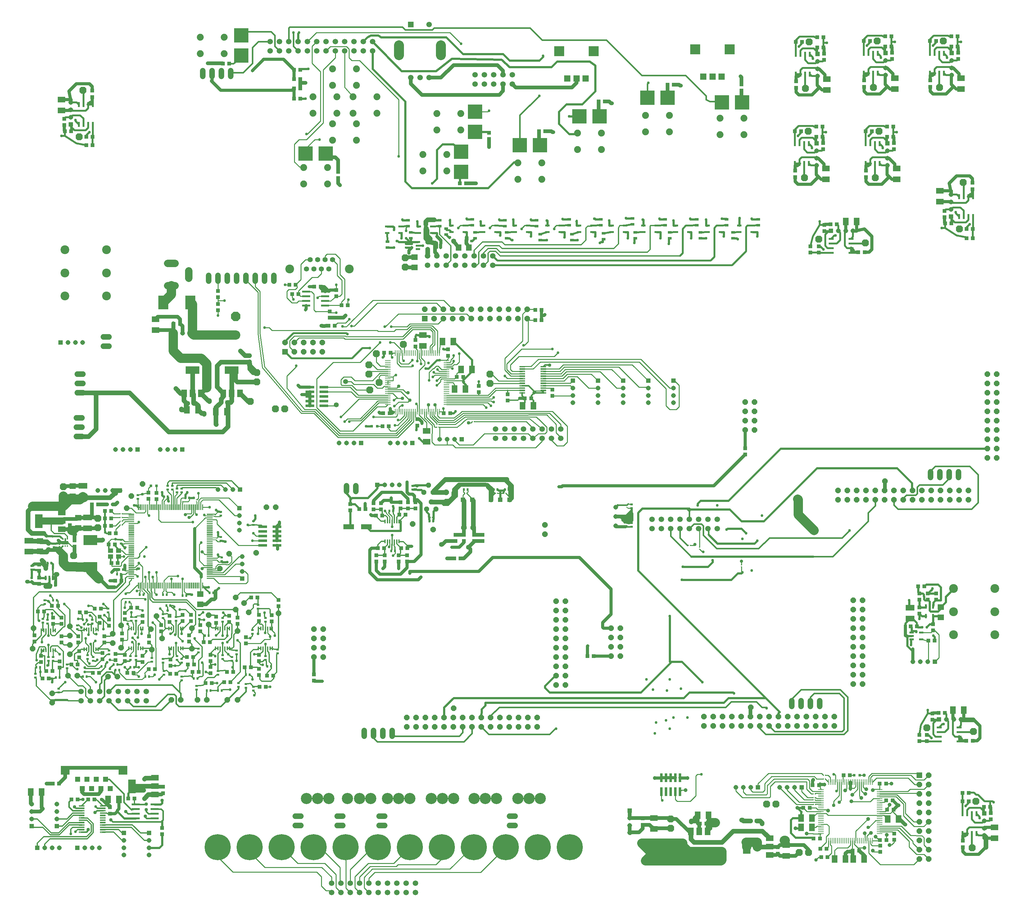
<source format=gbr>
G04 EAGLE Gerber RS-274X export*
G75*
%MOMM*%
%FSLAX34Y34*%
%LPD*%
%INTop Copper*%
%IPPOS*%
%AMOC8*
5,1,8,0,0,1.08239X$1,22.5*%
G01*
%ADD10R,0.270000X1.500000*%
%ADD11R,1.500000X0.270000*%
%ADD12R,0.700000X0.600000*%
%ADD13R,1.400000X1.200000*%
%ADD14R,1.100000X1.000000*%
%ADD15R,1.800000X1.600000*%
%ADD16R,0.600000X0.700000*%
%ADD17C,0.070000*%
%ADD18R,1.000000X1.100000*%
%ADD19R,2.400000X0.760000*%
%ADD20R,0.800000X0.800000*%
%ADD21P,2.089446X8X202.500000*%
%ADD22R,0.350000X0.250000*%
%ADD23P,2.089446X8X22.500000*%
%ADD24R,0.250000X0.350000*%
%ADD25R,0.280000X0.430000*%
%ADD26R,1.200000X0.600000*%
%ADD27R,0.973900X0.798700*%
%ADD28R,2.781300X2.781300*%
%ADD29R,1.800000X1.800000*%
%ADD30R,0.760000X2.400000*%
%ADD31P,1.649562X8X112.500000*%
%ADD32P,1.649562X8X22.500000*%
%ADD33C,2.400000*%
%ADD34C,1.879600*%
%ADD35R,1.308000X1.308000*%
%ADD36C,1.308000*%
%ADD37P,1.429621X8X22.500000*%
%ADD38C,1.524000*%
%ADD39R,1.397000X1.397000*%
%ADD40R,2.476500X2.476500*%
%ADD41R,1.200000X0.550000*%
%ADD42R,0.304800X0.990600*%
%ADD43R,0.600000X1.200000*%
%ADD44R,2.400000X1.600000*%
%ADD45R,0.300000X0.450000*%
%ADD46C,0.027000*%
%ADD47R,2.006600X1.498600*%
%ADD48R,2.006600X3.810000*%
%ADD49R,3.800000X2.800000*%
%ADD50P,1.649562X8X202.500000*%
%ADD51R,1.498600X2.006600*%
%ADD52R,3.810000X2.006600*%
%ADD53R,1.080000X1.050000*%
%ADD54R,1.050000X1.080000*%
%ADD55R,2.000000X1.500000*%
%ADD56R,1.500000X2.000000*%
%ADD57C,1.508000*%
%ADD58C,0.102500*%
%ADD59R,0.600000X1.400000*%
%ADD60R,2.200000X0.600000*%
%ADD61C,1.422400*%
%ADD62R,4.000000X4.000000*%
%ADD63R,1.508000X1.508000*%
%ADD64C,2.700000*%
%ADD65R,1.524000X1.524000*%
%ADD66R,1.400000X0.600000*%
%ADD67P,2.089446X8X112.500000*%
%ADD68R,3.000000X1.400000*%
%ADD69C,2.000000*%
%ADD70C,2.540000*%
%ADD71P,2.749271X8X112.500000*%
%ADD72P,1.649562X8X292.500000*%
%ADD73R,0.430000X0.280000*%
%ADD74R,2.800000X3.800000*%
%ADD75R,1.600000X1.800000*%
%ADD76C,0.254000*%
%ADD77C,0.609600*%
%ADD78C,0.756400*%
%ADD79C,0.812800*%
%ADD80C,0.304800*%
%ADD81C,1.270000*%
%ADD82C,1.016000*%
%ADD83C,0.406400*%
%ADD84C,0.152400*%
%ADD85C,0.956400*%
%ADD86C,0.203200*%
%ADD87C,1.056400*%
%ADD88C,2.540000*%
%ADD89C,1.905000*%
%ADD90C,0.508000*%
%ADD91C,1.350000*%
%ADD92C,7.112000*%
%ADD93C,0.906400*%
%ADD94C,3.048000*%


D10*
X2348540Y323840D03*
X2343540Y323840D03*
X2338540Y323840D03*
X2333540Y323840D03*
X2328540Y323840D03*
X2323540Y323840D03*
X2318540Y323840D03*
X2313540Y323840D03*
X2308540Y323840D03*
X2303540Y323840D03*
X2298540Y323840D03*
X2293540Y323840D03*
X2288540Y323840D03*
X2283540Y323840D03*
X2278540Y323840D03*
X2273540Y323840D03*
X2268540Y323840D03*
X2263540Y323840D03*
X2258540Y323840D03*
X2253540Y323840D03*
X2248540Y323840D03*
X2243540Y323840D03*
X2238540Y323840D03*
X2233540Y323840D03*
X2228540Y323840D03*
D11*
X2208540Y303840D03*
X2208540Y298840D03*
X2208540Y293840D03*
X2208540Y288840D03*
X2208540Y283840D03*
X2208540Y278840D03*
X2208540Y273840D03*
X2208540Y268840D03*
X2208540Y263840D03*
X2208540Y258840D03*
X2208540Y253840D03*
X2208540Y248840D03*
X2208540Y243840D03*
X2208540Y238840D03*
X2208540Y233840D03*
X2208540Y228840D03*
X2208540Y223840D03*
X2208540Y218840D03*
X2208540Y213840D03*
X2208540Y208840D03*
X2208540Y203840D03*
X2208540Y198840D03*
X2208540Y193840D03*
X2208540Y188840D03*
X2208540Y183840D03*
D10*
X2228540Y163840D03*
X2233540Y163840D03*
X2238540Y163840D03*
X2243540Y163840D03*
X2248540Y163840D03*
X2253540Y163840D03*
X2258540Y163840D03*
X2263540Y163840D03*
X2268540Y163840D03*
X2273540Y163840D03*
X2278540Y163840D03*
X2283540Y163840D03*
X2288540Y163840D03*
X2293540Y163840D03*
X2298540Y163840D03*
X2303540Y163840D03*
X2308540Y163840D03*
X2313540Y163840D03*
X2318540Y163840D03*
X2323540Y163840D03*
X2328540Y163840D03*
X2333540Y163840D03*
X2338540Y163840D03*
X2343540Y163840D03*
X2348540Y163840D03*
D11*
X2368540Y183840D03*
X2368540Y188840D03*
X2368540Y193840D03*
X2368540Y198840D03*
X2368540Y203840D03*
X2368540Y208840D03*
X2368540Y213840D03*
X2368540Y218840D03*
X2368540Y223840D03*
X2368540Y228840D03*
X2368540Y233840D03*
X2368540Y238840D03*
X2368540Y243840D03*
X2368540Y248840D03*
X2368540Y253840D03*
X2368540Y258840D03*
X2368540Y263840D03*
X2368540Y268840D03*
X2368540Y273840D03*
X2368540Y278840D03*
X2368540Y283840D03*
X2368540Y288840D03*
X2368540Y293840D03*
X2368540Y298840D03*
X2368540Y303840D03*
D12*
X660400Y1026240D03*
X660400Y1036240D03*
D13*
X292940Y939420D03*
X292940Y955420D03*
X270940Y955420D03*
X270940Y939420D03*
D14*
X282820Y972820D03*
X265820Y972820D03*
X273440Y922020D03*
X290440Y922020D03*
D15*
X515620Y836960D03*
X515620Y808960D03*
D16*
X475060Y1099820D03*
X485060Y1099820D03*
D14*
X374142Y1096654D03*
X374142Y1113654D03*
D17*
X347890Y868390D02*
X347890Y853490D01*
X345790Y853490D01*
X345790Y868390D01*
X347890Y868390D01*
X347890Y854155D02*
X345790Y854155D01*
X345790Y854820D02*
X347890Y854820D01*
X347890Y855485D02*
X345790Y855485D01*
X345790Y856150D02*
X347890Y856150D01*
X347890Y856815D02*
X345790Y856815D01*
X345790Y857480D02*
X347890Y857480D01*
X347890Y858145D02*
X345790Y858145D01*
X345790Y858810D02*
X347890Y858810D01*
X347890Y859475D02*
X345790Y859475D01*
X345790Y860140D02*
X347890Y860140D01*
X347890Y860805D02*
X345790Y860805D01*
X345790Y861470D02*
X347890Y861470D01*
X347890Y862135D02*
X345790Y862135D01*
X345790Y862800D02*
X347890Y862800D01*
X347890Y863465D02*
X345790Y863465D01*
X345790Y864130D02*
X347890Y864130D01*
X347890Y864795D02*
X345790Y864795D01*
X345790Y865460D02*
X347890Y865460D01*
X347890Y866125D02*
X345790Y866125D01*
X345790Y866790D02*
X347890Y866790D01*
X347890Y867455D02*
X345790Y867455D01*
X345790Y868120D02*
X347890Y868120D01*
X352890Y868390D02*
X352890Y853490D01*
X350790Y853490D01*
X350790Y868390D01*
X352890Y868390D01*
X352890Y854155D02*
X350790Y854155D01*
X350790Y854820D02*
X352890Y854820D01*
X352890Y855485D02*
X350790Y855485D01*
X350790Y856150D02*
X352890Y856150D01*
X352890Y856815D02*
X350790Y856815D01*
X350790Y857480D02*
X352890Y857480D01*
X352890Y858145D02*
X350790Y858145D01*
X350790Y858810D02*
X352890Y858810D01*
X352890Y859475D02*
X350790Y859475D01*
X350790Y860140D02*
X352890Y860140D01*
X352890Y860805D02*
X350790Y860805D01*
X350790Y861470D02*
X352890Y861470D01*
X352890Y862135D02*
X350790Y862135D01*
X350790Y862800D02*
X352890Y862800D01*
X352890Y863465D02*
X350790Y863465D01*
X350790Y864130D02*
X352890Y864130D01*
X352890Y864795D02*
X350790Y864795D01*
X350790Y865460D02*
X352890Y865460D01*
X352890Y866125D02*
X350790Y866125D01*
X350790Y866790D02*
X352890Y866790D01*
X352890Y867455D02*
X350790Y867455D01*
X350790Y868120D02*
X352890Y868120D01*
X357890Y868390D02*
X357890Y853490D01*
X355790Y853490D01*
X355790Y868390D01*
X357890Y868390D01*
X357890Y854155D02*
X355790Y854155D01*
X355790Y854820D02*
X357890Y854820D01*
X357890Y855485D02*
X355790Y855485D01*
X355790Y856150D02*
X357890Y856150D01*
X357890Y856815D02*
X355790Y856815D01*
X355790Y857480D02*
X357890Y857480D01*
X357890Y858145D02*
X355790Y858145D01*
X355790Y858810D02*
X357890Y858810D01*
X357890Y859475D02*
X355790Y859475D01*
X355790Y860140D02*
X357890Y860140D01*
X357890Y860805D02*
X355790Y860805D01*
X355790Y861470D02*
X357890Y861470D01*
X357890Y862135D02*
X355790Y862135D01*
X355790Y862800D02*
X357890Y862800D01*
X357890Y863465D02*
X355790Y863465D01*
X355790Y864130D02*
X357890Y864130D01*
X357890Y864795D02*
X355790Y864795D01*
X355790Y865460D02*
X357890Y865460D01*
X357890Y866125D02*
X355790Y866125D01*
X355790Y866790D02*
X357890Y866790D01*
X357890Y867455D02*
X355790Y867455D01*
X355790Y868120D02*
X357890Y868120D01*
X362890Y868390D02*
X362890Y853490D01*
X360790Y853490D01*
X360790Y868390D01*
X362890Y868390D01*
X362890Y854155D02*
X360790Y854155D01*
X360790Y854820D02*
X362890Y854820D01*
X362890Y855485D02*
X360790Y855485D01*
X360790Y856150D02*
X362890Y856150D01*
X362890Y856815D02*
X360790Y856815D01*
X360790Y857480D02*
X362890Y857480D01*
X362890Y858145D02*
X360790Y858145D01*
X360790Y858810D02*
X362890Y858810D01*
X362890Y859475D02*
X360790Y859475D01*
X360790Y860140D02*
X362890Y860140D01*
X362890Y860805D02*
X360790Y860805D01*
X360790Y861470D02*
X362890Y861470D01*
X362890Y862135D02*
X360790Y862135D01*
X360790Y862800D02*
X362890Y862800D01*
X362890Y863465D02*
X360790Y863465D01*
X360790Y864130D02*
X362890Y864130D01*
X362890Y864795D02*
X360790Y864795D01*
X360790Y865460D02*
X362890Y865460D01*
X362890Y866125D02*
X360790Y866125D01*
X360790Y866790D02*
X362890Y866790D01*
X362890Y867455D02*
X360790Y867455D01*
X360790Y868120D02*
X362890Y868120D01*
X367890Y868390D02*
X367890Y853490D01*
X365790Y853490D01*
X365790Y868390D01*
X367890Y868390D01*
X367890Y854155D02*
X365790Y854155D01*
X365790Y854820D02*
X367890Y854820D01*
X367890Y855485D02*
X365790Y855485D01*
X365790Y856150D02*
X367890Y856150D01*
X367890Y856815D02*
X365790Y856815D01*
X365790Y857480D02*
X367890Y857480D01*
X367890Y858145D02*
X365790Y858145D01*
X365790Y858810D02*
X367890Y858810D01*
X367890Y859475D02*
X365790Y859475D01*
X365790Y860140D02*
X367890Y860140D01*
X367890Y860805D02*
X365790Y860805D01*
X365790Y861470D02*
X367890Y861470D01*
X367890Y862135D02*
X365790Y862135D01*
X365790Y862800D02*
X367890Y862800D01*
X367890Y863465D02*
X365790Y863465D01*
X365790Y864130D02*
X367890Y864130D01*
X367890Y864795D02*
X365790Y864795D01*
X365790Y865460D02*
X367890Y865460D01*
X367890Y866125D02*
X365790Y866125D01*
X365790Y866790D02*
X367890Y866790D01*
X367890Y867455D02*
X365790Y867455D01*
X365790Y868120D02*
X367890Y868120D01*
X372890Y868390D02*
X372890Y853490D01*
X370790Y853490D01*
X370790Y868390D01*
X372890Y868390D01*
X372890Y854155D02*
X370790Y854155D01*
X370790Y854820D02*
X372890Y854820D01*
X372890Y855485D02*
X370790Y855485D01*
X370790Y856150D02*
X372890Y856150D01*
X372890Y856815D02*
X370790Y856815D01*
X370790Y857480D02*
X372890Y857480D01*
X372890Y858145D02*
X370790Y858145D01*
X370790Y858810D02*
X372890Y858810D01*
X372890Y859475D02*
X370790Y859475D01*
X370790Y860140D02*
X372890Y860140D01*
X372890Y860805D02*
X370790Y860805D01*
X370790Y861470D02*
X372890Y861470D01*
X372890Y862135D02*
X370790Y862135D01*
X370790Y862800D02*
X372890Y862800D01*
X372890Y863465D02*
X370790Y863465D01*
X370790Y864130D02*
X372890Y864130D01*
X372890Y864795D02*
X370790Y864795D01*
X370790Y865460D02*
X372890Y865460D01*
X372890Y866125D02*
X370790Y866125D01*
X370790Y866790D02*
X372890Y866790D01*
X372890Y867455D02*
X370790Y867455D01*
X370790Y868120D02*
X372890Y868120D01*
X377890Y868390D02*
X377890Y853490D01*
X375790Y853490D01*
X375790Y868390D01*
X377890Y868390D01*
X377890Y854155D02*
X375790Y854155D01*
X375790Y854820D02*
X377890Y854820D01*
X377890Y855485D02*
X375790Y855485D01*
X375790Y856150D02*
X377890Y856150D01*
X377890Y856815D02*
X375790Y856815D01*
X375790Y857480D02*
X377890Y857480D01*
X377890Y858145D02*
X375790Y858145D01*
X375790Y858810D02*
X377890Y858810D01*
X377890Y859475D02*
X375790Y859475D01*
X375790Y860140D02*
X377890Y860140D01*
X377890Y860805D02*
X375790Y860805D01*
X375790Y861470D02*
X377890Y861470D01*
X377890Y862135D02*
X375790Y862135D01*
X375790Y862800D02*
X377890Y862800D01*
X377890Y863465D02*
X375790Y863465D01*
X375790Y864130D02*
X377890Y864130D01*
X377890Y864795D02*
X375790Y864795D01*
X375790Y865460D02*
X377890Y865460D01*
X377890Y866125D02*
X375790Y866125D01*
X375790Y866790D02*
X377890Y866790D01*
X377890Y867455D02*
X375790Y867455D01*
X375790Y868120D02*
X377890Y868120D01*
X382890Y868390D02*
X382890Y853490D01*
X380790Y853490D01*
X380790Y868390D01*
X382890Y868390D01*
X382890Y854155D02*
X380790Y854155D01*
X380790Y854820D02*
X382890Y854820D01*
X382890Y855485D02*
X380790Y855485D01*
X380790Y856150D02*
X382890Y856150D01*
X382890Y856815D02*
X380790Y856815D01*
X380790Y857480D02*
X382890Y857480D01*
X382890Y858145D02*
X380790Y858145D01*
X380790Y858810D02*
X382890Y858810D01*
X382890Y859475D02*
X380790Y859475D01*
X380790Y860140D02*
X382890Y860140D01*
X382890Y860805D02*
X380790Y860805D01*
X380790Y861470D02*
X382890Y861470D01*
X382890Y862135D02*
X380790Y862135D01*
X380790Y862800D02*
X382890Y862800D01*
X382890Y863465D02*
X380790Y863465D01*
X380790Y864130D02*
X382890Y864130D01*
X382890Y864795D02*
X380790Y864795D01*
X380790Y865460D02*
X382890Y865460D01*
X382890Y866125D02*
X380790Y866125D01*
X380790Y866790D02*
X382890Y866790D01*
X382890Y867455D02*
X380790Y867455D01*
X380790Y868120D02*
X382890Y868120D01*
X387890Y868390D02*
X387890Y853490D01*
X385790Y853490D01*
X385790Y868390D01*
X387890Y868390D01*
X387890Y854155D02*
X385790Y854155D01*
X385790Y854820D02*
X387890Y854820D01*
X387890Y855485D02*
X385790Y855485D01*
X385790Y856150D02*
X387890Y856150D01*
X387890Y856815D02*
X385790Y856815D01*
X385790Y857480D02*
X387890Y857480D01*
X387890Y858145D02*
X385790Y858145D01*
X385790Y858810D02*
X387890Y858810D01*
X387890Y859475D02*
X385790Y859475D01*
X385790Y860140D02*
X387890Y860140D01*
X387890Y860805D02*
X385790Y860805D01*
X385790Y861470D02*
X387890Y861470D01*
X387890Y862135D02*
X385790Y862135D01*
X385790Y862800D02*
X387890Y862800D01*
X387890Y863465D02*
X385790Y863465D01*
X385790Y864130D02*
X387890Y864130D01*
X387890Y864795D02*
X385790Y864795D01*
X385790Y865460D02*
X387890Y865460D01*
X387890Y866125D02*
X385790Y866125D01*
X385790Y866790D02*
X387890Y866790D01*
X387890Y867455D02*
X385790Y867455D01*
X385790Y868120D02*
X387890Y868120D01*
X392890Y868390D02*
X392890Y853490D01*
X390790Y853490D01*
X390790Y868390D01*
X392890Y868390D01*
X392890Y854155D02*
X390790Y854155D01*
X390790Y854820D02*
X392890Y854820D01*
X392890Y855485D02*
X390790Y855485D01*
X390790Y856150D02*
X392890Y856150D01*
X392890Y856815D02*
X390790Y856815D01*
X390790Y857480D02*
X392890Y857480D01*
X392890Y858145D02*
X390790Y858145D01*
X390790Y858810D02*
X392890Y858810D01*
X392890Y859475D02*
X390790Y859475D01*
X390790Y860140D02*
X392890Y860140D01*
X392890Y860805D02*
X390790Y860805D01*
X390790Y861470D02*
X392890Y861470D01*
X392890Y862135D02*
X390790Y862135D01*
X390790Y862800D02*
X392890Y862800D01*
X392890Y863465D02*
X390790Y863465D01*
X390790Y864130D02*
X392890Y864130D01*
X392890Y864795D02*
X390790Y864795D01*
X390790Y865460D02*
X392890Y865460D01*
X392890Y866125D02*
X390790Y866125D01*
X390790Y866790D02*
X392890Y866790D01*
X392890Y867455D02*
X390790Y867455D01*
X390790Y868120D02*
X392890Y868120D01*
X397890Y868390D02*
X397890Y853490D01*
X395790Y853490D01*
X395790Y868390D01*
X397890Y868390D01*
X397890Y854155D02*
X395790Y854155D01*
X395790Y854820D02*
X397890Y854820D01*
X397890Y855485D02*
X395790Y855485D01*
X395790Y856150D02*
X397890Y856150D01*
X397890Y856815D02*
X395790Y856815D01*
X395790Y857480D02*
X397890Y857480D01*
X397890Y858145D02*
X395790Y858145D01*
X395790Y858810D02*
X397890Y858810D01*
X397890Y859475D02*
X395790Y859475D01*
X395790Y860140D02*
X397890Y860140D01*
X397890Y860805D02*
X395790Y860805D01*
X395790Y861470D02*
X397890Y861470D01*
X397890Y862135D02*
X395790Y862135D01*
X395790Y862800D02*
X397890Y862800D01*
X397890Y863465D02*
X395790Y863465D01*
X395790Y864130D02*
X397890Y864130D01*
X397890Y864795D02*
X395790Y864795D01*
X395790Y865460D02*
X397890Y865460D01*
X397890Y866125D02*
X395790Y866125D01*
X395790Y866790D02*
X397890Y866790D01*
X397890Y867455D02*
X395790Y867455D01*
X395790Y868120D02*
X397890Y868120D01*
X402890Y868390D02*
X402890Y853490D01*
X400790Y853490D01*
X400790Y868390D01*
X402890Y868390D01*
X402890Y854155D02*
X400790Y854155D01*
X400790Y854820D02*
X402890Y854820D01*
X402890Y855485D02*
X400790Y855485D01*
X400790Y856150D02*
X402890Y856150D01*
X402890Y856815D02*
X400790Y856815D01*
X400790Y857480D02*
X402890Y857480D01*
X402890Y858145D02*
X400790Y858145D01*
X400790Y858810D02*
X402890Y858810D01*
X402890Y859475D02*
X400790Y859475D01*
X400790Y860140D02*
X402890Y860140D01*
X402890Y860805D02*
X400790Y860805D01*
X400790Y861470D02*
X402890Y861470D01*
X402890Y862135D02*
X400790Y862135D01*
X400790Y862800D02*
X402890Y862800D01*
X402890Y863465D02*
X400790Y863465D01*
X400790Y864130D02*
X402890Y864130D01*
X402890Y864795D02*
X400790Y864795D01*
X400790Y865460D02*
X402890Y865460D01*
X402890Y866125D02*
X400790Y866125D01*
X400790Y866790D02*
X402890Y866790D01*
X402890Y867455D02*
X400790Y867455D01*
X400790Y868120D02*
X402890Y868120D01*
X407890Y868390D02*
X407890Y853490D01*
X405790Y853490D01*
X405790Y868390D01*
X407890Y868390D01*
X407890Y854155D02*
X405790Y854155D01*
X405790Y854820D02*
X407890Y854820D01*
X407890Y855485D02*
X405790Y855485D01*
X405790Y856150D02*
X407890Y856150D01*
X407890Y856815D02*
X405790Y856815D01*
X405790Y857480D02*
X407890Y857480D01*
X407890Y858145D02*
X405790Y858145D01*
X405790Y858810D02*
X407890Y858810D01*
X407890Y859475D02*
X405790Y859475D01*
X405790Y860140D02*
X407890Y860140D01*
X407890Y860805D02*
X405790Y860805D01*
X405790Y861470D02*
X407890Y861470D01*
X407890Y862135D02*
X405790Y862135D01*
X405790Y862800D02*
X407890Y862800D01*
X407890Y863465D02*
X405790Y863465D01*
X405790Y864130D02*
X407890Y864130D01*
X407890Y864795D02*
X405790Y864795D01*
X405790Y865460D02*
X407890Y865460D01*
X407890Y866125D02*
X405790Y866125D01*
X405790Y866790D02*
X407890Y866790D01*
X407890Y867455D02*
X405790Y867455D01*
X405790Y868120D02*
X407890Y868120D01*
X412890Y868390D02*
X412890Y853490D01*
X410790Y853490D01*
X410790Y868390D01*
X412890Y868390D01*
X412890Y854155D02*
X410790Y854155D01*
X410790Y854820D02*
X412890Y854820D01*
X412890Y855485D02*
X410790Y855485D01*
X410790Y856150D02*
X412890Y856150D01*
X412890Y856815D02*
X410790Y856815D01*
X410790Y857480D02*
X412890Y857480D01*
X412890Y858145D02*
X410790Y858145D01*
X410790Y858810D02*
X412890Y858810D01*
X412890Y859475D02*
X410790Y859475D01*
X410790Y860140D02*
X412890Y860140D01*
X412890Y860805D02*
X410790Y860805D01*
X410790Y861470D02*
X412890Y861470D01*
X412890Y862135D02*
X410790Y862135D01*
X410790Y862800D02*
X412890Y862800D01*
X412890Y863465D02*
X410790Y863465D01*
X410790Y864130D02*
X412890Y864130D01*
X412890Y864795D02*
X410790Y864795D01*
X410790Y865460D02*
X412890Y865460D01*
X412890Y866125D02*
X410790Y866125D01*
X410790Y866790D02*
X412890Y866790D01*
X412890Y867455D02*
X410790Y867455D01*
X410790Y868120D02*
X412890Y868120D01*
X417890Y868390D02*
X417890Y853490D01*
X415790Y853490D01*
X415790Y868390D01*
X417890Y868390D01*
X417890Y854155D02*
X415790Y854155D01*
X415790Y854820D02*
X417890Y854820D01*
X417890Y855485D02*
X415790Y855485D01*
X415790Y856150D02*
X417890Y856150D01*
X417890Y856815D02*
X415790Y856815D01*
X415790Y857480D02*
X417890Y857480D01*
X417890Y858145D02*
X415790Y858145D01*
X415790Y858810D02*
X417890Y858810D01*
X417890Y859475D02*
X415790Y859475D01*
X415790Y860140D02*
X417890Y860140D01*
X417890Y860805D02*
X415790Y860805D01*
X415790Y861470D02*
X417890Y861470D01*
X417890Y862135D02*
X415790Y862135D01*
X415790Y862800D02*
X417890Y862800D01*
X417890Y863465D02*
X415790Y863465D01*
X415790Y864130D02*
X417890Y864130D01*
X417890Y864795D02*
X415790Y864795D01*
X415790Y865460D02*
X417890Y865460D01*
X417890Y866125D02*
X415790Y866125D01*
X415790Y866790D02*
X417890Y866790D01*
X417890Y867455D02*
X415790Y867455D01*
X415790Y868120D02*
X417890Y868120D01*
X422890Y868390D02*
X422890Y853490D01*
X420790Y853490D01*
X420790Y868390D01*
X422890Y868390D01*
X422890Y854155D02*
X420790Y854155D01*
X420790Y854820D02*
X422890Y854820D01*
X422890Y855485D02*
X420790Y855485D01*
X420790Y856150D02*
X422890Y856150D01*
X422890Y856815D02*
X420790Y856815D01*
X420790Y857480D02*
X422890Y857480D01*
X422890Y858145D02*
X420790Y858145D01*
X420790Y858810D02*
X422890Y858810D01*
X422890Y859475D02*
X420790Y859475D01*
X420790Y860140D02*
X422890Y860140D01*
X422890Y860805D02*
X420790Y860805D01*
X420790Y861470D02*
X422890Y861470D01*
X422890Y862135D02*
X420790Y862135D01*
X420790Y862800D02*
X422890Y862800D01*
X422890Y863465D02*
X420790Y863465D01*
X420790Y864130D02*
X422890Y864130D01*
X422890Y864795D02*
X420790Y864795D01*
X420790Y865460D02*
X422890Y865460D01*
X422890Y866125D02*
X420790Y866125D01*
X420790Y866790D02*
X422890Y866790D01*
X422890Y867455D02*
X420790Y867455D01*
X420790Y868120D02*
X422890Y868120D01*
X427890Y868390D02*
X427890Y853490D01*
X425790Y853490D01*
X425790Y868390D01*
X427890Y868390D01*
X427890Y854155D02*
X425790Y854155D01*
X425790Y854820D02*
X427890Y854820D01*
X427890Y855485D02*
X425790Y855485D01*
X425790Y856150D02*
X427890Y856150D01*
X427890Y856815D02*
X425790Y856815D01*
X425790Y857480D02*
X427890Y857480D01*
X427890Y858145D02*
X425790Y858145D01*
X425790Y858810D02*
X427890Y858810D01*
X427890Y859475D02*
X425790Y859475D01*
X425790Y860140D02*
X427890Y860140D01*
X427890Y860805D02*
X425790Y860805D01*
X425790Y861470D02*
X427890Y861470D01*
X427890Y862135D02*
X425790Y862135D01*
X425790Y862800D02*
X427890Y862800D01*
X427890Y863465D02*
X425790Y863465D01*
X425790Y864130D02*
X427890Y864130D01*
X427890Y864795D02*
X425790Y864795D01*
X425790Y865460D02*
X427890Y865460D01*
X427890Y866125D02*
X425790Y866125D01*
X425790Y866790D02*
X427890Y866790D01*
X427890Y867455D02*
X425790Y867455D01*
X425790Y868120D02*
X427890Y868120D01*
X432890Y868390D02*
X432890Y853490D01*
X430790Y853490D01*
X430790Y868390D01*
X432890Y868390D01*
X432890Y854155D02*
X430790Y854155D01*
X430790Y854820D02*
X432890Y854820D01*
X432890Y855485D02*
X430790Y855485D01*
X430790Y856150D02*
X432890Y856150D01*
X432890Y856815D02*
X430790Y856815D01*
X430790Y857480D02*
X432890Y857480D01*
X432890Y858145D02*
X430790Y858145D01*
X430790Y858810D02*
X432890Y858810D01*
X432890Y859475D02*
X430790Y859475D01*
X430790Y860140D02*
X432890Y860140D01*
X432890Y860805D02*
X430790Y860805D01*
X430790Y861470D02*
X432890Y861470D01*
X432890Y862135D02*
X430790Y862135D01*
X430790Y862800D02*
X432890Y862800D01*
X432890Y863465D02*
X430790Y863465D01*
X430790Y864130D02*
X432890Y864130D01*
X432890Y864795D02*
X430790Y864795D01*
X430790Y865460D02*
X432890Y865460D01*
X432890Y866125D02*
X430790Y866125D01*
X430790Y866790D02*
X432890Y866790D01*
X432890Y867455D02*
X430790Y867455D01*
X430790Y868120D02*
X432890Y868120D01*
X437890Y868390D02*
X437890Y853490D01*
X435790Y853490D01*
X435790Y868390D01*
X437890Y868390D01*
X437890Y854155D02*
X435790Y854155D01*
X435790Y854820D02*
X437890Y854820D01*
X437890Y855485D02*
X435790Y855485D01*
X435790Y856150D02*
X437890Y856150D01*
X437890Y856815D02*
X435790Y856815D01*
X435790Y857480D02*
X437890Y857480D01*
X437890Y858145D02*
X435790Y858145D01*
X435790Y858810D02*
X437890Y858810D01*
X437890Y859475D02*
X435790Y859475D01*
X435790Y860140D02*
X437890Y860140D01*
X437890Y860805D02*
X435790Y860805D01*
X435790Y861470D02*
X437890Y861470D01*
X437890Y862135D02*
X435790Y862135D01*
X435790Y862800D02*
X437890Y862800D01*
X437890Y863465D02*
X435790Y863465D01*
X435790Y864130D02*
X437890Y864130D01*
X437890Y864795D02*
X435790Y864795D01*
X435790Y865460D02*
X437890Y865460D01*
X437890Y866125D02*
X435790Y866125D01*
X435790Y866790D02*
X437890Y866790D01*
X437890Y867455D02*
X435790Y867455D01*
X435790Y868120D02*
X437890Y868120D01*
X442890Y868390D02*
X442890Y853490D01*
X440790Y853490D01*
X440790Y868390D01*
X442890Y868390D01*
X442890Y854155D02*
X440790Y854155D01*
X440790Y854820D02*
X442890Y854820D01*
X442890Y855485D02*
X440790Y855485D01*
X440790Y856150D02*
X442890Y856150D01*
X442890Y856815D02*
X440790Y856815D01*
X440790Y857480D02*
X442890Y857480D01*
X442890Y858145D02*
X440790Y858145D01*
X440790Y858810D02*
X442890Y858810D01*
X442890Y859475D02*
X440790Y859475D01*
X440790Y860140D02*
X442890Y860140D01*
X442890Y860805D02*
X440790Y860805D01*
X440790Y861470D02*
X442890Y861470D01*
X442890Y862135D02*
X440790Y862135D01*
X440790Y862800D02*
X442890Y862800D01*
X442890Y863465D02*
X440790Y863465D01*
X440790Y864130D02*
X442890Y864130D01*
X442890Y864795D02*
X440790Y864795D01*
X440790Y865460D02*
X442890Y865460D01*
X442890Y866125D02*
X440790Y866125D01*
X440790Y866790D02*
X442890Y866790D01*
X442890Y867455D02*
X440790Y867455D01*
X440790Y868120D02*
X442890Y868120D01*
X447890Y868390D02*
X447890Y853490D01*
X445790Y853490D01*
X445790Y868390D01*
X447890Y868390D01*
X447890Y854155D02*
X445790Y854155D01*
X445790Y854820D02*
X447890Y854820D01*
X447890Y855485D02*
X445790Y855485D01*
X445790Y856150D02*
X447890Y856150D01*
X447890Y856815D02*
X445790Y856815D01*
X445790Y857480D02*
X447890Y857480D01*
X447890Y858145D02*
X445790Y858145D01*
X445790Y858810D02*
X447890Y858810D01*
X447890Y859475D02*
X445790Y859475D01*
X445790Y860140D02*
X447890Y860140D01*
X447890Y860805D02*
X445790Y860805D01*
X445790Y861470D02*
X447890Y861470D01*
X447890Y862135D02*
X445790Y862135D01*
X445790Y862800D02*
X447890Y862800D01*
X447890Y863465D02*
X445790Y863465D01*
X445790Y864130D02*
X447890Y864130D01*
X447890Y864795D02*
X445790Y864795D01*
X445790Y865460D02*
X447890Y865460D01*
X447890Y866125D02*
X445790Y866125D01*
X445790Y866790D02*
X447890Y866790D01*
X447890Y867455D02*
X445790Y867455D01*
X445790Y868120D02*
X447890Y868120D01*
X452890Y868390D02*
X452890Y853490D01*
X450790Y853490D01*
X450790Y868390D01*
X452890Y868390D01*
X452890Y854155D02*
X450790Y854155D01*
X450790Y854820D02*
X452890Y854820D01*
X452890Y855485D02*
X450790Y855485D01*
X450790Y856150D02*
X452890Y856150D01*
X452890Y856815D02*
X450790Y856815D01*
X450790Y857480D02*
X452890Y857480D01*
X452890Y858145D02*
X450790Y858145D01*
X450790Y858810D02*
X452890Y858810D01*
X452890Y859475D02*
X450790Y859475D01*
X450790Y860140D02*
X452890Y860140D01*
X452890Y860805D02*
X450790Y860805D01*
X450790Y861470D02*
X452890Y861470D01*
X452890Y862135D02*
X450790Y862135D01*
X450790Y862800D02*
X452890Y862800D01*
X452890Y863465D02*
X450790Y863465D01*
X450790Y864130D02*
X452890Y864130D01*
X452890Y864795D02*
X450790Y864795D01*
X450790Y865460D02*
X452890Y865460D01*
X452890Y866125D02*
X450790Y866125D01*
X450790Y866790D02*
X452890Y866790D01*
X452890Y867455D02*
X450790Y867455D01*
X450790Y868120D02*
X452890Y868120D01*
X457890Y868390D02*
X457890Y853490D01*
X455790Y853490D01*
X455790Y868390D01*
X457890Y868390D01*
X457890Y854155D02*
X455790Y854155D01*
X455790Y854820D02*
X457890Y854820D01*
X457890Y855485D02*
X455790Y855485D01*
X455790Y856150D02*
X457890Y856150D01*
X457890Y856815D02*
X455790Y856815D01*
X455790Y857480D02*
X457890Y857480D01*
X457890Y858145D02*
X455790Y858145D01*
X455790Y858810D02*
X457890Y858810D01*
X457890Y859475D02*
X455790Y859475D01*
X455790Y860140D02*
X457890Y860140D01*
X457890Y860805D02*
X455790Y860805D01*
X455790Y861470D02*
X457890Y861470D01*
X457890Y862135D02*
X455790Y862135D01*
X455790Y862800D02*
X457890Y862800D01*
X457890Y863465D02*
X455790Y863465D01*
X455790Y864130D02*
X457890Y864130D01*
X457890Y864795D02*
X455790Y864795D01*
X455790Y865460D02*
X457890Y865460D01*
X457890Y866125D02*
X455790Y866125D01*
X455790Y866790D02*
X457890Y866790D01*
X457890Y867455D02*
X455790Y867455D01*
X455790Y868120D02*
X457890Y868120D01*
X462890Y868390D02*
X462890Y853490D01*
X460790Y853490D01*
X460790Y868390D01*
X462890Y868390D01*
X462890Y854155D02*
X460790Y854155D01*
X460790Y854820D02*
X462890Y854820D01*
X462890Y855485D02*
X460790Y855485D01*
X460790Y856150D02*
X462890Y856150D01*
X462890Y856815D02*
X460790Y856815D01*
X460790Y857480D02*
X462890Y857480D01*
X462890Y858145D02*
X460790Y858145D01*
X460790Y858810D02*
X462890Y858810D01*
X462890Y859475D02*
X460790Y859475D01*
X460790Y860140D02*
X462890Y860140D01*
X462890Y860805D02*
X460790Y860805D01*
X460790Y861470D02*
X462890Y861470D01*
X462890Y862135D02*
X460790Y862135D01*
X460790Y862800D02*
X462890Y862800D01*
X462890Y863465D02*
X460790Y863465D01*
X460790Y864130D02*
X462890Y864130D01*
X462890Y864795D02*
X460790Y864795D01*
X460790Y865460D02*
X462890Y865460D01*
X462890Y866125D02*
X460790Y866125D01*
X460790Y866790D02*
X462890Y866790D01*
X462890Y867455D02*
X460790Y867455D01*
X460790Y868120D02*
X462890Y868120D01*
X467890Y868390D02*
X467890Y853490D01*
X465790Y853490D01*
X465790Y868390D01*
X467890Y868390D01*
X467890Y854155D02*
X465790Y854155D01*
X465790Y854820D02*
X467890Y854820D01*
X467890Y855485D02*
X465790Y855485D01*
X465790Y856150D02*
X467890Y856150D01*
X467890Y856815D02*
X465790Y856815D01*
X465790Y857480D02*
X467890Y857480D01*
X467890Y858145D02*
X465790Y858145D01*
X465790Y858810D02*
X467890Y858810D01*
X467890Y859475D02*
X465790Y859475D01*
X465790Y860140D02*
X467890Y860140D01*
X467890Y860805D02*
X465790Y860805D01*
X465790Y861470D02*
X467890Y861470D01*
X467890Y862135D02*
X465790Y862135D01*
X465790Y862800D02*
X467890Y862800D01*
X467890Y863465D02*
X465790Y863465D01*
X465790Y864130D02*
X467890Y864130D01*
X467890Y864795D02*
X465790Y864795D01*
X465790Y865460D02*
X467890Y865460D01*
X467890Y866125D02*
X465790Y866125D01*
X465790Y866790D02*
X467890Y866790D01*
X467890Y867455D02*
X465790Y867455D01*
X465790Y868120D02*
X467890Y868120D01*
X472890Y868390D02*
X472890Y853490D01*
X470790Y853490D01*
X470790Y868390D01*
X472890Y868390D01*
X472890Y854155D02*
X470790Y854155D01*
X470790Y854820D02*
X472890Y854820D01*
X472890Y855485D02*
X470790Y855485D01*
X470790Y856150D02*
X472890Y856150D01*
X472890Y856815D02*
X470790Y856815D01*
X470790Y857480D02*
X472890Y857480D01*
X472890Y858145D02*
X470790Y858145D01*
X470790Y858810D02*
X472890Y858810D01*
X472890Y859475D02*
X470790Y859475D01*
X470790Y860140D02*
X472890Y860140D01*
X472890Y860805D02*
X470790Y860805D01*
X470790Y861470D02*
X472890Y861470D01*
X472890Y862135D02*
X470790Y862135D01*
X470790Y862800D02*
X472890Y862800D01*
X472890Y863465D02*
X470790Y863465D01*
X470790Y864130D02*
X472890Y864130D01*
X472890Y864795D02*
X470790Y864795D01*
X470790Y865460D02*
X472890Y865460D01*
X472890Y866125D02*
X470790Y866125D01*
X470790Y866790D02*
X472890Y866790D01*
X472890Y867455D02*
X470790Y867455D01*
X470790Y868120D02*
X472890Y868120D01*
X477890Y868390D02*
X477890Y853490D01*
X475790Y853490D01*
X475790Y868390D01*
X477890Y868390D01*
X477890Y854155D02*
X475790Y854155D01*
X475790Y854820D02*
X477890Y854820D01*
X477890Y855485D02*
X475790Y855485D01*
X475790Y856150D02*
X477890Y856150D01*
X477890Y856815D02*
X475790Y856815D01*
X475790Y857480D02*
X477890Y857480D01*
X477890Y858145D02*
X475790Y858145D01*
X475790Y858810D02*
X477890Y858810D01*
X477890Y859475D02*
X475790Y859475D01*
X475790Y860140D02*
X477890Y860140D01*
X477890Y860805D02*
X475790Y860805D01*
X475790Y861470D02*
X477890Y861470D01*
X477890Y862135D02*
X475790Y862135D01*
X475790Y862800D02*
X477890Y862800D01*
X477890Y863465D02*
X475790Y863465D01*
X475790Y864130D02*
X477890Y864130D01*
X477890Y864795D02*
X475790Y864795D01*
X475790Y865460D02*
X477890Y865460D01*
X477890Y866125D02*
X475790Y866125D01*
X475790Y866790D02*
X477890Y866790D01*
X477890Y867455D02*
X475790Y867455D01*
X475790Y868120D02*
X477890Y868120D01*
X482890Y868390D02*
X482890Y853490D01*
X480790Y853490D01*
X480790Y868390D01*
X482890Y868390D01*
X482890Y854155D02*
X480790Y854155D01*
X480790Y854820D02*
X482890Y854820D01*
X482890Y855485D02*
X480790Y855485D01*
X480790Y856150D02*
X482890Y856150D01*
X482890Y856815D02*
X480790Y856815D01*
X480790Y857480D02*
X482890Y857480D01*
X482890Y858145D02*
X480790Y858145D01*
X480790Y858810D02*
X482890Y858810D01*
X482890Y859475D02*
X480790Y859475D01*
X480790Y860140D02*
X482890Y860140D01*
X482890Y860805D02*
X480790Y860805D01*
X480790Y861470D02*
X482890Y861470D01*
X482890Y862135D02*
X480790Y862135D01*
X480790Y862800D02*
X482890Y862800D01*
X482890Y863465D02*
X480790Y863465D01*
X480790Y864130D02*
X482890Y864130D01*
X482890Y864795D02*
X480790Y864795D01*
X480790Y865460D02*
X482890Y865460D01*
X482890Y866125D02*
X480790Y866125D01*
X480790Y866790D02*
X482890Y866790D01*
X482890Y867455D02*
X480790Y867455D01*
X480790Y868120D02*
X482890Y868120D01*
X487890Y868390D02*
X487890Y853490D01*
X485790Y853490D01*
X485790Y868390D01*
X487890Y868390D01*
X487890Y854155D02*
X485790Y854155D01*
X485790Y854820D02*
X487890Y854820D01*
X487890Y855485D02*
X485790Y855485D01*
X485790Y856150D02*
X487890Y856150D01*
X487890Y856815D02*
X485790Y856815D01*
X485790Y857480D02*
X487890Y857480D01*
X487890Y858145D02*
X485790Y858145D01*
X485790Y858810D02*
X487890Y858810D01*
X487890Y859475D02*
X485790Y859475D01*
X485790Y860140D02*
X487890Y860140D01*
X487890Y860805D02*
X485790Y860805D01*
X485790Y861470D02*
X487890Y861470D01*
X487890Y862135D02*
X485790Y862135D01*
X485790Y862800D02*
X487890Y862800D01*
X487890Y863465D02*
X485790Y863465D01*
X485790Y864130D02*
X487890Y864130D01*
X487890Y864795D02*
X485790Y864795D01*
X485790Y865460D02*
X487890Y865460D01*
X487890Y866125D02*
X485790Y866125D01*
X485790Y866790D02*
X487890Y866790D01*
X487890Y867455D02*
X485790Y867455D01*
X485790Y868120D02*
X487890Y868120D01*
X492890Y868390D02*
X492890Y853490D01*
X490790Y853490D01*
X490790Y868390D01*
X492890Y868390D01*
X492890Y854155D02*
X490790Y854155D01*
X490790Y854820D02*
X492890Y854820D01*
X492890Y855485D02*
X490790Y855485D01*
X490790Y856150D02*
X492890Y856150D01*
X492890Y856815D02*
X490790Y856815D01*
X490790Y857480D02*
X492890Y857480D01*
X492890Y858145D02*
X490790Y858145D01*
X490790Y858810D02*
X492890Y858810D01*
X492890Y859475D02*
X490790Y859475D01*
X490790Y860140D02*
X492890Y860140D01*
X492890Y860805D02*
X490790Y860805D01*
X490790Y861470D02*
X492890Y861470D01*
X492890Y862135D02*
X490790Y862135D01*
X490790Y862800D02*
X492890Y862800D01*
X492890Y863465D02*
X490790Y863465D01*
X490790Y864130D02*
X492890Y864130D01*
X492890Y864795D02*
X490790Y864795D01*
X490790Y865460D02*
X492890Y865460D01*
X492890Y866125D02*
X490790Y866125D01*
X490790Y866790D02*
X492890Y866790D01*
X492890Y867455D02*
X490790Y867455D01*
X490790Y868120D02*
X492890Y868120D01*
X497890Y868390D02*
X497890Y853490D01*
X495790Y853490D01*
X495790Y868390D01*
X497890Y868390D01*
X497890Y854155D02*
X495790Y854155D01*
X495790Y854820D02*
X497890Y854820D01*
X497890Y855485D02*
X495790Y855485D01*
X495790Y856150D02*
X497890Y856150D01*
X497890Y856815D02*
X495790Y856815D01*
X495790Y857480D02*
X497890Y857480D01*
X497890Y858145D02*
X495790Y858145D01*
X495790Y858810D02*
X497890Y858810D01*
X497890Y859475D02*
X495790Y859475D01*
X495790Y860140D02*
X497890Y860140D01*
X497890Y860805D02*
X495790Y860805D01*
X495790Y861470D02*
X497890Y861470D01*
X497890Y862135D02*
X495790Y862135D01*
X495790Y862800D02*
X497890Y862800D01*
X497890Y863465D02*
X495790Y863465D01*
X495790Y864130D02*
X497890Y864130D01*
X497890Y864795D02*
X495790Y864795D01*
X495790Y865460D02*
X497890Y865460D01*
X497890Y866125D02*
X495790Y866125D01*
X495790Y866790D02*
X497890Y866790D01*
X497890Y867455D02*
X495790Y867455D01*
X495790Y868120D02*
X497890Y868120D01*
X502890Y868390D02*
X502890Y853490D01*
X500790Y853490D01*
X500790Y868390D01*
X502890Y868390D01*
X502890Y854155D02*
X500790Y854155D01*
X500790Y854820D02*
X502890Y854820D01*
X502890Y855485D02*
X500790Y855485D01*
X500790Y856150D02*
X502890Y856150D01*
X502890Y856815D02*
X500790Y856815D01*
X500790Y857480D02*
X502890Y857480D01*
X502890Y858145D02*
X500790Y858145D01*
X500790Y858810D02*
X502890Y858810D01*
X502890Y859475D02*
X500790Y859475D01*
X500790Y860140D02*
X502890Y860140D01*
X502890Y860805D02*
X500790Y860805D01*
X500790Y861470D02*
X502890Y861470D01*
X502890Y862135D02*
X500790Y862135D01*
X500790Y862800D02*
X502890Y862800D01*
X502890Y863465D02*
X500790Y863465D01*
X500790Y864130D02*
X502890Y864130D01*
X502890Y864795D02*
X500790Y864795D01*
X500790Y865460D02*
X502890Y865460D01*
X502890Y866125D02*
X500790Y866125D01*
X500790Y866790D02*
X502890Y866790D01*
X502890Y867455D02*
X500790Y867455D01*
X500790Y868120D02*
X502890Y868120D01*
X507890Y868390D02*
X507890Y853490D01*
X505790Y853490D01*
X505790Y868390D01*
X507890Y868390D01*
X507890Y854155D02*
X505790Y854155D01*
X505790Y854820D02*
X507890Y854820D01*
X507890Y855485D02*
X505790Y855485D01*
X505790Y856150D02*
X507890Y856150D01*
X507890Y856815D02*
X505790Y856815D01*
X505790Y857480D02*
X507890Y857480D01*
X507890Y858145D02*
X505790Y858145D01*
X505790Y858810D02*
X507890Y858810D01*
X507890Y859475D02*
X505790Y859475D01*
X505790Y860140D02*
X507890Y860140D01*
X507890Y860805D02*
X505790Y860805D01*
X505790Y861470D02*
X507890Y861470D01*
X507890Y862135D02*
X505790Y862135D01*
X505790Y862800D02*
X507890Y862800D01*
X507890Y863465D02*
X505790Y863465D01*
X505790Y864130D02*
X507890Y864130D01*
X507890Y864795D02*
X505790Y864795D01*
X505790Y865460D02*
X507890Y865460D01*
X507890Y866125D02*
X505790Y866125D01*
X505790Y866790D02*
X507890Y866790D01*
X507890Y867455D02*
X505790Y867455D01*
X505790Y868120D02*
X507890Y868120D01*
X512890Y868390D02*
X512890Y853490D01*
X510790Y853490D01*
X510790Y868390D01*
X512890Y868390D01*
X512890Y854155D02*
X510790Y854155D01*
X510790Y854820D02*
X512890Y854820D01*
X512890Y855485D02*
X510790Y855485D01*
X510790Y856150D02*
X512890Y856150D01*
X512890Y856815D02*
X510790Y856815D01*
X510790Y857480D02*
X512890Y857480D01*
X512890Y858145D02*
X510790Y858145D01*
X510790Y858810D02*
X512890Y858810D01*
X512890Y859475D02*
X510790Y859475D01*
X510790Y860140D02*
X512890Y860140D01*
X512890Y860805D02*
X510790Y860805D01*
X510790Y861470D02*
X512890Y861470D01*
X512890Y862135D02*
X510790Y862135D01*
X510790Y862800D02*
X512890Y862800D01*
X512890Y863465D02*
X510790Y863465D01*
X510790Y864130D02*
X512890Y864130D01*
X512890Y864795D02*
X510790Y864795D01*
X510790Y865460D02*
X512890Y865460D01*
X512890Y866125D02*
X510790Y866125D01*
X510790Y866790D02*
X512890Y866790D01*
X512890Y867455D02*
X510790Y867455D01*
X510790Y868120D02*
X512890Y868120D01*
X517890Y868390D02*
X517890Y853490D01*
X515790Y853490D01*
X515790Y868390D01*
X517890Y868390D01*
X517890Y854155D02*
X515790Y854155D01*
X515790Y854820D02*
X517890Y854820D01*
X517890Y855485D02*
X515790Y855485D01*
X515790Y856150D02*
X517890Y856150D01*
X517890Y856815D02*
X515790Y856815D01*
X515790Y857480D02*
X517890Y857480D01*
X517890Y858145D02*
X515790Y858145D01*
X515790Y858810D02*
X517890Y858810D01*
X517890Y859475D02*
X515790Y859475D01*
X515790Y860140D02*
X517890Y860140D01*
X517890Y860805D02*
X515790Y860805D01*
X515790Y861470D02*
X517890Y861470D01*
X517890Y862135D02*
X515790Y862135D01*
X515790Y862800D02*
X517890Y862800D01*
X517890Y863465D02*
X515790Y863465D01*
X515790Y864130D02*
X517890Y864130D01*
X517890Y864795D02*
X515790Y864795D01*
X515790Y865460D02*
X517890Y865460D01*
X517890Y866125D02*
X515790Y866125D01*
X515790Y866790D02*
X517890Y866790D01*
X517890Y867455D02*
X515790Y867455D01*
X515790Y868120D02*
X517890Y868120D01*
X522890Y868390D02*
X522890Y853490D01*
X520790Y853490D01*
X520790Y868390D01*
X522890Y868390D01*
X522890Y854155D02*
X520790Y854155D01*
X520790Y854820D02*
X522890Y854820D01*
X522890Y855485D02*
X520790Y855485D01*
X520790Y856150D02*
X522890Y856150D01*
X522890Y856815D02*
X520790Y856815D01*
X520790Y857480D02*
X522890Y857480D01*
X522890Y858145D02*
X520790Y858145D01*
X520790Y858810D02*
X522890Y858810D01*
X522890Y859475D02*
X520790Y859475D01*
X520790Y860140D02*
X522890Y860140D01*
X522890Y860805D02*
X520790Y860805D01*
X520790Y861470D02*
X522890Y861470D01*
X522890Y862135D02*
X520790Y862135D01*
X520790Y862800D02*
X522890Y862800D01*
X522890Y863465D02*
X520790Y863465D01*
X520790Y864130D02*
X522890Y864130D01*
X522890Y864795D02*
X520790Y864795D01*
X520790Y865460D02*
X522890Y865460D01*
X522890Y866125D02*
X520790Y866125D01*
X520790Y866790D02*
X522890Y866790D01*
X522890Y867455D02*
X520790Y867455D01*
X520790Y868120D02*
X522890Y868120D01*
X522890Y1067090D02*
X522890Y1081990D01*
X522890Y1067090D02*
X520790Y1067090D01*
X520790Y1081990D01*
X522890Y1081990D01*
X522890Y1067755D02*
X520790Y1067755D01*
X520790Y1068420D02*
X522890Y1068420D01*
X522890Y1069085D02*
X520790Y1069085D01*
X520790Y1069750D02*
X522890Y1069750D01*
X522890Y1070415D02*
X520790Y1070415D01*
X520790Y1071080D02*
X522890Y1071080D01*
X522890Y1071745D02*
X520790Y1071745D01*
X520790Y1072410D02*
X522890Y1072410D01*
X522890Y1073075D02*
X520790Y1073075D01*
X520790Y1073740D02*
X522890Y1073740D01*
X522890Y1074405D02*
X520790Y1074405D01*
X520790Y1075070D02*
X522890Y1075070D01*
X522890Y1075735D02*
X520790Y1075735D01*
X520790Y1076400D02*
X522890Y1076400D01*
X522890Y1077065D02*
X520790Y1077065D01*
X520790Y1077730D02*
X522890Y1077730D01*
X522890Y1078395D02*
X520790Y1078395D01*
X520790Y1079060D02*
X522890Y1079060D01*
X522890Y1079725D02*
X520790Y1079725D01*
X520790Y1080390D02*
X522890Y1080390D01*
X522890Y1081055D02*
X520790Y1081055D01*
X520790Y1081720D02*
X522890Y1081720D01*
X517890Y1081990D02*
X517890Y1067090D01*
X515790Y1067090D01*
X515790Y1081990D01*
X517890Y1081990D01*
X517890Y1067755D02*
X515790Y1067755D01*
X515790Y1068420D02*
X517890Y1068420D01*
X517890Y1069085D02*
X515790Y1069085D01*
X515790Y1069750D02*
X517890Y1069750D01*
X517890Y1070415D02*
X515790Y1070415D01*
X515790Y1071080D02*
X517890Y1071080D01*
X517890Y1071745D02*
X515790Y1071745D01*
X515790Y1072410D02*
X517890Y1072410D01*
X517890Y1073075D02*
X515790Y1073075D01*
X515790Y1073740D02*
X517890Y1073740D01*
X517890Y1074405D02*
X515790Y1074405D01*
X515790Y1075070D02*
X517890Y1075070D01*
X517890Y1075735D02*
X515790Y1075735D01*
X515790Y1076400D02*
X517890Y1076400D01*
X517890Y1077065D02*
X515790Y1077065D01*
X515790Y1077730D02*
X517890Y1077730D01*
X517890Y1078395D02*
X515790Y1078395D01*
X515790Y1079060D02*
X517890Y1079060D01*
X517890Y1079725D02*
X515790Y1079725D01*
X515790Y1080390D02*
X517890Y1080390D01*
X517890Y1081055D02*
X515790Y1081055D01*
X515790Y1081720D02*
X517890Y1081720D01*
X512890Y1081990D02*
X512890Y1067090D01*
X510790Y1067090D01*
X510790Y1081990D01*
X512890Y1081990D01*
X512890Y1067755D02*
X510790Y1067755D01*
X510790Y1068420D02*
X512890Y1068420D01*
X512890Y1069085D02*
X510790Y1069085D01*
X510790Y1069750D02*
X512890Y1069750D01*
X512890Y1070415D02*
X510790Y1070415D01*
X510790Y1071080D02*
X512890Y1071080D01*
X512890Y1071745D02*
X510790Y1071745D01*
X510790Y1072410D02*
X512890Y1072410D01*
X512890Y1073075D02*
X510790Y1073075D01*
X510790Y1073740D02*
X512890Y1073740D01*
X512890Y1074405D02*
X510790Y1074405D01*
X510790Y1075070D02*
X512890Y1075070D01*
X512890Y1075735D02*
X510790Y1075735D01*
X510790Y1076400D02*
X512890Y1076400D01*
X512890Y1077065D02*
X510790Y1077065D01*
X510790Y1077730D02*
X512890Y1077730D01*
X512890Y1078395D02*
X510790Y1078395D01*
X510790Y1079060D02*
X512890Y1079060D01*
X512890Y1079725D02*
X510790Y1079725D01*
X510790Y1080390D02*
X512890Y1080390D01*
X512890Y1081055D02*
X510790Y1081055D01*
X510790Y1081720D02*
X512890Y1081720D01*
X507890Y1081990D02*
X507890Y1067090D01*
X505790Y1067090D01*
X505790Y1081990D01*
X507890Y1081990D01*
X507890Y1067755D02*
X505790Y1067755D01*
X505790Y1068420D02*
X507890Y1068420D01*
X507890Y1069085D02*
X505790Y1069085D01*
X505790Y1069750D02*
X507890Y1069750D01*
X507890Y1070415D02*
X505790Y1070415D01*
X505790Y1071080D02*
X507890Y1071080D01*
X507890Y1071745D02*
X505790Y1071745D01*
X505790Y1072410D02*
X507890Y1072410D01*
X507890Y1073075D02*
X505790Y1073075D01*
X505790Y1073740D02*
X507890Y1073740D01*
X507890Y1074405D02*
X505790Y1074405D01*
X505790Y1075070D02*
X507890Y1075070D01*
X507890Y1075735D02*
X505790Y1075735D01*
X505790Y1076400D02*
X507890Y1076400D01*
X507890Y1077065D02*
X505790Y1077065D01*
X505790Y1077730D02*
X507890Y1077730D01*
X507890Y1078395D02*
X505790Y1078395D01*
X505790Y1079060D02*
X507890Y1079060D01*
X507890Y1079725D02*
X505790Y1079725D01*
X505790Y1080390D02*
X507890Y1080390D01*
X507890Y1081055D02*
X505790Y1081055D01*
X505790Y1081720D02*
X507890Y1081720D01*
X502890Y1081990D02*
X502890Y1067090D01*
X500790Y1067090D01*
X500790Y1081990D01*
X502890Y1081990D01*
X502890Y1067755D02*
X500790Y1067755D01*
X500790Y1068420D02*
X502890Y1068420D01*
X502890Y1069085D02*
X500790Y1069085D01*
X500790Y1069750D02*
X502890Y1069750D01*
X502890Y1070415D02*
X500790Y1070415D01*
X500790Y1071080D02*
X502890Y1071080D01*
X502890Y1071745D02*
X500790Y1071745D01*
X500790Y1072410D02*
X502890Y1072410D01*
X502890Y1073075D02*
X500790Y1073075D01*
X500790Y1073740D02*
X502890Y1073740D01*
X502890Y1074405D02*
X500790Y1074405D01*
X500790Y1075070D02*
X502890Y1075070D01*
X502890Y1075735D02*
X500790Y1075735D01*
X500790Y1076400D02*
X502890Y1076400D01*
X502890Y1077065D02*
X500790Y1077065D01*
X500790Y1077730D02*
X502890Y1077730D01*
X502890Y1078395D02*
X500790Y1078395D01*
X500790Y1079060D02*
X502890Y1079060D01*
X502890Y1079725D02*
X500790Y1079725D01*
X500790Y1080390D02*
X502890Y1080390D01*
X502890Y1081055D02*
X500790Y1081055D01*
X500790Y1081720D02*
X502890Y1081720D01*
X497890Y1081990D02*
X497890Y1067090D01*
X495790Y1067090D01*
X495790Y1081990D01*
X497890Y1081990D01*
X497890Y1067755D02*
X495790Y1067755D01*
X495790Y1068420D02*
X497890Y1068420D01*
X497890Y1069085D02*
X495790Y1069085D01*
X495790Y1069750D02*
X497890Y1069750D01*
X497890Y1070415D02*
X495790Y1070415D01*
X495790Y1071080D02*
X497890Y1071080D01*
X497890Y1071745D02*
X495790Y1071745D01*
X495790Y1072410D02*
X497890Y1072410D01*
X497890Y1073075D02*
X495790Y1073075D01*
X495790Y1073740D02*
X497890Y1073740D01*
X497890Y1074405D02*
X495790Y1074405D01*
X495790Y1075070D02*
X497890Y1075070D01*
X497890Y1075735D02*
X495790Y1075735D01*
X495790Y1076400D02*
X497890Y1076400D01*
X497890Y1077065D02*
X495790Y1077065D01*
X495790Y1077730D02*
X497890Y1077730D01*
X497890Y1078395D02*
X495790Y1078395D01*
X495790Y1079060D02*
X497890Y1079060D01*
X497890Y1079725D02*
X495790Y1079725D01*
X495790Y1080390D02*
X497890Y1080390D01*
X497890Y1081055D02*
X495790Y1081055D01*
X495790Y1081720D02*
X497890Y1081720D01*
X492890Y1081990D02*
X492890Y1067090D01*
X490790Y1067090D01*
X490790Y1081990D01*
X492890Y1081990D01*
X492890Y1067755D02*
X490790Y1067755D01*
X490790Y1068420D02*
X492890Y1068420D01*
X492890Y1069085D02*
X490790Y1069085D01*
X490790Y1069750D02*
X492890Y1069750D01*
X492890Y1070415D02*
X490790Y1070415D01*
X490790Y1071080D02*
X492890Y1071080D01*
X492890Y1071745D02*
X490790Y1071745D01*
X490790Y1072410D02*
X492890Y1072410D01*
X492890Y1073075D02*
X490790Y1073075D01*
X490790Y1073740D02*
X492890Y1073740D01*
X492890Y1074405D02*
X490790Y1074405D01*
X490790Y1075070D02*
X492890Y1075070D01*
X492890Y1075735D02*
X490790Y1075735D01*
X490790Y1076400D02*
X492890Y1076400D01*
X492890Y1077065D02*
X490790Y1077065D01*
X490790Y1077730D02*
X492890Y1077730D01*
X492890Y1078395D02*
X490790Y1078395D01*
X490790Y1079060D02*
X492890Y1079060D01*
X492890Y1079725D02*
X490790Y1079725D01*
X490790Y1080390D02*
X492890Y1080390D01*
X492890Y1081055D02*
X490790Y1081055D01*
X490790Y1081720D02*
X492890Y1081720D01*
X487890Y1081990D02*
X487890Y1067090D01*
X485790Y1067090D01*
X485790Y1081990D01*
X487890Y1081990D01*
X487890Y1067755D02*
X485790Y1067755D01*
X485790Y1068420D02*
X487890Y1068420D01*
X487890Y1069085D02*
X485790Y1069085D01*
X485790Y1069750D02*
X487890Y1069750D01*
X487890Y1070415D02*
X485790Y1070415D01*
X485790Y1071080D02*
X487890Y1071080D01*
X487890Y1071745D02*
X485790Y1071745D01*
X485790Y1072410D02*
X487890Y1072410D01*
X487890Y1073075D02*
X485790Y1073075D01*
X485790Y1073740D02*
X487890Y1073740D01*
X487890Y1074405D02*
X485790Y1074405D01*
X485790Y1075070D02*
X487890Y1075070D01*
X487890Y1075735D02*
X485790Y1075735D01*
X485790Y1076400D02*
X487890Y1076400D01*
X487890Y1077065D02*
X485790Y1077065D01*
X485790Y1077730D02*
X487890Y1077730D01*
X487890Y1078395D02*
X485790Y1078395D01*
X485790Y1079060D02*
X487890Y1079060D01*
X487890Y1079725D02*
X485790Y1079725D01*
X485790Y1080390D02*
X487890Y1080390D01*
X487890Y1081055D02*
X485790Y1081055D01*
X485790Y1081720D02*
X487890Y1081720D01*
X482890Y1081990D02*
X482890Y1067090D01*
X480790Y1067090D01*
X480790Y1081990D01*
X482890Y1081990D01*
X482890Y1067755D02*
X480790Y1067755D01*
X480790Y1068420D02*
X482890Y1068420D01*
X482890Y1069085D02*
X480790Y1069085D01*
X480790Y1069750D02*
X482890Y1069750D01*
X482890Y1070415D02*
X480790Y1070415D01*
X480790Y1071080D02*
X482890Y1071080D01*
X482890Y1071745D02*
X480790Y1071745D01*
X480790Y1072410D02*
X482890Y1072410D01*
X482890Y1073075D02*
X480790Y1073075D01*
X480790Y1073740D02*
X482890Y1073740D01*
X482890Y1074405D02*
X480790Y1074405D01*
X480790Y1075070D02*
X482890Y1075070D01*
X482890Y1075735D02*
X480790Y1075735D01*
X480790Y1076400D02*
X482890Y1076400D01*
X482890Y1077065D02*
X480790Y1077065D01*
X480790Y1077730D02*
X482890Y1077730D01*
X482890Y1078395D02*
X480790Y1078395D01*
X480790Y1079060D02*
X482890Y1079060D01*
X482890Y1079725D02*
X480790Y1079725D01*
X480790Y1080390D02*
X482890Y1080390D01*
X482890Y1081055D02*
X480790Y1081055D01*
X480790Y1081720D02*
X482890Y1081720D01*
X477890Y1081990D02*
X477890Y1067090D01*
X475790Y1067090D01*
X475790Y1081990D01*
X477890Y1081990D01*
X477890Y1067755D02*
X475790Y1067755D01*
X475790Y1068420D02*
X477890Y1068420D01*
X477890Y1069085D02*
X475790Y1069085D01*
X475790Y1069750D02*
X477890Y1069750D01*
X477890Y1070415D02*
X475790Y1070415D01*
X475790Y1071080D02*
X477890Y1071080D01*
X477890Y1071745D02*
X475790Y1071745D01*
X475790Y1072410D02*
X477890Y1072410D01*
X477890Y1073075D02*
X475790Y1073075D01*
X475790Y1073740D02*
X477890Y1073740D01*
X477890Y1074405D02*
X475790Y1074405D01*
X475790Y1075070D02*
X477890Y1075070D01*
X477890Y1075735D02*
X475790Y1075735D01*
X475790Y1076400D02*
X477890Y1076400D01*
X477890Y1077065D02*
X475790Y1077065D01*
X475790Y1077730D02*
X477890Y1077730D01*
X477890Y1078395D02*
X475790Y1078395D01*
X475790Y1079060D02*
X477890Y1079060D01*
X477890Y1079725D02*
X475790Y1079725D01*
X475790Y1080390D02*
X477890Y1080390D01*
X477890Y1081055D02*
X475790Y1081055D01*
X475790Y1081720D02*
X477890Y1081720D01*
X472890Y1081990D02*
X472890Y1067090D01*
X470790Y1067090D01*
X470790Y1081990D01*
X472890Y1081990D01*
X472890Y1067755D02*
X470790Y1067755D01*
X470790Y1068420D02*
X472890Y1068420D01*
X472890Y1069085D02*
X470790Y1069085D01*
X470790Y1069750D02*
X472890Y1069750D01*
X472890Y1070415D02*
X470790Y1070415D01*
X470790Y1071080D02*
X472890Y1071080D01*
X472890Y1071745D02*
X470790Y1071745D01*
X470790Y1072410D02*
X472890Y1072410D01*
X472890Y1073075D02*
X470790Y1073075D01*
X470790Y1073740D02*
X472890Y1073740D01*
X472890Y1074405D02*
X470790Y1074405D01*
X470790Y1075070D02*
X472890Y1075070D01*
X472890Y1075735D02*
X470790Y1075735D01*
X470790Y1076400D02*
X472890Y1076400D01*
X472890Y1077065D02*
X470790Y1077065D01*
X470790Y1077730D02*
X472890Y1077730D01*
X472890Y1078395D02*
X470790Y1078395D01*
X470790Y1079060D02*
X472890Y1079060D01*
X472890Y1079725D02*
X470790Y1079725D01*
X470790Y1080390D02*
X472890Y1080390D01*
X472890Y1081055D02*
X470790Y1081055D01*
X470790Y1081720D02*
X472890Y1081720D01*
X467890Y1081990D02*
X467890Y1067090D01*
X465790Y1067090D01*
X465790Y1081990D01*
X467890Y1081990D01*
X467890Y1067755D02*
X465790Y1067755D01*
X465790Y1068420D02*
X467890Y1068420D01*
X467890Y1069085D02*
X465790Y1069085D01*
X465790Y1069750D02*
X467890Y1069750D01*
X467890Y1070415D02*
X465790Y1070415D01*
X465790Y1071080D02*
X467890Y1071080D01*
X467890Y1071745D02*
X465790Y1071745D01*
X465790Y1072410D02*
X467890Y1072410D01*
X467890Y1073075D02*
X465790Y1073075D01*
X465790Y1073740D02*
X467890Y1073740D01*
X467890Y1074405D02*
X465790Y1074405D01*
X465790Y1075070D02*
X467890Y1075070D01*
X467890Y1075735D02*
X465790Y1075735D01*
X465790Y1076400D02*
X467890Y1076400D01*
X467890Y1077065D02*
X465790Y1077065D01*
X465790Y1077730D02*
X467890Y1077730D01*
X467890Y1078395D02*
X465790Y1078395D01*
X465790Y1079060D02*
X467890Y1079060D01*
X467890Y1079725D02*
X465790Y1079725D01*
X465790Y1080390D02*
X467890Y1080390D01*
X467890Y1081055D02*
X465790Y1081055D01*
X465790Y1081720D02*
X467890Y1081720D01*
X462890Y1081990D02*
X462890Y1067090D01*
X460790Y1067090D01*
X460790Y1081990D01*
X462890Y1081990D01*
X462890Y1067755D02*
X460790Y1067755D01*
X460790Y1068420D02*
X462890Y1068420D01*
X462890Y1069085D02*
X460790Y1069085D01*
X460790Y1069750D02*
X462890Y1069750D01*
X462890Y1070415D02*
X460790Y1070415D01*
X460790Y1071080D02*
X462890Y1071080D01*
X462890Y1071745D02*
X460790Y1071745D01*
X460790Y1072410D02*
X462890Y1072410D01*
X462890Y1073075D02*
X460790Y1073075D01*
X460790Y1073740D02*
X462890Y1073740D01*
X462890Y1074405D02*
X460790Y1074405D01*
X460790Y1075070D02*
X462890Y1075070D01*
X462890Y1075735D02*
X460790Y1075735D01*
X460790Y1076400D02*
X462890Y1076400D01*
X462890Y1077065D02*
X460790Y1077065D01*
X460790Y1077730D02*
X462890Y1077730D01*
X462890Y1078395D02*
X460790Y1078395D01*
X460790Y1079060D02*
X462890Y1079060D01*
X462890Y1079725D02*
X460790Y1079725D01*
X460790Y1080390D02*
X462890Y1080390D01*
X462890Y1081055D02*
X460790Y1081055D01*
X460790Y1081720D02*
X462890Y1081720D01*
X457890Y1081990D02*
X457890Y1067090D01*
X455790Y1067090D01*
X455790Y1081990D01*
X457890Y1081990D01*
X457890Y1067755D02*
X455790Y1067755D01*
X455790Y1068420D02*
X457890Y1068420D01*
X457890Y1069085D02*
X455790Y1069085D01*
X455790Y1069750D02*
X457890Y1069750D01*
X457890Y1070415D02*
X455790Y1070415D01*
X455790Y1071080D02*
X457890Y1071080D01*
X457890Y1071745D02*
X455790Y1071745D01*
X455790Y1072410D02*
X457890Y1072410D01*
X457890Y1073075D02*
X455790Y1073075D01*
X455790Y1073740D02*
X457890Y1073740D01*
X457890Y1074405D02*
X455790Y1074405D01*
X455790Y1075070D02*
X457890Y1075070D01*
X457890Y1075735D02*
X455790Y1075735D01*
X455790Y1076400D02*
X457890Y1076400D01*
X457890Y1077065D02*
X455790Y1077065D01*
X455790Y1077730D02*
X457890Y1077730D01*
X457890Y1078395D02*
X455790Y1078395D01*
X455790Y1079060D02*
X457890Y1079060D01*
X457890Y1079725D02*
X455790Y1079725D01*
X455790Y1080390D02*
X457890Y1080390D01*
X457890Y1081055D02*
X455790Y1081055D01*
X455790Y1081720D02*
X457890Y1081720D01*
X452890Y1081990D02*
X452890Y1067090D01*
X450790Y1067090D01*
X450790Y1081990D01*
X452890Y1081990D01*
X452890Y1067755D02*
X450790Y1067755D01*
X450790Y1068420D02*
X452890Y1068420D01*
X452890Y1069085D02*
X450790Y1069085D01*
X450790Y1069750D02*
X452890Y1069750D01*
X452890Y1070415D02*
X450790Y1070415D01*
X450790Y1071080D02*
X452890Y1071080D01*
X452890Y1071745D02*
X450790Y1071745D01*
X450790Y1072410D02*
X452890Y1072410D01*
X452890Y1073075D02*
X450790Y1073075D01*
X450790Y1073740D02*
X452890Y1073740D01*
X452890Y1074405D02*
X450790Y1074405D01*
X450790Y1075070D02*
X452890Y1075070D01*
X452890Y1075735D02*
X450790Y1075735D01*
X450790Y1076400D02*
X452890Y1076400D01*
X452890Y1077065D02*
X450790Y1077065D01*
X450790Y1077730D02*
X452890Y1077730D01*
X452890Y1078395D02*
X450790Y1078395D01*
X450790Y1079060D02*
X452890Y1079060D01*
X452890Y1079725D02*
X450790Y1079725D01*
X450790Y1080390D02*
X452890Y1080390D01*
X452890Y1081055D02*
X450790Y1081055D01*
X450790Y1081720D02*
X452890Y1081720D01*
X447890Y1081990D02*
X447890Y1067090D01*
X445790Y1067090D01*
X445790Y1081990D01*
X447890Y1081990D01*
X447890Y1067755D02*
X445790Y1067755D01*
X445790Y1068420D02*
X447890Y1068420D01*
X447890Y1069085D02*
X445790Y1069085D01*
X445790Y1069750D02*
X447890Y1069750D01*
X447890Y1070415D02*
X445790Y1070415D01*
X445790Y1071080D02*
X447890Y1071080D01*
X447890Y1071745D02*
X445790Y1071745D01*
X445790Y1072410D02*
X447890Y1072410D01*
X447890Y1073075D02*
X445790Y1073075D01*
X445790Y1073740D02*
X447890Y1073740D01*
X447890Y1074405D02*
X445790Y1074405D01*
X445790Y1075070D02*
X447890Y1075070D01*
X447890Y1075735D02*
X445790Y1075735D01*
X445790Y1076400D02*
X447890Y1076400D01*
X447890Y1077065D02*
X445790Y1077065D01*
X445790Y1077730D02*
X447890Y1077730D01*
X447890Y1078395D02*
X445790Y1078395D01*
X445790Y1079060D02*
X447890Y1079060D01*
X447890Y1079725D02*
X445790Y1079725D01*
X445790Y1080390D02*
X447890Y1080390D01*
X447890Y1081055D02*
X445790Y1081055D01*
X445790Y1081720D02*
X447890Y1081720D01*
X442890Y1081990D02*
X442890Y1067090D01*
X440790Y1067090D01*
X440790Y1081990D01*
X442890Y1081990D01*
X442890Y1067755D02*
X440790Y1067755D01*
X440790Y1068420D02*
X442890Y1068420D01*
X442890Y1069085D02*
X440790Y1069085D01*
X440790Y1069750D02*
X442890Y1069750D01*
X442890Y1070415D02*
X440790Y1070415D01*
X440790Y1071080D02*
X442890Y1071080D01*
X442890Y1071745D02*
X440790Y1071745D01*
X440790Y1072410D02*
X442890Y1072410D01*
X442890Y1073075D02*
X440790Y1073075D01*
X440790Y1073740D02*
X442890Y1073740D01*
X442890Y1074405D02*
X440790Y1074405D01*
X440790Y1075070D02*
X442890Y1075070D01*
X442890Y1075735D02*
X440790Y1075735D01*
X440790Y1076400D02*
X442890Y1076400D01*
X442890Y1077065D02*
X440790Y1077065D01*
X440790Y1077730D02*
X442890Y1077730D01*
X442890Y1078395D02*
X440790Y1078395D01*
X440790Y1079060D02*
X442890Y1079060D01*
X442890Y1079725D02*
X440790Y1079725D01*
X440790Y1080390D02*
X442890Y1080390D01*
X442890Y1081055D02*
X440790Y1081055D01*
X440790Y1081720D02*
X442890Y1081720D01*
X437890Y1081990D02*
X437890Y1067090D01*
X435790Y1067090D01*
X435790Y1081990D01*
X437890Y1081990D01*
X437890Y1067755D02*
X435790Y1067755D01*
X435790Y1068420D02*
X437890Y1068420D01*
X437890Y1069085D02*
X435790Y1069085D01*
X435790Y1069750D02*
X437890Y1069750D01*
X437890Y1070415D02*
X435790Y1070415D01*
X435790Y1071080D02*
X437890Y1071080D01*
X437890Y1071745D02*
X435790Y1071745D01*
X435790Y1072410D02*
X437890Y1072410D01*
X437890Y1073075D02*
X435790Y1073075D01*
X435790Y1073740D02*
X437890Y1073740D01*
X437890Y1074405D02*
X435790Y1074405D01*
X435790Y1075070D02*
X437890Y1075070D01*
X437890Y1075735D02*
X435790Y1075735D01*
X435790Y1076400D02*
X437890Y1076400D01*
X437890Y1077065D02*
X435790Y1077065D01*
X435790Y1077730D02*
X437890Y1077730D01*
X437890Y1078395D02*
X435790Y1078395D01*
X435790Y1079060D02*
X437890Y1079060D01*
X437890Y1079725D02*
X435790Y1079725D01*
X435790Y1080390D02*
X437890Y1080390D01*
X437890Y1081055D02*
X435790Y1081055D01*
X435790Y1081720D02*
X437890Y1081720D01*
X432890Y1081990D02*
X432890Y1067090D01*
X430790Y1067090D01*
X430790Y1081990D01*
X432890Y1081990D01*
X432890Y1067755D02*
X430790Y1067755D01*
X430790Y1068420D02*
X432890Y1068420D01*
X432890Y1069085D02*
X430790Y1069085D01*
X430790Y1069750D02*
X432890Y1069750D01*
X432890Y1070415D02*
X430790Y1070415D01*
X430790Y1071080D02*
X432890Y1071080D01*
X432890Y1071745D02*
X430790Y1071745D01*
X430790Y1072410D02*
X432890Y1072410D01*
X432890Y1073075D02*
X430790Y1073075D01*
X430790Y1073740D02*
X432890Y1073740D01*
X432890Y1074405D02*
X430790Y1074405D01*
X430790Y1075070D02*
X432890Y1075070D01*
X432890Y1075735D02*
X430790Y1075735D01*
X430790Y1076400D02*
X432890Y1076400D01*
X432890Y1077065D02*
X430790Y1077065D01*
X430790Y1077730D02*
X432890Y1077730D01*
X432890Y1078395D02*
X430790Y1078395D01*
X430790Y1079060D02*
X432890Y1079060D01*
X432890Y1079725D02*
X430790Y1079725D01*
X430790Y1080390D02*
X432890Y1080390D01*
X432890Y1081055D02*
X430790Y1081055D01*
X430790Y1081720D02*
X432890Y1081720D01*
X427890Y1081990D02*
X427890Y1067090D01*
X425790Y1067090D01*
X425790Y1081990D01*
X427890Y1081990D01*
X427890Y1067755D02*
X425790Y1067755D01*
X425790Y1068420D02*
X427890Y1068420D01*
X427890Y1069085D02*
X425790Y1069085D01*
X425790Y1069750D02*
X427890Y1069750D01*
X427890Y1070415D02*
X425790Y1070415D01*
X425790Y1071080D02*
X427890Y1071080D01*
X427890Y1071745D02*
X425790Y1071745D01*
X425790Y1072410D02*
X427890Y1072410D01*
X427890Y1073075D02*
X425790Y1073075D01*
X425790Y1073740D02*
X427890Y1073740D01*
X427890Y1074405D02*
X425790Y1074405D01*
X425790Y1075070D02*
X427890Y1075070D01*
X427890Y1075735D02*
X425790Y1075735D01*
X425790Y1076400D02*
X427890Y1076400D01*
X427890Y1077065D02*
X425790Y1077065D01*
X425790Y1077730D02*
X427890Y1077730D01*
X427890Y1078395D02*
X425790Y1078395D01*
X425790Y1079060D02*
X427890Y1079060D01*
X427890Y1079725D02*
X425790Y1079725D01*
X425790Y1080390D02*
X427890Y1080390D01*
X427890Y1081055D02*
X425790Y1081055D01*
X425790Y1081720D02*
X427890Y1081720D01*
X422890Y1081990D02*
X422890Y1067090D01*
X420790Y1067090D01*
X420790Y1081990D01*
X422890Y1081990D01*
X422890Y1067755D02*
X420790Y1067755D01*
X420790Y1068420D02*
X422890Y1068420D01*
X422890Y1069085D02*
X420790Y1069085D01*
X420790Y1069750D02*
X422890Y1069750D01*
X422890Y1070415D02*
X420790Y1070415D01*
X420790Y1071080D02*
X422890Y1071080D01*
X422890Y1071745D02*
X420790Y1071745D01*
X420790Y1072410D02*
X422890Y1072410D01*
X422890Y1073075D02*
X420790Y1073075D01*
X420790Y1073740D02*
X422890Y1073740D01*
X422890Y1074405D02*
X420790Y1074405D01*
X420790Y1075070D02*
X422890Y1075070D01*
X422890Y1075735D02*
X420790Y1075735D01*
X420790Y1076400D02*
X422890Y1076400D01*
X422890Y1077065D02*
X420790Y1077065D01*
X420790Y1077730D02*
X422890Y1077730D01*
X422890Y1078395D02*
X420790Y1078395D01*
X420790Y1079060D02*
X422890Y1079060D01*
X422890Y1079725D02*
X420790Y1079725D01*
X420790Y1080390D02*
X422890Y1080390D01*
X422890Y1081055D02*
X420790Y1081055D01*
X420790Y1081720D02*
X422890Y1081720D01*
X417890Y1081990D02*
X417890Y1067090D01*
X415790Y1067090D01*
X415790Y1081990D01*
X417890Y1081990D01*
X417890Y1067755D02*
X415790Y1067755D01*
X415790Y1068420D02*
X417890Y1068420D01*
X417890Y1069085D02*
X415790Y1069085D01*
X415790Y1069750D02*
X417890Y1069750D01*
X417890Y1070415D02*
X415790Y1070415D01*
X415790Y1071080D02*
X417890Y1071080D01*
X417890Y1071745D02*
X415790Y1071745D01*
X415790Y1072410D02*
X417890Y1072410D01*
X417890Y1073075D02*
X415790Y1073075D01*
X415790Y1073740D02*
X417890Y1073740D01*
X417890Y1074405D02*
X415790Y1074405D01*
X415790Y1075070D02*
X417890Y1075070D01*
X417890Y1075735D02*
X415790Y1075735D01*
X415790Y1076400D02*
X417890Y1076400D01*
X417890Y1077065D02*
X415790Y1077065D01*
X415790Y1077730D02*
X417890Y1077730D01*
X417890Y1078395D02*
X415790Y1078395D01*
X415790Y1079060D02*
X417890Y1079060D01*
X417890Y1079725D02*
X415790Y1079725D01*
X415790Y1080390D02*
X417890Y1080390D01*
X417890Y1081055D02*
X415790Y1081055D01*
X415790Y1081720D02*
X417890Y1081720D01*
X412890Y1081990D02*
X412890Y1067090D01*
X410790Y1067090D01*
X410790Y1081990D01*
X412890Y1081990D01*
X412890Y1067755D02*
X410790Y1067755D01*
X410790Y1068420D02*
X412890Y1068420D01*
X412890Y1069085D02*
X410790Y1069085D01*
X410790Y1069750D02*
X412890Y1069750D01*
X412890Y1070415D02*
X410790Y1070415D01*
X410790Y1071080D02*
X412890Y1071080D01*
X412890Y1071745D02*
X410790Y1071745D01*
X410790Y1072410D02*
X412890Y1072410D01*
X412890Y1073075D02*
X410790Y1073075D01*
X410790Y1073740D02*
X412890Y1073740D01*
X412890Y1074405D02*
X410790Y1074405D01*
X410790Y1075070D02*
X412890Y1075070D01*
X412890Y1075735D02*
X410790Y1075735D01*
X410790Y1076400D02*
X412890Y1076400D01*
X412890Y1077065D02*
X410790Y1077065D01*
X410790Y1077730D02*
X412890Y1077730D01*
X412890Y1078395D02*
X410790Y1078395D01*
X410790Y1079060D02*
X412890Y1079060D01*
X412890Y1079725D02*
X410790Y1079725D01*
X410790Y1080390D02*
X412890Y1080390D01*
X412890Y1081055D02*
X410790Y1081055D01*
X410790Y1081720D02*
X412890Y1081720D01*
X407890Y1081990D02*
X407890Y1067090D01*
X405790Y1067090D01*
X405790Y1081990D01*
X407890Y1081990D01*
X407890Y1067755D02*
X405790Y1067755D01*
X405790Y1068420D02*
X407890Y1068420D01*
X407890Y1069085D02*
X405790Y1069085D01*
X405790Y1069750D02*
X407890Y1069750D01*
X407890Y1070415D02*
X405790Y1070415D01*
X405790Y1071080D02*
X407890Y1071080D01*
X407890Y1071745D02*
X405790Y1071745D01*
X405790Y1072410D02*
X407890Y1072410D01*
X407890Y1073075D02*
X405790Y1073075D01*
X405790Y1073740D02*
X407890Y1073740D01*
X407890Y1074405D02*
X405790Y1074405D01*
X405790Y1075070D02*
X407890Y1075070D01*
X407890Y1075735D02*
X405790Y1075735D01*
X405790Y1076400D02*
X407890Y1076400D01*
X407890Y1077065D02*
X405790Y1077065D01*
X405790Y1077730D02*
X407890Y1077730D01*
X407890Y1078395D02*
X405790Y1078395D01*
X405790Y1079060D02*
X407890Y1079060D01*
X407890Y1079725D02*
X405790Y1079725D01*
X405790Y1080390D02*
X407890Y1080390D01*
X407890Y1081055D02*
X405790Y1081055D01*
X405790Y1081720D02*
X407890Y1081720D01*
X402890Y1081990D02*
X402890Y1067090D01*
X400790Y1067090D01*
X400790Y1081990D01*
X402890Y1081990D01*
X402890Y1067755D02*
X400790Y1067755D01*
X400790Y1068420D02*
X402890Y1068420D01*
X402890Y1069085D02*
X400790Y1069085D01*
X400790Y1069750D02*
X402890Y1069750D01*
X402890Y1070415D02*
X400790Y1070415D01*
X400790Y1071080D02*
X402890Y1071080D01*
X402890Y1071745D02*
X400790Y1071745D01*
X400790Y1072410D02*
X402890Y1072410D01*
X402890Y1073075D02*
X400790Y1073075D01*
X400790Y1073740D02*
X402890Y1073740D01*
X402890Y1074405D02*
X400790Y1074405D01*
X400790Y1075070D02*
X402890Y1075070D01*
X402890Y1075735D02*
X400790Y1075735D01*
X400790Y1076400D02*
X402890Y1076400D01*
X402890Y1077065D02*
X400790Y1077065D01*
X400790Y1077730D02*
X402890Y1077730D01*
X402890Y1078395D02*
X400790Y1078395D01*
X400790Y1079060D02*
X402890Y1079060D01*
X402890Y1079725D02*
X400790Y1079725D01*
X400790Y1080390D02*
X402890Y1080390D01*
X402890Y1081055D02*
X400790Y1081055D01*
X400790Y1081720D02*
X402890Y1081720D01*
X397890Y1081990D02*
X397890Y1067090D01*
X395790Y1067090D01*
X395790Y1081990D01*
X397890Y1081990D01*
X397890Y1067755D02*
X395790Y1067755D01*
X395790Y1068420D02*
X397890Y1068420D01*
X397890Y1069085D02*
X395790Y1069085D01*
X395790Y1069750D02*
X397890Y1069750D01*
X397890Y1070415D02*
X395790Y1070415D01*
X395790Y1071080D02*
X397890Y1071080D01*
X397890Y1071745D02*
X395790Y1071745D01*
X395790Y1072410D02*
X397890Y1072410D01*
X397890Y1073075D02*
X395790Y1073075D01*
X395790Y1073740D02*
X397890Y1073740D01*
X397890Y1074405D02*
X395790Y1074405D01*
X395790Y1075070D02*
X397890Y1075070D01*
X397890Y1075735D02*
X395790Y1075735D01*
X395790Y1076400D02*
X397890Y1076400D01*
X397890Y1077065D02*
X395790Y1077065D01*
X395790Y1077730D02*
X397890Y1077730D01*
X397890Y1078395D02*
X395790Y1078395D01*
X395790Y1079060D02*
X397890Y1079060D01*
X397890Y1079725D02*
X395790Y1079725D01*
X395790Y1080390D02*
X397890Y1080390D01*
X397890Y1081055D02*
X395790Y1081055D01*
X395790Y1081720D02*
X397890Y1081720D01*
X392890Y1081990D02*
X392890Y1067090D01*
X390790Y1067090D01*
X390790Y1081990D01*
X392890Y1081990D01*
X392890Y1067755D02*
X390790Y1067755D01*
X390790Y1068420D02*
X392890Y1068420D01*
X392890Y1069085D02*
X390790Y1069085D01*
X390790Y1069750D02*
X392890Y1069750D01*
X392890Y1070415D02*
X390790Y1070415D01*
X390790Y1071080D02*
X392890Y1071080D01*
X392890Y1071745D02*
X390790Y1071745D01*
X390790Y1072410D02*
X392890Y1072410D01*
X392890Y1073075D02*
X390790Y1073075D01*
X390790Y1073740D02*
X392890Y1073740D01*
X392890Y1074405D02*
X390790Y1074405D01*
X390790Y1075070D02*
X392890Y1075070D01*
X392890Y1075735D02*
X390790Y1075735D01*
X390790Y1076400D02*
X392890Y1076400D01*
X392890Y1077065D02*
X390790Y1077065D01*
X390790Y1077730D02*
X392890Y1077730D01*
X392890Y1078395D02*
X390790Y1078395D01*
X390790Y1079060D02*
X392890Y1079060D01*
X392890Y1079725D02*
X390790Y1079725D01*
X390790Y1080390D02*
X392890Y1080390D01*
X392890Y1081055D02*
X390790Y1081055D01*
X390790Y1081720D02*
X392890Y1081720D01*
X387890Y1081990D02*
X387890Y1067090D01*
X385790Y1067090D01*
X385790Y1081990D01*
X387890Y1081990D01*
X387890Y1067755D02*
X385790Y1067755D01*
X385790Y1068420D02*
X387890Y1068420D01*
X387890Y1069085D02*
X385790Y1069085D01*
X385790Y1069750D02*
X387890Y1069750D01*
X387890Y1070415D02*
X385790Y1070415D01*
X385790Y1071080D02*
X387890Y1071080D01*
X387890Y1071745D02*
X385790Y1071745D01*
X385790Y1072410D02*
X387890Y1072410D01*
X387890Y1073075D02*
X385790Y1073075D01*
X385790Y1073740D02*
X387890Y1073740D01*
X387890Y1074405D02*
X385790Y1074405D01*
X385790Y1075070D02*
X387890Y1075070D01*
X387890Y1075735D02*
X385790Y1075735D01*
X385790Y1076400D02*
X387890Y1076400D01*
X387890Y1077065D02*
X385790Y1077065D01*
X385790Y1077730D02*
X387890Y1077730D01*
X387890Y1078395D02*
X385790Y1078395D01*
X385790Y1079060D02*
X387890Y1079060D01*
X387890Y1079725D02*
X385790Y1079725D01*
X385790Y1080390D02*
X387890Y1080390D01*
X387890Y1081055D02*
X385790Y1081055D01*
X385790Y1081720D02*
X387890Y1081720D01*
X382890Y1081990D02*
X382890Y1067090D01*
X380790Y1067090D01*
X380790Y1081990D01*
X382890Y1081990D01*
X382890Y1067755D02*
X380790Y1067755D01*
X380790Y1068420D02*
X382890Y1068420D01*
X382890Y1069085D02*
X380790Y1069085D01*
X380790Y1069750D02*
X382890Y1069750D01*
X382890Y1070415D02*
X380790Y1070415D01*
X380790Y1071080D02*
X382890Y1071080D01*
X382890Y1071745D02*
X380790Y1071745D01*
X380790Y1072410D02*
X382890Y1072410D01*
X382890Y1073075D02*
X380790Y1073075D01*
X380790Y1073740D02*
X382890Y1073740D01*
X382890Y1074405D02*
X380790Y1074405D01*
X380790Y1075070D02*
X382890Y1075070D01*
X382890Y1075735D02*
X380790Y1075735D01*
X380790Y1076400D02*
X382890Y1076400D01*
X382890Y1077065D02*
X380790Y1077065D01*
X380790Y1077730D02*
X382890Y1077730D01*
X382890Y1078395D02*
X380790Y1078395D01*
X380790Y1079060D02*
X382890Y1079060D01*
X382890Y1079725D02*
X380790Y1079725D01*
X380790Y1080390D02*
X382890Y1080390D01*
X382890Y1081055D02*
X380790Y1081055D01*
X380790Y1081720D02*
X382890Y1081720D01*
X377890Y1081990D02*
X377890Y1067090D01*
X375790Y1067090D01*
X375790Y1081990D01*
X377890Y1081990D01*
X377890Y1067755D02*
X375790Y1067755D01*
X375790Y1068420D02*
X377890Y1068420D01*
X377890Y1069085D02*
X375790Y1069085D01*
X375790Y1069750D02*
X377890Y1069750D01*
X377890Y1070415D02*
X375790Y1070415D01*
X375790Y1071080D02*
X377890Y1071080D01*
X377890Y1071745D02*
X375790Y1071745D01*
X375790Y1072410D02*
X377890Y1072410D01*
X377890Y1073075D02*
X375790Y1073075D01*
X375790Y1073740D02*
X377890Y1073740D01*
X377890Y1074405D02*
X375790Y1074405D01*
X375790Y1075070D02*
X377890Y1075070D01*
X377890Y1075735D02*
X375790Y1075735D01*
X375790Y1076400D02*
X377890Y1076400D01*
X377890Y1077065D02*
X375790Y1077065D01*
X375790Y1077730D02*
X377890Y1077730D01*
X377890Y1078395D02*
X375790Y1078395D01*
X375790Y1079060D02*
X377890Y1079060D01*
X377890Y1079725D02*
X375790Y1079725D01*
X375790Y1080390D02*
X377890Y1080390D01*
X377890Y1081055D02*
X375790Y1081055D01*
X375790Y1081720D02*
X377890Y1081720D01*
X372890Y1081990D02*
X372890Y1067090D01*
X370790Y1067090D01*
X370790Y1081990D01*
X372890Y1081990D01*
X372890Y1067755D02*
X370790Y1067755D01*
X370790Y1068420D02*
X372890Y1068420D01*
X372890Y1069085D02*
X370790Y1069085D01*
X370790Y1069750D02*
X372890Y1069750D01*
X372890Y1070415D02*
X370790Y1070415D01*
X370790Y1071080D02*
X372890Y1071080D01*
X372890Y1071745D02*
X370790Y1071745D01*
X370790Y1072410D02*
X372890Y1072410D01*
X372890Y1073075D02*
X370790Y1073075D01*
X370790Y1073740D02*
X372890Y1073740D01*
X372890Y1074405D02*
X370790Y1074405D01*
X370790Y1075070D02*
X372890Y1075070D01*
X372890Y1075735D02*
X370790Y1075735D01*
X370790Y1076400D02*
X372890Y1076400D01*
X372890Y1077065D02*
X370790Y1077065D01*
X370790Y1077730D02*
X372890Y1077730D01*
X372890Y1078395D02*
X370790Y1078395D01*
X370790Y1079060D02*
X372890Y1079060D01*
X372890Y1079725D02*
X370790Y1079725D01*
X370790Y1080390D02*
X372890Y1080390D01*
X372890Y1081055D02*
X370790Y1081055D01*
X370790Y1081720D02*
X372890Y1081720D01*
X367890Y1081990D02*
X367890Y1067090D01*
X365790Y1067090D01*
X365790Y1081990D01*
X367890Y1081990D01*
X367890Y1067755D02*
X365790Y1067755D01*
X365790Y1068420D02*
X367890Y1068420D01*
X367890Y1069085D02*
X365790Y1069085D01*
X365790Y1069750D02*
X367890Y1069750D01*
X367890Y1070415D02*
X365790Y1070415D01*
X365790Y1071080D02*
X367890Y1071080D01*
X367890Y1071745D02*
X365790Y1071745D01*
X365790Y1072410D02*
X367890Y1072410D01*
X367890Y1073075D02*
X365790Y1073075D01*
X365790Y1073740D02*
X367890Y1073740D01*
X367890Y1074405D02*
X365790Y1074405D01*
X365790Y1075070D02*
X367890Y1075070D01*
X367890Y1075735D02*
X365790Y1075735D01*
X365790Y1076400D02*
X367890Y1076400D01*
X367890Y1077065D02*
X365790Y1077065D01*
X365790Y1077730D02*
X367890Y1077730D01*
X367890Y1078395D02*
X365790Y1078395D01*
X365790Y1079060D02*
X367890Y1079060D01*
X367890Y1079725D02*
X365790Y1079725D01*
X365790Y1080390D02*
X367890Y1080390D01*
X367890Y1081055D02*
X365790Y1081055D01*
X365790Y1081720D02*
X367890Y1081720D01*
X362890Y1081990D02*
X362890Y1067090D01*
X360790Y1067090D01*
X360790Y1081990D01*
X362890Y1081990D01*
X362890Y1067755D02*
X360790Y1067755D01*
X360790Y1068420D02*
X362890Y1068420D01*
X362890Y1069085D02*
X360790Y1069085D01*
X360790Y1069750D02*
X362890Y1069750D01*
X362890Y1070415D02*
X360790Y1070415D01*
X360790Y1071080D02*
X362890Y1071080D01*
X362890Y1071745D02*
X360790Y1071745D01*
X360790Y1072410D02*
X362890Y1072410D01*
X362890Y1073075D02*
X360790Y1073075D01*
X360790Y1073740D02*
X362890Y1073740D01*
X362890Y1074405D02*
X360790Y1074405D01*
X360790Y1075070D02*
X362890Y1075070D01*
X362890Y1075735D02*
X360790Y1075735D01*
X360790Y1076400D02*
X362890Y1076400D01*
X362890Y1077065D02*
X360790Y1077065D01*
X360790Y1077730D02*
X362890Y1077730D01*
X362890Y1078395D02*
X360790Y1078395D01*
X360790Y1079060D02*
X362890Y1079060D01*
X362890Y1079725D02*
X360790Y1079725D01*
X360790Y1080390D02*
X362890Y1080390D01*
X362890Y1081055D02*
X360790Y1081055D01*
X360790Y1081720D02*
X362890Y1081720D01*
X357890Y1081990D02*
X357890Y1067090D01*
X355790Y1067090D01*
X355790Y1081990D01*
X357890Y1081990D01*
X357890Y1067755D02*
X355790Y1067755D01*
X355790Y1068420D02*
X357890Y1068420D01*
X357890Y1069085D02*
X355790Y1069085D01*
X355790Y1069750D02*
X357890Y1069750D01*
X357890Y1070415D02*
X355790Y1070415D01*
X355790Y1071080D02*
X357890Y1071080D01*
X357890Y1071745D02*
X355790Y1071745D01*
X355790Y1072410D02*
X357890Y1072410D01*
X357890Y1073075D02*
X355790Y1073075D01*
X355790Y1073740D02*
X357890Y1073740D01*
X357890Y1074405D02*
X355790Y1074405D01*
X355790Y1075070D02*
X357890Y1075070D01*
X357890Y1075735D02*
X355790Y1075735D01*
X355790Y1076400D02*
X357890Y1076400D01*
X357890Y1077065D02*
X355790Y1077065D01*
X355790Y1077730D02*
X357890Y1077730D01*
X357890Y1078395D02*
X355790Y1078395D01*
X355790Y1079060D02*
X357890Y1079060D01*
X357890Y1079725D02*
X355790Y1079725D01*
X355790Y1080390D02*
X357890Y1080390D01*
X357890Y1081055D02*
X355790Y1081055D01*
X355790Y1081720D02*
X357890Y1081720D01*
X352890Y1081990D02*
X352890Y1067090D01*
X350790Y1067090D01*
X350790Y1081990D01*
X352890Y1081990D01*
X352890Y1067755D02*
X350790Y1067755D01*
X350790Y1068420D02*
X352890Y1068420D01*
X352890Y1069085D02*
X350790Y1069085D01*
X350790Y1069750D02*
X352890Y1069750D01*
X352890Y1070415D02*
X350790Y1070415D01*
X350790Y1071080D02*
X352890Y1071080D01*
X352890Y1071745D02*
X350790Y1071745D01*
X350790Y1072410D02*
X352890Y1072410D01*
X352890Y1073075D02*
X350790Y1073075D01*
X350790Y1073740D02*
X352890Y1073740D01*
X352890Y1074405D02*
X350790Y1074405D01*
X350790Y1075070D02*
X352890Y1075070D01*
X352890Y1075735D02*
X350790Y1075735D01*
X350790Y1076400D02*
X352890Y1076400D01*
X352890Y1077065D02*
X350790Y1077065D01*
X350790Y1077730D02*
X352890Y1077730D01*
X352890Y1078395D02*
X350790Y1078395D01*
X350790Y1079060D02*
X352890Y1079060D01*
X352890Y1079725D02*
X350790Y1079725D01*
X350790Y1080390D02*
X352890Y1080390D01*
X352890Y1081055D02*
X350790Y1081055D01*
X350790Y1081720D02*
X352890Y1081720D01*
X347890Y1081990D02*
X347890Y1067090D01*
X345790Y1067090D01*
X345790Y1081990D01*
X347890Y1081990D01*
X347890Y1067755D02*
X345790Y1067755D01*
X345790Y1068420D02*
X347890Y1068420D01*
X347890Y1069085D02*
X345790Y1069085D01*
X345790Y1069750D02*
X347890Y1069750D01*
X347890Y1070415D02*
X345790Y1070415D01*
X345790Y1071080D02*
X347890Y1071080D01*
X347890Y1071745D02*
X345790Y1071745D01*
X345790Y1072410D02*
X347890Y1072410D01*
X347890Y1073075D02*
X345790Y1073075D01*
X345790Y1073740D02*
X347890Y1073740D01*
X347890Y1074405D02*
X345790Y1074405D01*
X345790Y1075070D02*
X347890Y1075070D01*
X347890Y1075735D02*
X345790Y1075735D01*
X345790Y1076400D02*
X347890Y1076400D01*
X347890Y1077065D02*
X345790Y1077065D01*
X345790Y1077730D02*
X347890Y1077730D01*
X347890Y1078395D02*
X345790Y1078395D01*
X345790Y1079060D02*
X347890Y1079060D01*
X347890Y1079725D02*
X345790Y1079725D01*
X345790Y1080390D02*
X347890Y1080390D01*
X347890Y1081055D02*
X345790Y1081055D01*
X345790Y1081720D02*
X347890Y1081720D01*
X334990Y1054190D02*
X320090Y1054190D01*
X320090Y1056290D01*
X334990Y1056290D01*
X334990Y1054190D01*
X334990Y1054855D02*
X320090Y1054855D01*
X320090Y1055520D02*
X334990Y1055520D01*
X334990Y1056185D02*
X320090Y1056185D01*
X320090Y1049190D02*
X334990Y1049190D01*
X320090Y1049190D02*
X320090Y1051290D01*
X334990Y1051290D01*
X334990Y1049190D01*
X334990Y1049855D02*
X320090Y1049855D01*
X320090Y1050520D02*
X334990Y1050520D01*
X334990Y1051185D02*
X320090Y1051185D01*
X320090Y1044190D02*
X334990Y1044190D01*
X320090Y1044190D02*
X320090Y1046290D01*
X334990Y1046290D01*
X334990Y1044190D01*
X334990Y1044855D02*
X320090Y1044855D01*
X320090Y1045520D02*
X334990Y1045520D01*
X334990Y1046185D02*
X320090Y1046185D01*
X320090Y1039190D02*
X334990Y1039190D01*
X320090Y1039190D02*
X320090Y1041290D01*
X334990Y1041290D01*
X334990Y1039190D01*
X334990Y1039855D02*
X320090Y1039855D01*
X320090Y1040520D02*
X334990Y1040520D01*
X334990Y1041185D02*
X320090Y1041185D01*
X320090Y1034190D02*
X334990Y1034190D01*
X320090Y1034190D02*
X320090Y1036290D01*
X334990Y1036290D01*
X334990Y1034190D01*
X334990Y1034855D02*
X320090Y1034855D01*
X320090Y1035520D02*
X334990Y1035520D01*
X334990Y1036185D02*
X320090Y1036185D01*
X320090Y1029190D02*
X334990Y1029190D01*
X320090Y1029190D02*
X320090Y1031290D01*
X334990Y1031290D01*
X334990Y1029190D01*
X334990Y1029855D02*
X320090Y1029855D01*
X320090Y1030520D02*
X334990Y1030520D01*
X334990Y1031185D02*
X320090Y1031185D01*
X320090Y1024190D02*
X334990Y1024190D01*
X320090Y1024190D02*
X320090Y1026290D01*
X334990Y1026290D01*
X334990Y1024190D01*
X334990Y1024855D02*
X320090Y1024855D01*
X320090Y1025520D02*
X334990Y1025520D01*
X334990Y1026185D02*
X320090Y1026185D01*
X320090Y1019190D02*
X334990Y1019190D01*
X320090Y1019190D02*
X320090Y1021290D01*
X334990Y1021290D01*
X334990Y1019190D01*
X334990Y1019855D02*
X320090Y1019855D01*
X320090Y1020520D02*
X334990Y1020520D01*
X334990Y1021185D02*
X320090Y1021185D01*
X320090Y1014190D02*
X334990Y1014190D01*
X320090Y1014190D02*
X320090Y1016290D01*
X334990Y1016290D01*
X334990Y1014190D01*
X334990Y1014855D02*
X320090Y1014855D01*
X320090Y1015520D02*
X334990Y1015520D01*
X334990Y1016185D02*
X320090Y1016185D01*
X320090Y1009190D02*
X334990Y1009190D01*
X320090Y1009190D02*
X320090Y1011290D01*
X334990Y1011290D01*
X334990Y1009190D01*
X334990Y1009855D02*
X320090Y1009855D01*
X320090Y1010520D02*
X334990Y1010520D01*
X334990Y1011185D02*
X320090Y1011185D01*
X320090Y1004190D02*
X334990Y1004190D01*
X320090Y1004190D02*
X320090Y1006290D01*
X334990Y1006290D01*
X334990Y1004190D01*
X334990Y1004855D02*
X320090Y1004855D01*
X320090Y1005520D02*
X334990Y1005520D01*
X334990Y1006185D02*
X320090Y1006185D01*
X320090Y999190D02*
X334990Y999190D01*
X320090Y999190D02*
X320090Y1001290D01*
X334990Y1001290D01*
X334990Y999190D01*
X334990Y999855D02*
X320090Y999855D01*
X320090Y1000520D02*
X334990Y1000520D01*
X334990Y1001185D02*
X320090Y1001185D01*
X320090Y994190D02*
X334990Y994190D01*
X320090Y994190D02*
X320090Y996290D01*
X334990Y996290D01*
X334990Y994190D01*
X334990Y994855D02*
X320090Y994855D01*
X320090Y995520D02*
X334990Y995520D01*
X334990Y996185D02*
X320090Y996185D01*
X320090Y989190D02*
X334990Y989190D01*
X320090Y989190D02*
X320090Y991290D01*
X334990Y991290D01*
X334990Y989190D01*
X334990Y989855D02*
X320090Y989855D01*
X320090Y990520D02*
X334990Y990520D01*
X334990Y991185D02*
X320090Y991185D01*
X320090Y984190D02*
X334990Y984190D01*
X320090Y984190D02*
X320090Y986290D01*
X334990Y986290D01*
X334990Y984190D01*
X334990Y984855D02*
X320090Y984855D01*
X320090Y985520D02*
X334990Y985520D01*
X334990Y986185D02*
X320090Y986185D01*
X320090Y979190D02*
X334990Y979190D01*
X320090Y979190D02*
X320090Y981290D01*
X334990Y981290D01*
X334990Y979190D01*
X334990Y979855D02*
X320090Y979855D01*
X320090Y980520D02*
X334990Y980520D01*
X334990Y981185D02*
X320090Y981185D01*
X320090Y974190D02*
X334990Y974190D01*
X320090Y974190D02*
X320090Y976290D01*
X334990Y976290D01*
X334990Y974190D01*
X334990Y974855D02*
X320090Y974855D01*
X320090Y975520D02*
X334990Y975520D01*
X334990Y976185D02*
X320090Y976185D01*
X320090Y969190D02*
X334990Y969190D01*
X320090Y969190D02*
X320090Y971290D01*
X334990Y971290D01*
X334990Y969190D01*
X334990Y969855D02*
X320090Y969855D01*
X320090Y970520D02*
X334990Y970520D01*
X334990Y971185D02*
X320090Y971185D01*
X320090Y964190D02*
X334990Y964190D01*
X320090Y964190D02*
X320090Y966290D01*
X334990Y966290D01*
X334990Y964190D01*
X334990Y964855D02*
X320090Y964855D01*
X320090Y965520D02*
X334990Y965520D01*
X334990Y966185D02*
X320090Y966185D01*
X320090Y959190D02*
X334990Y959190D01*
X320090Y959190D02*
X320090Y961290D01*
X334990Y961290D01*
X334990Y959190D01*
X334990Y959855D02*
X320090Y959855D01*
X320090Y960520D02*
X334990Y960520D01*
X334990Y961185D02*
X320090Y961185D01*
X320090Y954190D02*
X334990Y954190D01*
X320090Y954190D02*
X320090Y956290D01*
X334990Y956290D01*
X334990Y954190D01*
X334990Y954855D02*
X320090Y954855D01*
X320090Y955520D02*
X334990Y955520D01*
X334990Y956185D02*
X320090Y956185D01*
X320090Y949190D02*
X334990Y949190D01*
X320090Y949190D02*
X320090Y951290D01*
X334990Y951290D01*
X334990Y949190D01*
X334990Y949855D02*
X320090Y949855D01*
X320090Y950520D02*
X334990Y950520D01*
X334990Y951185D02*
X320090Y951185D01*
X320090Y944190D02*
X334990Y944190D01*
X320090Y944190D02*
X320090Y946290D01*
X334990Y946290D01*
X334990Y944190D01*
X334990Y944855D02*
X320090Y944855D01*
X320090Y945520D02*
X334990Y945520D01*
X334990Y946185D02*
X320090Y946185D01*
X320090Y939190D02*
X334990Y939190D01*
X320090Y939190D02*
X320090Y941290D01*
X334990Y941290D01*
X334990Y939190D01*
X334990Y939855D02*
X320090Y939855D01*
X320090Y940520D02*
X334990Y940520D01*
X334990Y941185D02*
X320090Y941185D01*
X320090Y934190D02*
X334990Y934190D01*
X320090Y934190D02*
X320090Y936290D01*
X334990Y936290D01*
X334990Y934190D01*
X334990Y934855D02*
X320090Y934855D01*
X320090Y935520D02*
X334990Y935520D01*
X334990Y936185D02*
X320090Y936185D01*
X320090Y929190D02*
X334990Y929190D01*
X320090Y929190D02*
X320090Y931290D01*
X334990Y931290D01*
X334990Y929190D01*
X334990Y929855D02*
X320090Y929855D01*
X320090Y930520D02*
X334990Y930520D01*
X334990Y931185D02*
X320090Y931185D01*
X320090Y924190D02*
X334990Y924190D01*
X320090Y924190D02*
X320090Y926290D01*
X334990Y926290D01*
X334990Y924190D01*
X334990Y924855D02*
X320090Y924855D01*
X320090Y925520D02*
X334990Y925520D01*
X334990Y926185D02*
X320090Y926185D01*
X320090Y919190D02*
X334990Y919190D01*
X320090Y919190D02*
X320090Y921290D01*
X334990Y921290D01*
X334990Y919190D01*
X334990Y919855D02*
X320090Y919855D01*
X320090Y920520D02*
X334990Y920520D01*
X334990Y921185D02*
X320090Y921185D01*
X320090Y914190D02*
X334990Y914190D01*
X320090Y914190D02*
X320090Y916290D01*
X334990Y916290D01*
X334990Y914190D01*
X334990Y914855D02*
X320090Y914855D01*
X320090Y915520D02*
X334990Y915520D01*
X334990Y916185D02*
X320090Y916185D01*
X320090Y909190D02*
X334990Y909190D01*
X320090Y909190D02*
X320090Y911290D01*
X334990Y911290D01*
X334990Y909190D01*
X334990Y909855D02*
X320090Y909855D01*
X320090Y910520D02*
X334990Y910520D01*
X334990Y911185D02*
X320090Y911185D01*
X320090Y904190D02*
X334990Y904190D01*
X320090Y904190D02*
X320090Y906290D01*
X334990Y906290D01*
X334990Y904190D01*
X334990Y904855D02*
X320090Y904855D01*
X320090Y905520D02*
X334990Y905520D01*
X334990Y906185D02*
X320090Y906185D01*
X320090Y899190D02*
X334990Y899190D01*
X320090Y899190D02*
X320090Y901290D01*
X334990Y901290D01*
X334990Y899190D01*
X334990Y899855D02*
X320090Y899855D01*
X320090Y900520D02*
X334990Y900520D01*
X334990Y901185D02*
X320090Y901185D01*
X320090Y894190D02*
X334990Y894190D01*
X320090Y894190D02*
X320090Y896290D01*
X334990Y896290D01*
X334990Y894190D01*
X334990Y894855D02*
X320090Y894855D01*
X320090Y895520D02*
X334990Y895520D01*
X334990Y896185D02*
X320090Y896185D01*
X320090Y889190D02*
X334990Y889190D01*
X320090Y889190D02*
X320090Y891290D01*
X334990Y891290D01*
X334990Y889190D01*
X334990Y889855D02*
X320090Y889855D01*
X320090Y890520D02*
X334990Y890520D01*
X334990Y891185D02*
X320090Y891185D01*
X320090Y884190D02*
X334990Y884190D01*
X320090Y884190D02*
X320090Y886290D01*
X334990Y886290D01*
X334990Y884190D01*
X334990Y884855D02*
X320090Y884855D01*
X320090Y885520D02*
X334990Y885520D01*
X334990Y886185D02*
X320090Y886185D01*
X320090Y879190D02*
X334990Y879190D01*
X320090Y879190D02*
X320090Y881290D01*
X334990Y881290D01*
X334990Y879190D01*
X334990Y879855D02*
X320090Y879855D01*
X320090Y880520D02*
X334990Y880520D01*
X334990Y881185D02*
X320090Y881185D01*
X533690Y879190D02*
X548590Y879190D01*
X533690Y879190D02*
X533690Y881290D01*
X548590Y881290D01*
X548590Y879190D01*
X548590Y879855D02*
X533690Y879855D01*
X533690Y880520D02*
X548590Y880520D01*
X548590Y881185D02*
X533690Y881185D01*
X533690Y884190D02*
X548590Y884190D01*
X533690Y884190D02*
X533690Y886290D01*
X548590Y886290D01*
X548590Y884190D01*
X548590Y884855D02*
X533690Y884855D01*
X533690Y885520D02*
X548590Y885520D01*
X548590Y886185D02*
X533690Y886185D01*
X533690Y889190D02*
X548590Y889190D01*
X533690Y889190D02*
X533690Y891290D01*
X548590Y891290D01*
X548590Y889190D01*
X548590Y889855D02*
X533690Y889855D01*
X533690Y890520D02*
X548590Y890520D01*
X548590Y891185D02*
X533690Y891185D01*
X533690Y894190D02*
X548590Y894190D01*
X533690Y894190D02*
X533690Y896290D01*
X548590Y896290D01*
X548590Y894190D01*
X548590Y894855D02*
X533690Y894855D01*
X533690Y895520D02*
X548590Y895520D01*
X548590Y896185D02*
X533690Y896185D01*
X533690Y899190D02*
X548590Y899190D01*
X533690Y899190D02*
X533690Y901290D01*
X548590Y901290D01*
X548590Y899190D01*
X548590Y899855D02*
X533690Y899855D01*
X533690Y900520D02*
X548590Y900520D01*
X548590Y901185D02*
X533690Y901185D01*
X533690Y904190D02*
X548590Y904190D01*
X533690Y904190D02*
X533690Y906290D01*
X548590Y906290D01*
X548590Y904190D01*
X548590Y904855D02*
X533690Y904855D01*
X533690Y905520D02*
X548590Y905520D01*
X548590Y906185D02*
X533690Y906185D01*
X533690Y909190D02*
X548590Y909190D01*
X533690Y909190D02*
X533690Y911290D01*
X548590Y911290D01*
X548590Y909190D01*
X548590Y909855D02*
X533690Y909855D01*
X533690Y910520D02*
X548590Y910520D01*
X548590Y911185D02*
X533690Y911185D01*
X533690Y914190D02*
X548590Y914190D01*
X533690Y914190D02*
X533690Y916290D01*
X548590Y916290D01*
X548590Y914190D01*
X548590Y914855D02*
X533690Y914855D01*
X533690Y915520D02*
X548590Y915520D01*
X548590Y916185D02*
X533690Y916185D01*
X533690Y919190D02*
X548590Y919190D01*
X533690Y919190D02*
X533690Y921290D01*
X548590Y921290D01*
X548590Y919190D01*
X548590Y919855D02*
X533690Y919855D01*
X533690Y920520D02*
X548590Y920520D01*
X548590Y921185D02*
X533690Y921185D01*
X533690Y924190D02*
X548590Y924190D01*
X533690Y924190D02*
X533690Y926290D01*
X548590Y926290D01*
X548590Y924190D01*
X548590Y924855D02*
X533690Y924855D01*
X533690Y925520D02*
X548590Y925520D01*
X548590Y926185D02*
X533690Y926185D01*
X533690Y929190D02*
X548590Y929190D01*
X533690Y929190D02*
X533690Y931290D01*
X548590Y931290D01*
X548590Y929190D01*
X548590Y929855D02*
X533690Y929855D01*
X533690Y930520D02*
X548590Y930520D01*
X548590Y931185D02*
X533690Y931185D01*
X533690Y934190D02*
X548590Y934190D01*
X533690Y934190D02*
X533690Y936290D01*
X548590Y936290D01*
X548590Y934190D01*
X548590Y934855D02*
X533690Y934855D01*
X533690Y935520D02*
X548590Y935520D01*
X548590Y936185D02*
X533690Y936185D01*
X533690Y939190D02*
X548590Y939190D01*
X533690Y939190D02*
X533690Y941290D01*
X548590Y941290D01*
X548590Y939190D01*
X548590Y939855D02*
X533690Y939855D01*
X533690Y940520D02*
X548590Y940520D01*
X548590Y941185D02*
X533690Y941185D01*
X533690Y944190D02*
X548590Y944190D01*
X533690Y944190D02*
X533690Y946290D01*
X548590Y946290D01*
X548590Y944190D01*
X548590Y944855D02*
X533690Y944855D01*
X533690Y945520D02*
X548590Y945520D01*
X548590Y946185D02*
X533690Y946185D01*
X533690Y949190D02*
X548590Y949190D01*
X533690Y949190D02*
X533690Y951290D01*
X548590Y951290D01*
X548590Y949190D01*
X548590Y949855D02*
X533690Y949855D01*
X533690Y950520D02*
X548590Y950520D01*
X548590Y951185D02*
X533690Y951185D01*
X533690Y954190D02*
X548590Y954190D01*
X533690Y954190D02*
X533690Y956290D01*
X548590Y956290D01*
X548590Y954190D01*
X548590Y954855D02*
X533690Y954855D01*
X533690Y955520D02*
X548590Y955520D01*
X548590Y956185D02*
X533690Y956185D01*
X533690Y959190D02*
X548590Y959190D01*
X533690Y959190D02*
X533690Y961290D01*
X548590Y961290D01*
X548590Y959190D01*
X548590Y959855D02*
X533690Y959855D01*
X533690Y960520D02*
X548590Y960520D01*
X548590Y961185D02*
X533690Y961185D01*
X533690Y964190D02*
X548590Y964190D01*
X533690Y964190D02*
X533690Y966290D01*
X548590Y966290D01*
X548590Y964190D01*
X548590Y964855D02*
X533690Y964855D01*
X533690Y965520D02*
X548590Y965520D01*
X548590Y966185D02*
X533690Y966185D01*
X533690Y969190D02*
X548590Y969190D01*
X533690Y969190D02*
X533690Y971290D01*
X548590Y971290D01*
X548590Y969190D01*
X548590Y969855D02*
X533690Y969855D01*
X533690Y970520D02*
X548590Y970520D01*
X548590Y971185D02*
X533690Y971185D01*
X533690Y974190D02*
X548590Y974190D01*
X533690Y974190D02*
X533690Y976290D01*
X548590Y976290D01*
X548590Y974190D01*
X548590Y974855D02*
X533690Y974855D01*
X533690Y975520D02*
X548590Y975520D01*
X548590Y976185D02*
X533690Y976185D01*
X533690Y979190D02*
X548590Y979190D01*
X533690Y979190D02*
X533690Y981290D01*
X548590Y981290D01*
X548590Y979190D01*
X548590Y979855D02*
X533690Y979855D01*
X533690Y980520D02*
X548590Y980520D01*
X548590Y981185D02*
X533690Y981185D01*
X533690Y984190D02*
X548590Y984190D01*
X533690Y984190D02*
X533690Y986290D01*
X548590Y986290D01*
X548590Y984190D01*
X548590Y984855D02*
X533690Y984855D01*
X533690Y985520D02*
X548590Y985520D01*
X548590Y986185D02*
X533690Y986185D01*
X533690Y989190D02*
X548590Y989190D01*
X533690Y989190D02*
X533690Y991290D01*
X548590Y991290D01*
X548590Y989190D01*
X548590Y989855D02*
X533690Y989855D01*
X533690Y990520D02*
X548590Y990520D01*
X548590Y991185D02*
X533690Y991185D01*
X533690Y994190D02*
X548590Y994190D01*
X533690Y994190D02*
X533690Y996290D01*
X548590Y996290D01*
X548590Y994190D01*
X548590Y994855D02*
X533690Y994855D01*
X533690Y995520D02*
X548590Y995520D01*
X548590Y996185D02*
X533690Y996185D01*
X533690Y999190D02*
X548590Y999190D01*
X533690Y999190D02*
X533690Y1001290D01*
X548590Y1001290D01*
X548590Y999190D01*
X548590Y999855D02*
X533690Y999855D01*
X533690Y1000520D02*
X548590Y1000520D01*
X548590Y1001185D02*
X533690Y1001185D01*
X533690Y1004190D02*
X548590Y1004190D01*
X533690Y1004190D02*
X533690Y1006290D01*
X548590Y1006290D01*
X548590Y1004190D01*
X548590Y1004855D02*
X533690Y1004855D01*
X533690Y1005520D02*
X548590Y1005520D01*
X548590Y1006185D02*
X533690Y1006185D01*
X533690Y1009190D02*
X548590Y1009190D01*
X533690Y1009190D02*
X533690Y1011290D01*
X548590Y1011290D01*
X548590Y1009190D01*
X548590Y1009855D02*
X533690Y1009855D01*
X533690Y1010520D02*
X548590Y1010520D01*
X548590Y1011185D02*
X533690Y1011185D01*
X533690Y1014190D02*
X548590Y1014190D01*
X533690Y1014190D02*
X533690Y1016290D01*
X548590Y1016290D01*
X548590Y1014190D01*
X548590Y1014855D02*
X533690Y1014855D01*
X533690Y1015520D02*
X548590Y1015520D01*
X548590Y1016185D02*
X533690Y1016185D01*
X533690Y1019190D02*
X548590Y1019190D01*
X533690Y1019190D02*
X533690Y1021290D01*
X548590Y1021290D01*
X548590Y1019190D01*
X548590Y1019855D02*
X533690Y1019855D01*
X533690Y1020520D02*
X548590Y1020520D01*
X548590Y1021185D02*
X533690Y1021185D01*
X533690Y1024190D02*
X548590Y1024190D01*
X533690Y1024190D02*
X533690Y1026290D01*
X548590Y1026290D01*
X548590Y1024190D01*
X548590Y1024855D02*
X533690Y1024855D01*
X533690Y1025520D02*
X548590Y1025520D01*
X548590Y1026185D02*
X533690Y1026185D01*
X533690Y1029190D02*
X548590Y1029190D01*
X533690Y1029190D02*
X533690Y1031290D01*
X548590Y1031290D01*
X548590Y1029190D01*
X548590Y1029855D02*
X533690Y1029855D01*
X533690Y1030520D02*
X548590Y1030520D01*
X548590Y1031185D02*
X533690Y1031185D01*
X533690Y1034190D02*
X548590Y1034190D01*
X533690Y1034190D02*
X533690Y1036290D01*
X548590Y1036290D01*
X548590Y1034190D01*
X548590Y1034855D02*
X533690Y1034855D01*
X533690Y1035520D02*
X548590Y1035520D01*
X548590Y1036185D02*
X533690Y1036185D01*
X533690Y1039190D02*
X548590Y1039190D01*
X533690Y1039190D02*
X533690Y1041290D01*
X548590Y1041290D01*
X548590Y1039190D01*
X548590Y1039855D02*
X533690Y1039855D01*
X533690Y1040520D02*
X548590Y1040520D01*
X548590Y1041185D02*
X533690Y1041185D01*
X533690Y1044190D02*
X548590Y1044190D01*
X533690Y1044190D02*
X533690Y1046290D01*
X548590Y1046290D01*
X548590Y1044190D01*
X548590Y1044855D02*
X533690Y1044855D01*
X533690Y1045520D02*
X548590Y1045520D01*
X548590Y1046185D02*
X533690Y1046185D01*
X533690Y1049190D02*
X548590Y1049190D01*
X533690Y1049190D02*
X533690Y1051290D01*
X548590Y1051290D01*
X548590Y1049190D01*
X548590Y1049855D02*
X533690Y1049855D01*
X533690Y1050520D02*
X548590Y1050520D01*
X548590Y1051185D02*
X533690Y1051185D01*
X533690Y1054190D02*
X548590Y1054190D01*
X533690Y1054190D02*
X533690Y1056290D01*
X548590Y1056290D01*
X548590Y1054190D01*
X548590Y1054855D02*
X533690Y1054855D01*
X533690Y1055520D02*
X548590Y1055520D01*
X548590Y1056185D02*
X533690Y1056185D01*
D16*
X416640Y1102944D03*
X426640Y1102944D03*
D18*
X300600Y873760D03*
X283600Y873760D03*
D19*
X724820Y970280D03*
X686420Y970280D03*
X724820Y982980D03*
X686420Y982980D03*
X724820Y995680D03*
X686420Y995680D03*
X724820Y1008380D03*
X686420Y1008380D03*
X724820Y1021080D03*
X686420Y1021080D03*
D12*
X571500Y1061640D03*
X571500Y1051640D03*
D14*
X396240Y1096400D03*
X396240Y1113400D03*
D20*
X381120Y1132840D03*
X396120Y1132840D03*
D21*
X236220Y1018540D03*
D16*
X304720Y904240D03*
X294720Y904240D03*
X299386Y891540D03*
X289386Y891540D03*
D22*
X558800Y990560D03*
X558800Y985560D03*
X559054Y935442D03*
X559054Y930442D03*
D23*
X236220Y1043940D03*
D24*
X462320Y1089660D03*
X467320Y1089660D03*
X411774Y1089660D03*
X416774Y1089660D03*
D18*
X272660Y1043940D03*
X255660Y1043940D03*
D25*
X297170Y1036320D03*
X302270Y1036320D03*
X297170Y1046480D03*
X302270Y1046480D03*
X297170Y1026160D03*
X302270Y1026160D03*
X297170Y1056640D03*
X302270Y1056640D03*
D18*
X272660Y1023620D03*
X255660Y1023620D03*
X272660Y1064260D03*
X255660Y1064260D03*
D26*
X1986060Y1824880D03*
X2022060Y1824880D03*
X2022060Y1842880D03*
X1986060Y1842880D03*
X1899700Y1824880D03*
X1935700Y1824880D03*
X1935700Y1842880D03*
X1899700Y1842880D03*
X1813340Y1824880D03*
X1849340Y1824880D03*
X1849340Y1842880D03*
X1813340Y1842880D03*
X1724440Y1824880D03*
X1760440Y1824880D03*
X1760440Y1842880D03*
X1724440Y1842880D03*
X1638080Y1824880D03*
X1674080Y1824880D03*
X1674080Y1842880D03*
X1638080Y1842880D03*
X1549180Y1824880D03*
X1585180Y1824880D03*
X1585180Y1842880D03*
X1549180Y1842880D03*
X1462820Y1824880D03*
X1498820Y1824880D03*
X1498820Y1842880D03*
X1462820Y1842880D03*
X1373920Y1824880D03*
X1409920Y1824880D03*
X1409920Y1842880D03*
X1373920Y1842880D03*
X1287560Y1824880D03*
X1323560Y1824880D03*
X1323560Y1842880D03*
X1287560Y1842880D03*
X1201200Y1824880D03*
X1237200Y1824880D03*
X1237200Y1842880D03*
X1201200Y1842880D03*
X1112300Y1822340D03*
X1148300Y1822340D03*
X1148300Y1840340D03*
X1112300Y1840340D03*
X1025940Y1822340D03*
X1061940Y1822340D03*
X1061940Y1840340D03*
X1025940Y1840340D03*
D27*
X2037080Y1843508D03*
X2037080Y1859812D03*
X1968500Y1824252D03*
X1968500Y1807948D03*
X1950720Y1843508D03*
X1950720Y1859812D03*
X1879600Y1824252D03*
X1879600Y1807948D03*
X1869440Y1843508D03*
X1869440Y1859812D03*
X1795780Y1824252D03*
X1795780Y1807948D03*
D28*
X1494955Y2319020D03*
X1588605Y2319020D03*
D29*
X1516780Y2244020D03*
X1541780Y2244020D03*
X1566780Y2244020D03*
D28*
X1865795Y2324100D03*
X1959445Y2324100D03*
D29*
X1887620Y2249100D03*
X1912620Y2249100D03*
X1937620Y2249100D03*
D30*
X1823720Y336200D03*
X1823720Y297800D03*
X1811020Y336200D03*
X1811020Y297800D03*
X1798320Y336200D03*
X1798320Y297800D03*
X1785620Y336200D03*
X1785620Y297800D03*
X1772920Y336200D03*
X1772920Y297800D03*
D31*
X850900Y665480D03*
X825500Y665480D03*
X850900Y690880D03*
X825500Y690880D03*
X850900Y716280D03*
X825500Y716280D03*
X850900Y741680D03*
X825500Y741680D03*
X1661160Y668020D03*
X1635760Y668020D03*
X1661160Y693420D03*
X1635760Y693420D03*
X1661160Y718820D03*
X1635760Y718820D03*
X1661160Y744220D03*
X1635760Y744220D03*
X2026920Y1285240D03*
X2001520Y1285240D03*
X2026920Y1310640D03*
X2001520Y1310640D03*
X2026920Y1336040D03*
X2001520Y1336040D03*
X2026920Y1361440D03*
X2001520Y1361440D03*
X1511300Y589280D03*
X1485900Y589280D03*
X1511300Y614680D03*
X1485900Y614680D03*
X1511300Y640080D03*
X1485900Y640080D03*
X1511300Y665480D03*
X1485900Y665480D03*
X1511300Y690880D03*
X1485900Y690880D03*
X1511300Y716280D03*
X1485900Y716280D03*
X1511300Y741680D03*
X1485900Y741680D03*
X1511300Y767080D03*
X1485900Y767080D03*
X1511300Y792480D03*
X1485900Y792480D03*
X1511300Y817880D03*
X1485900Y817880D03*
X2321560Y591820D03*
X2296160Y591820D03*
X2321560Y617220D03*
X2296160Y617220D03*
X2321560Y642620D03*
X2296160Y642620D03*
X2321560Y668020D03*
X2296160Y668020D03*
X2321560Y693420D03*
X2296160Y693420D03*
X2321560Y718820D03*
X2296160Y718820D03*
X2321560Y744220D03*
X2296160Y744220D03*
X2321560Y769620D03*
X2296160Y769620D03*
X2321560Y795020D03*
X2296160Y795020D03*
X2321560Y820420D03*
X2296160Y820420D03*
X2687320Y1209040D03*
X2661920Y1209040D03*
X2687320Y1234440D03*
X2661920Y1234440D03*
X2687320Y1259840D03*
X2661920Y1259840D03*
X2687320Y1285240D03*
X2661920Y1285240D03*
X2687320Y1310640D03*
X2661920Y1310640D03*
X2687320Y1336040D03*
X2661920Y1336040D03*
X2687320Y1361440D03*
X2661920Y1361440D03*
X2687320Y1386840D03*
X2661920Y1386840D03*
X2687320Y1412240D03*
X2661920Y1412240D03*
X2687320Y1437640D03*
X2661920Y1437640D03*
D32*
X1079246Y474472D03*
X1079246Y499872D03*
X1104646Y474472D03*
X1104646Y499872D03*
X1130046Y474472D03*
X1130046Y499872D03*
X1155446Y474472D03*
X1155446Y499872D03*
X1180846Y474472D03*
X1180846Y499872D03*
X1206246Y474472D03*
X1206246Y499872D03*
X1231646Y474472D03*
X1231646Y499872D03*
X1257046Y474472D03*
X1257046Y499872D03*
X1282446Y474472D03*
X1282446Y499872D03*
X1307846Y474472D03*
X1307846Y499872D03*
X1333246Y474472D03*
X1333246Y499872D03*
X1358646Y474472D03*
X1358646Y499872D03*
X1384046Y474472D03*
X1384046Y499872D03*
X1409446Y474472D03*
X1409446Y499872D03*
X1434846Y474472D03*
X1434846Y499872D03*
X1889252Y477266D03*
X1889252Y502666D03*
X1914652Y477266D03*
X1914652Y502666D03*
X1940052Y477266D03*
X1940052Y502666D03*
X1965452Y477266D03*
X1965452Y502666D03*
X1990852Y477266D03*
X1990852Y502666D03*
X2016252Y477266D03*
X2016252Y502666D03*
X2041652Y477266D03*
X2041652Y502666D03*
X2067052Y477266D03*
X2067052Y502666D03*
X2092452Y477266D03*
X2092452Y502666D03*
X2117852Y477266D03*
X2117852Y502666D03*
X2143252Y477266D03*
X2143252Y502666D03*
X2168652Y477266D03*
X2168652Y502666D03*
X2194052Y477266D03*
X2194052Y502666D03*
X2219452Y477266D03*
X2219452Y502666D03*
X2244852Y477266D03*
X2244852Y502666D03*
X2254758Y1094486D03*
X2254758Y1119886D03*
X2280158Y1094486D03*
X2280158Y1119886D03*
X2305558Y1094486D03*
X2305558Y1119886D03*
X2330958Y1094486D03*
X2330958Y1119886D03*
X2356358Y1094486D03*
X2356358Y1119886D03*
X2381758Y1094486D03*
X2381758Y1119886D03*
X2407158Y1094486D03*
X2407158Y1119886D03*
X2432558Y1094486D03*
X2432558Y1119886D03*
X2457958Y1094486D03*
X2457958Y1119886D03*
X2483358Y1094486D03*
X2483358Y1119886D03*
X2508758Y1094486D03*
X2508758Y1119886D03*
X2534158Y1094486D03*
X2534158Y1119886D03*
X2559558Y1094486D03*
X2559558Y1119886D03*
X2584958Y1094486D03*
X2584958Y1119886D03*
X2610358Y1094486D03*
X2610358Y1119886D03*
D33*
X260000Y1713640D03*
X147000Y1713640D03*
X260000Y1776640D03*
X147000Y1776640D03*
X260000Y1650640D03*
X147000Y1650640D03*
D34*
X1382268Y2013966D03*
X1447292Y2013966D03*
X1382268Y1968754D03*
X1447292Y1968754D03*
X1544828Y2095246D03*
X1609852Y2095246D03*
X1544828Y2050034D03*
X1609852Y2050034D03*
X1730248Y2143506D03*
X1795272Y2143506D03*
X1730248Y2098294D03*
X1795272Y2098294D03*
X1933448Y2135886D03*
X1998472Y2135886D03*
X1933448Y2090674D03*
X1998472Y2090674D03*
X876808Y2270506D03*
X941832Y2270506D03*
X876808Y2225294D03*
X941832Y2225294D03*
X876808Y2120646D03*
X941832Y2120646D03*
X876808Y2075434D03*
X941832Y2075434D03*
X932688Y2194306D03*
X997712Y2194306D03*
X932688Y2149094D03*
X997712Y2149094D03*
X823468Y2194306D03*
X888492Y2194306D03*
X823468Y2149094D03*
X888492Y2149094D03*
X798068Y2001266D03*
X863092Y2001266D03*
X798068Y1956054D03*
X863092Y1956054D03*
X1123188Y2036826D03*
X1188212Y2036826D03*
X1123188Y1991614D03*
X1188212Y1991614D03*
X1161288Y2148586D03*
X1226312Y2148586D03*
X1161288Y2103374D03*
X1226312Y2103374D03*
D35*
X1531620Y1419380D03*
D36*
X1531620Y1399380D03*
X1531620Y1379380D03*
X1531620Y1359380D03*
D35*
X1600200Y1419380D03*
D36*
X1600200Y1399380D03*
X1600200Y1379380D03*
X1600200Y1359380D03*
D35*
X1668780Y1419380D03*
D36*
X1668780Y1399380D03*
X1668780Y1379380D03*
X1668780Y1359380D03*
D35*
X1737360Y1419380D03*
D36*
X1737360Y1399380D03*
X1737360Y1379380D03*
X1737360Y1359380D03*
D35*
X1805940Y1419380D03*
D36*
X1805940Y1399380D03*
X1805940Y1379380D03*
X1805940Y1359380D03*
D35*
X1231900Y1094740D03*
X1257300Y1094740D03*
X1308100Y1094740D03*
X1333500Y1094740D03*
X1358900Y1094740D03*
D37*
X1125220Y1115060D03*
X1137920Y1134110D03*
X1150620Y1115060D03*
X1132840Y1069340D03*
X1145540Y1088390D03*
X1158240Y1069340D03*
D38*
X914400Y1117600D02*
X914400Y1132840D01*
X939800Y1132840D02*
X939800Y1117600D01*
D36*
X492760Y1549400D03*
X467360Y1549400D03*
X441960Y1549400D03*
D39*
X181610Y331470D03*
X194310Y306070D03*
X207010Y331470D03*
X219710Y306070D03*
X232410Y331470D03*
X245110Y306070D03*
X257810Y331470D03*
X270510Y306070D03*
D40*
X147320Y356108D03*
X304800Y356108D03*
D27*
X1783080Y1843508D03*
X1783080Y1859812D03*
X1701800Y1824252D03*
X1701800Y1807948D03*
X1694180Y1846048D03*
X1694180Y1862352D03*
X1615440Y1821712D03*
X1615440Y1805408D03*
X1607820Y1843508D03*
X1607820Y1859812D03*
X1529080Y1819172D03*
X1529080Y1802868D03*
X1521460Y1843508D03*
X1521460Y1859812D03*
X1442720Y1819172D03*
X1442720Y1802868D03*
X1082040Y1840968D03*
X1082040Y1857272D03*
X1026160Y1798852D03*
X1026160Y1782548D03*
X1432560Y1840968D03*
X1432560Y1857272D03*
X1351280Y1824252D03*
X1351280Y1807948D03*
X1346200Y1840968D03*
X1346200Y1857272D03*
X1264920Y1824252D03*
X1264920Y1807948D03*
X1257300Y1843508D03*
X1257300Y1859812D03*
X1186180Y1834412D03*
X1186180Y1818108D03*
X1168400Y1840968D03*
X1168400Y1857272D03*
X1089660Y1824252D03*
X1089660Y1807948D03*
D16*
X424100Y835660D03*
X414100Y835660D03*
D12*
X299720Y975440D03*
X299720Y985440D03*
D16*
X541100Y840740D03*
X551100Y840740D03*
D12*
X345440Y1097360D03*
X345440Y1107360D03*
D24*
X471892Y844550D03*
X466892Y844550D03*
D22*
X556260Y1054060D03*
X556260Y1049060D03*
D24*
X421600Y845820D03*
X416600Y845820D03*
D22*
X309880Y975400D03*
X309880Y980400D03*
D24*
X356830Y846074D03*
X351830Y846074D03*
D12*
X571500Y993060D03*
X571500Y983060D03*
X574040Y937180D03*
X574040Y927180D03*
D16*
X477440Y833120D03*
X467440Y833120D03*
X360600Y835660D03*
X350600Y835660D03*
D41*
X1109679Y1797660D03*
X1109679Y1788160D03*
X1109679Y1778660D03*
X1135681Y1778660D03*
X1135681Y1797660D03*
D12*
X1076960Y1793160D03*
X1076960Y1783160D03*
X1092200Y1793160D03*
X1092200Y1783160D03*
D16*
X1160860Y1783080D03*
X1170860Y1783080D03*
X1160860Y1795780D03*
X1170860Y1795780D03*
D42*
X82550Y684022D03*
X88900Y684022D03*
X95250Y684022D03*
X101600Y684022D03*
X107950Y684022D03*
X114300Y684022D03*
X120650Y684022D03*
X82550Y738378D03*
X88900Y738378D03*
X95250Y738378D03*
X101600Y738378D03*
X107950Y738378D03*
X114300Y738378D03*
X120650Y738378D03*
D12*
X66040Y619680D03*
X66040Y609680D03*
D16*
X78660Y637540D03*
X68660Y637540D03*
D14*
X81280Y651900D03*
X81280Y668900D03*
D18*
X102480Y607060D03*
X85480Y607060D03*
D16*
X132000Y609600D03*
X122000Y609600D03*
D18*
X112640Y627380D03*
X95640Y627380D03*
D14*
X132080Y636660D03*
X132080Y653660D03*
D12*
X114300Y655400D03*
X114300Y665400D03*
D14*
X137160Y722240D03*
X137160Y705240D03*
D32*
X160020Y723900D03*
X160020Y698500D03*
X111760Y541020D03*
D12*
X129540Y579040D03*
X129540Y569040D03*
D16*
X124380Y820420D03*
X114380Y820420D03*
D14*
X114300Y773040D03*
X114300Y756040D03*
D18*
X110880Y805180D03*
X127880Y805180D03*
D12*
X91440Y810340D03*
X91440Y820340D03*
D14*
X137160Y773040D03*
X137160Y756040D03*
D18*
X72780Y789940D03*
X89780Y789940D03*
D12*
X86360Y769540D03*
X86360Y759540D03*
D14*
X63500Y724780D03*
X63500Y707780D03*
D32*
X60960Y744220D03*
X58420Y688340D03*
X111760Y566420D03*
D14*
X76200Y900820D03*
X76200Y917820D03*
X76200Y865260D03*
X76200Y882260D03*
D42*
X199390Y686562D03*
X205740Y686562D03*
X212090Y686562D03*
X218440Y686562D03*
X224790Y686562D03*
X231140Y686562D03*
X237490Y686562D03*
X199390Y740918D03*
X205740Y740918D03*
X212090Y740918D03*
X218440Y740918D03*
X224790Y740918D03*
X231140Y740918D03*
X237490Y740918D03*
D12*
X152400Y645080D03*
X152400Y635080D03*
X208280Y670480D03*
X208280Y660480D03*
D18*
X164220Y645160D03*
X181220Y645160D03*
X239640Y622300D03*
X222640Y622300D03*
D16*
X246460Y640080D03*
X256460Y640080D03*
D14*
X185420Y664600D03*
X185420Y681600D03*
X248920Y676520D03*
X248920Y659520D03*
D12*
X266700Y673180D03*
X266700Y683180D03*
D14*
X254000Y722240D03*
X254000Y705240D03*
D32*
X276860Y728980D03*
X276860Y703580D03*
X154940Y614680D03*
D16*
X205660Y612140D03*
X195660Y612140D03*
X205660Y767080D03*
X195660Y767080D03*
D18*
X187080Y787400D03*
X204080Y787400D03*
X244720Y797560D03*
X227720Y797560D03*
D12*
X264160Y787480D03*
X264160Y797480D03*
D14*
X241300Y775580D03*
X241300Y758580D03*
X266700Y767960D03*
X266700Y750960D03*
D12*
X180340Y751760D03*
X180340Y741760D03*
D14*
X182880Y722240D03*
X182880Y705240D03*
D32*
X160020Y749300D03*
X160020Y673100D03*
X180340Y614680D03*
D12*
X223520Y665400D03*
X223520Y655400D03*
X220980Y767000D03*
X220980Y757000D03*
D43*
X94640Y907140D03*
X113640Y907140D03*
X94640Y881020D03*
X104140Y881020D03*
X113640Y881020D03*
D16*
X99140Y922020D03*
X109140Y922020D03*
X119300Y861060D03*
X109300Y861060D03*
D12*
X101600Y665400D03*
X101600Y655400D03*
X99060Y767000D03*
X99060Y757000D03*
X1094740Y1122760D03*
X1094740Y1132760D03*
D16*
X1140540Y1036320D03*
X1150540Y1036320D03*
X1325800Y1122680D03*
X1315800Y1122680D03*
X1356280Y1122680D03*
X1346280Y1122680D03*
D22*
X1104900Y1125260D03*
X1104900Y1130260D03*
D24*
X1143040Y1046480D03*
X1148040Y1046480D03*
X1348700Y1112520D03*
X1343700Y1112520D03*
X1325840Y1112520D03*
X1320840Y1112520D03*
D16*
X1031320Y1064260D03*
X1041320Y1064260D03*
X1046400Y955040D03*
X1036400Y955040D03*
D24*
X1038900Y1049020D03*
X1043900Y1049020D03*
X1043900Y970280D03*
X1038900Y970280D03*
D42*
X321310Y689102D03*
X327660Y689102D03*
X334010Y689102D03*
X340360Y689102D03*
X346710Y689102D03*
X353060Y689102D03*
X359410Y689102D03*
X321310Y743458D03*
X327660Y743458D03*
X334010Y743458D03*
X340360Y743458D03*
X346710Y743458D03*
X353060Y743458D03*
X359410Y743458D03*
D16*
X289480Y645160D03*
X279480Y645160D03*
D12*
X325120Y667940D03*
X325120Y657940D03*
D14*
X309880Y654440D03*
X309880Y671440D03*
X358140Y651900D03*
X358140Y668900D03*
D16*
X325200Y637540D03*
X335200Y637540D03*
D14*
X284480Y656980D03*
X284480Y673980D03*
D18*
X316620Y622300D03*
X333620Y622300D03*
D12*
X383540Y652860D03*
X383540Y662860D03*
D14*
X375920Y722240D03*
X375920Y705240D03*
D32*
X381000Y741680D03*
X383540Y685800D03*
X264160Y612140D03*
D16*
X294560Y629920D03*
X284560Y629920D03*
X375840Y612140D03*
X365840Y612140D03*
D18*
X375040Y632460D03*
X392040Y632460D03*
D14*
X358140Y778120D03*
X358140Y761120D03*
D12*
X327660Y764620D03*
X327660Y774620D03*
D18*
X326780Y800100D03*
X343780Y800100D03*
D14*
X309880Y768740D03*
X309880Y785740D03*
D16*
X322500Y815340D03*
X312500Y815340D03*
D14*
X302260Y729860D03*
X302260Y712860D03*
D32*
X299720Y751840D03*
X299720Y690880D03*
X289560Y612140D03*
D42*
X430530Y689102D03*
X436880Y689102D03*
X443230Y689102D03*
X449580Y689102D03*
X455930Y689102D03*
X462280Y689102D03*
X468630Y689102D03*
X430530Y743458D03*
X436880Y743458D03*
X443230Y743458D03*
X449580Y743458D03*
X455930Y743458D03*
X462280Y743458D03*
X468630Y743458D03*
D12*
X416560Y627300D03*
X416560Y617300D03*
X414020Y660320D03*
X414020Y650320D03*
D18*
X433460Y619760D03*
X450460Y619760D03*
D14*
X434340Y641740D03*
X434340Y658740D03*
D12*
X464820Y660320D03*
X464820Y650320D03*
D18*
X498720Y645160D03*
X481720Y645160D03*
X479180Y665480D03*
X496180Y665480D03*
D12*
X510540Y678260D03*
X510540Y688260D03*
D14*
X485140Y724780D03*
X485140Y707780D03*
D32*
X492760Y744220D03*
X492760Y688340D03*
X436880Y548640D03*
D12*
X464820Y612060D03*
X464820Y602060D03*
D16*
X507920Y607060D03*
X497920Y607060D03*
D18*
X494420Y624840D03*
X511420Y624840D03*
D14*
X467360Y780660D03*
X467360Y763660D03*
D16*
X423549Y805739D03*
X433549Y805739D03*
D14*
X490220Y780660D03*
X490220Y763660D03*
X431800Y761120D03*
X431800Y778120D03*
D12*
X414020Y782240D03*
X414020Y772240D03*
D14*
X408940Y752720D03*
X408940Y735720D03*
D32*
X396240Y777240D03*
X411480Y716280D03*
X462280Y548640D03*
D42*
X557530Y689102D03*
X563880Y689102D03*
X570230Y689102D03*
X576580Y689102D03*
X582930Y689102D03*
X589280Y689102D03*
X595630Y689102D03*
X557530Y743458D03*
X563880Y743458D03*
X570230Y743458D03*
X576580Y743458D03*
X582930Y743458D03*
X589280Y743458D03*
X595630Y743458D03*
D12*
X505460Y586660D03*
X505460Y576660D03*
X563880Y627300D03*
X563880Y617300D03*
D18*
X529980Y594360D03*
X546980Y594360D03*
X605400Y624840D03*
X588400Y624840D03*
D12*
X601980Y665400D03*
X601980Y655400D03*
D14*
X543560Y654440D03*
X543560Y671440D03*
X543560Y621420D03*
X543560Y638420D03*
D12*
X614680Y673180D03*
X614680Y683180D03*
D14*
X617220Y773040D03*
X617220Y756040D03*
D32*
X612140Y795020D03*
X617220Y736600D03*
X508000Y548640D03*
D16*
X543480Y574040D03*
X533480Y574040D03*
X573960Y574040D03*
X563960Y574040D03*
D18*
X580780Y596900D03*
X597780Y596900D03*
D14*
X594360Y778120D03*
X594360Y761120D03*
D12*
X513080Y769700D03*
X513080Y779700D03*
D18*
X524900Y706120D03*
X541900Y706120D03*
D14*
X515620Y752720D03*
X515620Y735720D03*
D16*
X528400Y723900D03*
X538400Y723900D03*
D14*
X558800Y775580D03*
X558800Y758580D03*
D32*
X538480Y779780D03*
X538480Y754380D03*
X533400Y548640D03*
D42*
X674370Y689102D03*
X680720Y689102D03*
X687070Y689102D03*
X693420Y689102D03*
X699770Y689102D03*
X706120Y689102D03*
X712470Y689102D03*
X674370Y743458D03*
X680720Y743458D03*
X687070Y743458D03*
X693420Y743458D03*
X699770Y743458D03*
X706120Y743458D03*
X712470Y743458D03*
D12*
X619760Y594280D03*
X619760Y584280D03*
D16*
X650160Y617220D03*
X640160Y617220D03*
D18*
X636660Y637540D03*
X653660Y637540D03*
D14*
X675640Y654440D03*
X675640Y671440D03*
D16*
X708580Y640080D03*
X698580Y640080D03*
D14*
X675640Y616340D03*
X675640Y633340D03*
D18*
X697620Y614680D03*
X714620Y614680D03*
D12*
X726440Y675720D03*
X726440Y685720D03*
D14*
X728980Y821300D03*
X728980Y804300D03*
D32*
X612140Y828040D03*
X728980Y784860D03*
X589280Y548640D03*
D12*
X640080Y591740D03*
X640080Y581740D03*
X660400Y574120D03*
X660400Y584120D03*
D18*
X677300Y584200D03*
X694300Y584200D03*
D14*
X640080Y719700D03*
X640080Y702700D03*
D12*
X657860Y739060D03*
X657860Y729060D03*
D14*
X710540Y779949D03*
X710540Y762949D03*
X675640Y763660D03*
X675640Y780660D03*
D12*
X673100Y797640D03*
X673100Y807640D03*
D18*
X654440Y828040D03*
X671440Y828040D03*
D32*
X635000Y812800D03*
X647700Y787400D03*
X617220Y548640D03*
D12*
X340360Y667940D03*
X340360Y657940D03*
X340360Y774620D03*
X340360Y764620D03*
X452120Y667940D03*
X452120Y657940D03*
X449580Y774620D03*
X449580Y764620D03*
X576580Y670480D03*
X576580Y660480D03*
X576580Y772080D03*
X576580Y762080D03*
X693420Y667940D03*
X693420Y657940D03*
X693420Y772080D03*
X693420Y762080D03*
X55880Y914320D03*
X55880Y904320D03*
X55880Y881300D03*
X55880Y871300D03*
D18*
X160020Y1042280D03*
X160020Y1025280D03*
D15*
X182880Y1045240D03*
X182880Y1017240D03*
D44*
X208280Y1046240D03*
X208280Y1016240D03*
D18*
X101600Y959240D03*
X101600Y976240D03*
D15*
X78740Y953740D03*
X78740Y981740D03*
D44*
X48260Y952740D03*
X48260Y982740D03*
D14*
X172720Y983860D03*
X172720Y966860D03*
D12*
X116840Y964721D03*
X116840Y974721D03*
D20*
X276740Y1082040D03*
X261740Y1082040D03*
D18*
X220100Y1082040D03*
X237100Y1082040D03*
D15*
X167640Y1103600D03*
X167640Y1131600D03*
D44*
X195580Y1102600D03*
X195580Y1132600D03*
D45*
X147320Y968150D03*
X153820Y968150D03*
X140820Y968150D03*
X140820Y987650D03*
X147320Y987650D03*
X153820Y987650D03*
D46*
X139455Y982265D02*
X139455Y973535D01*
X139455Y982265D02*
X155185Y982265D01*
X155185Y973535D01*
X139455Y973535D01*
X139455Y973791D02*
X155185Y973791D01*
X155185Y974047D02*
X139455Y974047D01*
X139455Y974303D02*
X155185Y974303D01*
X155185Y974559D02*
X139455Y974559D01*
X139455Y974815D02*
X155185Y974815D01*
X155185Y975071D02*
X139455Y975071D01*
X139455Y975327D02*
X155185Y975327D01*
X155185Y975583D02*
X139455Y975583D01*
X139455Y975839D02*
X155185Y975839D01*
X155185Y976095D02*
X139455Y976095D01*
X139455Y976351D02*
X155185Y976351D01*
X155185Y976607D02*
X139455Y976607D01*
X139455Y976863D02*
X155185Y976863D01*
X155185Y977119D02*
X139455Y977119D01*
X139455Y977375D02*
X155185Y977375D01*
X155185Y977631D02*
X139455Y977631D01*
X139455Y977887D02*
X155185Y977887D01*
X155185Y978143D02*
X139455Y978143D01*
X139455Y978399D02*
X155185Y978399D01*
X155185Y978655D02*
X139455Y978655D01*
X139455Y978911D02*
X155185Y978911D01*
X155185Y979167D02*
X139455Y979167D01*
X139455Y979423D02*
X155185Y979423D01*
X155185Y979679D02*
X139455Y979679D01*
X139455Y979935D02*
X155185Y979935D01*
X155185Y980191D02*
X139455Y980191D01*
X139455Y980447D02*
X155185Y980447D01*
X155185Y980703D02*
X139455Y980703D01*
X139455Y980959D02*
X155185Y980959D01*
X155185Y981215D02*
X139455Y981215D01*
X139455Y981471D02*
X155185Y981471D01*
X155185Y981727D02*
X139455Y981727D01*
X139455Y981983D02*
X155185Y981983D01*
X155185Y982239D02*
X139455Y982239D01*
D23*
X144780Y942340D03*
X170180Y942340D03*
X142240Y1130300D03*
X142240Y1104900D03*
D47*
X138176Y1013714D03*
X138176Y1036574D03*
X138176Y1059434D03*
D48*
X75184Y1036320D03*
D22*
X132080Y967780D03*
X132080Y972780D03*
D49*
X215900Y984420D03*
X215900Y910420D03*
D35*
X624360Y1122680D03*
D36*
X604360Y1122680D03*
X584360Y1122680D03*
X564360Y1122680D03*
D35*
X629920Y879320D03*
D36*
X629920Y899320D03*
X629920Y919320D03*
X629920Y939320D03*
D12*
X426720Y1122760D03*
X426720Y1132760D03*
X439420Y1122760D03*
X439420Y1132760D03*
X464820Y1125140D03*
X464820Y1115140D03*
D18*
X285360Y1003300D03*
X268360Y1003300D03*
D12*
X452120Y1115140D03*
X452120Y1125140D03*
D35*
X2036600Y309880D03*
D36*
X2016600Y309880D03*
X1996600Y309880D03*
X1976600Y309880D03*
D35*
X2155980Y309880D03*
D36*
X2135980Y309880D03*
X2115980Y309880D03*
X2095980Y309880D03*
D35*
X954560Y1249680D03*
D36*
X934560Y1249680D03*
X914560Y1249680D03*
X894560Y1249680D03*
D35*
X1094260Y1249680D03*
D36*
X1074260Y1249680D03*
X1054260Y1249680D03*
X1034260Y1249680D03*
X1648460Y1023620D03*
X1648460Y1049020D03*
X1648460Y1074420D03*
D12*
X1691640Y1081960D03*
X1691640Y1071960D03*
X1691640Y1021160D03*
X1691640Y1031160D03*
D22*
X1678940Y1079460D03*
X1678940Y1074460D03*
X1679194Y1024168D03*
X1679194Y1029168D03*
D24*
X1237020Y1112520D03*
X1242020Y1112520D03*
D16*
X1234520Y1122680D03*
X1244520Y1122680D03*
D32*
X1455420Y1026160D03*
D50*
X1455420Y1000760D03*
D31*
X1234440Y1018540D03*
X1259840Y1018540D03*
D14*
X1234440Y999100D03*
X1234440Y982100D03*
X1262380Y999100D03*
X1262380Y982100D03*
X1211580Y999100D03*
X1211580Y982100D03*
X1285240Y999100D03*
X1285240Y982100D03*
D51*
X1899666Y188976D03*
X1876806Y188976D03*
X1853946Y188976D03*
D52*
X1877060Y125984D03*
D53*
X1722120Y224650D03*
X1722120Y207150D03*
D54*
X1878470Y210820D03*
X1895970Y210820D03*
D55*
X1752600Y225820D03*
X1752600Y195820D03*
D56*
X1872220Y233680D03*
X1902220Y233680D03*
D23*
X1798320Y223520D03*
D21*
X1917700Y127000D03*
D23*
X1798320Y198120D03*
D47*
X2068576Y124714D03*
X2068576Y147574D03*
X2068576Y170434D03*
D48*
X2005584Y147320D03*
D53*
X2090420Y145910D03*
X2090420Y128410D03*
D55*
X2113280Y152160D03*
X2113280Y122160D03*
D23*
X2174240Y132080D03*
X2148840Y132080D03*
D54*
X2312530Y137160D03*
X2295030Y137160D03*
D56*
X2326400Y114300D03*
X2296400Y114300D03*
X2245600Y114300D03*
X2275600Y114300D03*
X2184160Y226060D03*
X2154160Y226060D03*
X2390380Y223520D03*
X2420380Y223520D03*
D54*
X2369554Y165964D03*
X2387054Y165964D03*
X2203132Y315214D03*
X2185632Y315214D03*
X2205850Y170180D03*
X2188350Y170180D03*
X2368690Y320040D03*
X2386190Y320040D03*
X2177910Y254000D03*
X2160410Y254000D03*
X2388756Y248412D03*
X2406256Y248412D03*
D35*
X1686560Y245900D03*
D36*
X1686560Y225900D03*
X1686560Y205900D03*
X1686560Y185900D03*
D54*
X2386470Y274320D03*
X2403970Y274320D03*
D56*
X2184160Y200660D03*
X2154160Y200660D03*
D57*
X873760Y22860D03*
X873760Y48260D03*
X899160Y22860D03*
X899160Y48260D03*
X924560Y22860D03*
X924560Y48260D03*
X949960Y22860D03*
X949960Y48260D03*
X975360Y22860D03*
X975360Y48260D03*
X1000760Y22860D03*
X1000760Y48260D03*
X1026160Y22860D03*
X1026160Y48260D03*
X1051560Y22860D03*
X1051560Y48260D03*
X1076960Y22860D03*
X1076960Y48260D03*
X1102360Y22860D03*
X1102360Y48260D03*
D14*
X2369820Y150740D03*
X2369820Y133740D03*
X2407920Y183760D03*
X2407920Y166760D03*
D18*
X2206380Y142240D03*
X2223380Y142240D03*
X2032880Y218440D03*
X2015880Y218440D03*
D25*
X2186930Y281940D03*
X2192030Y281940D03*
X2186930Y275336D03*
X2192030Y275336D03*
X2188200Y262890D03*
X2193300Y262890D03*
X2214870Y342900D03*
X2219970Y342900D03*
X2214870Y332740D03*
X2219970Y332740D03*
X2186930Y292100D03*
X2192030Y292100D03*
D38*
X789940Y205740D02*
X774700Y205740D01*
X774700Y231140D02*
X789940Y231140D01*
X889000Y205740D02*
X904240Y205740D01*
X904240Y231140D02*
X889000Y231140D01*
X1358900Y205740D02*
X1374140Y205740D01*
X1374140Y231140D02*
X1358900Y231140D01*
X1018540Y205740D02*
X1003300Y205740D01*
X1003300Y231140D02*
X1018540Y231140D01*
D18*
X2225920Y119380D03*
X2208920Y119380D03*
D35*
X296700Y1120140D03*
D36*
X276700Y1120140D03*
X256700Y1120140D03*
X236700Y1120140D03*
D20*
X2313820Y342900D03*
X2298820Y342900D03*
D18*
X2269880Y342900D03*
X2286880Y342900D03*
D21*
X2085340Y264160D03*
X2059940Y264160D03*
D35*
X466880Y1231900D03*
D36*
X446880Y1231900D03*
X426880Y1231900D03*
X406880Y1231900D03*
D35*
X344960Y1231900D03*
D36*
X324960Y1231900D03*
X304960Y1231900D03*
X284960Y1231900D03*
D11*
X1027440Y1474780D03*
X1027440Y1469780D03*
X1027440Y1464780D03*
X1027440Y1459780D03*
X1027440Y1454780D03*
X1027440Y1449780D03*
X1027440Y1444780D03*
X1027440Y1439780D03*
X1027440Y1434780D03*
X1027440Y1429780D03*
X1027440Y1424780D03*
X1027440Y1419780D03*
X1027440Y1414780D03*
X1027440Y1409780D03*
X1027440Y1404780D03*
X1027440Y1399780D03*
X1027440Y1394780D03*
X1027440Y1389780D03*
X1027440Y1384780D03*
X1027440Y1379780D03*
X1027440Y1374780D03*
X1027440Y1369780D03*
X1027440Y1364780D03*
X1027440Y1359780D03*
X1027440Y1354780D03*
D10*
X1047440Y1334780D03*
X1052440Y1334780D03*
X1057440Y1334780D03*
X1062440Y1334780D03*
X1067440Y1334780D03*
X1072440Y1334780D03*
X1077440Y1334780D03*
X1082440Y1334780D03*
X1087440Y1334780D03*
X1092440Y1334780D03*
X1097440Y1334780D03*
X1102440Y1334780D03*
X1107440Y1334780D03*
X1112440Y1334780D03*
X1117440Y1334780D03*
X1122440Y1334780D03*
X1127440Y1334780D03*
X1132440Y1334780D03*
X1137440Y1334780D03*
X1142440Y1334780D03*
X1147440Y1334780D03*
X1152440Y1334780D03*
X1157440Y1334780D03*
X1162440Y1334780D03*
X1167440Y1334780D03*
D11*
X1187440Y1354780D03*
X1187440Y1359780D03*
X1187440Y1364780D03*
X1187440Y1369780D03*
X1187440Y1374780D03*
X1187440Y1379780D03*
X1187440Y1384780D03*
X1187440Y1389780D03*
X1187440Y1394780D03*
X1187440Y1399780D03*
X1187440Y1404780D03*
X1187440Y1409780D03*
X1187440Y1414780D03*
X1187440Y1419780D03*
X1187440Y1424780D03*
X1187440Y1429780D03*
X1187440Y1434780D03*
X1187440Y1439780D03*
X1187440Y1444780D03*
X1187440Y1449780D03*
X1187440Y1454780D03*
X1187440Y1459780D03*
X1187440Y1464780D03*
X1187440Y1469780D03*
X1187440Y1474780D03*
D10*
X1167440Y1494780D03*
X1162440Y1494780D03*
X1157440Y1494780D03*
X1152440Y1494780D03*
X1147440Y1494780D03*
X1142440Y1494780D03*
X1137440Y1494780D03*
X1132440Y1494780D03*
X1127440Y1494780D03*
X1122440Y1494780D03*
X1117440Y1494780D03*
X1112440Y1494780D03*
X1107440Y1494780D03*
X1102440Y1494780D03*
X1097440Y1494780D03*
X1092440Y1494780D03*
X1087440Y1494780D03*
X1082440Y1494780D03*
X1077440Y1494780D03*
X1072440Y1494780D03*
X1067440Y1494780D03*
X1062440Y1494780D03*
X1057440Y1494780D03*
X1052440Y1494780D03*
X1047440Y1494780D03*
D19*
X814420Y1402080D03*
X852820Y1402080D03*
X814420Y1389380D03*
X852820Y1389380D03*
X814420Y1376680D03*
X852820Y1376680D03*
X814420Y1363980D03*
X852820Y1363980D03*
X814420Y1351280D03*
X852820Y1351280D03*
D51*
X472094Y1385064D03*
X494954Y1385064D03*
X517814Y1385064D03*
D52*
X494700Y1448056D03*
D54*
X443370Y1574800D03*
X460870Y1574800D03*
X498370Y1358140D03*
X480870Y1358140D03*
D55*
X393700Y1557260D03*
X393700Y1587260D03*
D56*
X509700Y1340360D03*
X479700Y1340360D03*
D23*
X652180Y1363220D03*
X746160Y1342900D03*
X720760Y1342900D03*
D51*
X578774Y1385064D03*
X601634Y1385064D03*
X624494Y1385064D03*
D52*
X601380Y1448056D03*
D54*
X589810Y1360680D03*
X572310Y1360680D03*
D56*
X588440Y1335280D03*
X558440Y1335280D03*
D23*
X669960Y1416560D03*
X669960Y1441960D03*
D54*
X1215530Y1430020D03*
X1233030Y1430020D03*
D56*
X1227060Y1450340D03*
X1257060Y1450340D03*
X1209280Y1397000D03*
X1239280Y1397000D03*
D55*
X1122680Y1514080D03*
X1122680Y1544080D03*
X1132840Y1282460D03*
X1132840Y1252460D03*
D54*
X1179970Y1330960D03*
X1197470Y1330960D03*
D53*
X1102360Y1512710D03*
X1102360Y1530210D03*
D54*
X1034910Y1496060D03*
X1017410Y1496060D03*
D53*
X1191260Y1487310D03*
X1191260Y1504810D03*
D54*
X1032370Y1330960D03*
X1014870Y1330960D03*
D53*
X1107440Y1314310D03*
X1107440Y1296810D03*
D14*
X649640Y1471560D03*
X649640Y1488560D03*
D20*
X983100Y1295400D03*
X998100Y1295400D03*
D18*
X1029580Y1295400D03*
X1012580Y1295400D03*
D58*
X1443762Y1388188D02*
X1458438Y1388188D01*
X1458438Y1385112D01*
X1443762Y1385112D01*
X1443762Y1388188D01*
X1443762Y1386086D02*
X1458438Y1386086D01*
X1458438Y1387060D02*
X1443762Y1387060D01*
X1443762Y1388034D02*
X1458438Y1388034D01*
X1458438Y1394688D02*
X1443762Y1394688D01*
X1458438Y1394688D02*
X1458438Y1391612D01*
X1443762Y1391612D01*
X1443762Y1394688D01*
X1443762Y1392586D02*
X1458438Y1392586D01*
X1458438Y1393560D02*
X1443762Y1393560D01*
X1443762Y1394534D02*
X1458438Y1394534D01*
X1458438Y1401188D02*
X1443762Y1401188D01*
X1458438Y1401188D02*
X1458438Y1398112D01*
X1443762Y1398112D01*
X1443762Y1401188D01*
X1443762Y1399086D02*
X1458438Y1399086D01*
X1458438Y1400060D02*
X1443762Y1400060D01*
X1443762Y1401034D02*
X1458438Y1401034D01*
X1458438Y1407688D02*
X1443762Y1407688D01*
X1458438Y1407688D02*
X1458438Y1404612D01*
X1443762Y1404612D01*
X1443762Y1407688D01*
X1443762Y1405586D02*
X1458438Y1405586D01*
X1458438Y1406560D02*
X1443762Y1406560D01*
X1443762Y1407534D02*
X1458438Y1407534D01*
X1458438Y1414188D02*
X1443762Y1414188D01*
X1458438Y1414188D02*
X1458438Y1411112D01*
X1443762Y1411112D01*
X1443762Y1414188D01*
X1443762Y1412086D02*
X1458438Y1412086D01*
X1458438Y1413060D02*
X1443762Y1413060D01*
X1443762Y1414034D02*
X1458438Y1414034D01*
X1458438Y1420688D02*
X1443762Y1420688D01*
X1458438Y1420688D02*
X1458438Y1417612D01*
X1443762Y1417612D01*
X1443762Y1420688D01*
X1443762Y1418586D02*
X1458438Y1418586D01*
X1458438Y1419560D02*
X1443762Y1419560D01*
X1443762Y1420534D02*
X1458438Y1420534D01*
X1458438Y1427188D02*
X1443762Y1427188D01*
X1458438Y1427188D02*
X1458438Y1424112D01*
X1443762Y1424112D01*
X1443762Y1427188D01*
X1443762Y1425086D02*
X1458438Y1425086D01*
X1458438Y1426060D02*
X1443762Y1426060D01*
X1443762Y1427034D02*
X1458438Y1427034D01*
X1458438Y1433688D02*
X1443762Y1433688D01*
X1458438Y1433688D02*
X1458438Y1430612D01*
X1443762Y1430612D01*
X1443762Y1433688D01*
X1443762Y1431586D02*
X1458438Y1431586D01*
X1458438Y1432560D02*
X1443762Y1432560D01*
X1443762Y1433534D02*
X1458438Y1433534D01*
X1458438Y1440188D02*
X1443762Y1440188D01*
X1458438Y1440188D02*
X1458438Y1437112D01*
X1443762Y1437112D01*
X1443762Y1440188D01*
X1443762Y1438086D02*
X1458438Y1438086D01*
X1458438Y1439060D02*
X1443762Y1439060D01*
X1443762Y1440034D02*
X1458438Y1440034D01*
X1458438Y1446688D02*
X1443762Y1446688D01*
X1458438Y1446688D02*
X1458438Y1443612D01*
X1443762Y1443612D01*
X1443762Y1446688D01*
X1443762Y1444586D02*
X1458438Y1444586D01*
X1458438Y1445560D02*
X1443762Y1445560D01*
X1443762Y1446534D02*
X1458438Y1446534D01*
X1458438Y1453188D02*
X1443762Y1453188D01*
X1458438Y1453188D02*
X1458438Y1450112D01*
X1443762Y1450112D01*
X1443762Y1453188D01*
X1443762Y1451086D02*
X1458438Y1451086D01*
X1458438Y1452060D02*
X1443762Y1452060D01*
X1443762Y1453034D02*
X1458438Y1453034D01*
X1458438Y1459688D02*
X1443762Y1459688D01*
X1458438Y1459688D02*
X1458438Y1456612D01*
X1443762Y1456612D01*
X1443762Y1459688D01*
X1443762Y1457586D02*
X1458438Y1457586D01*
X1458438Y1458560D02*
X1443762Y1458560D01*
X1443762Y1459534D02*
X1458438Y1459534D01*
X1401038Y1459688D02*
X1386362Y1459688D01*
X1401038Y1459688D02*
X1401038Y1456612D01*
X1386362Y1456612D01*
X1386362Y1459688D01*
X1386362Y1457586D02*
X1401038Y1457586D01*
X1401038Y1458560D02*
X1386362Y1458560D01*
X1386362Y1459534D02*
X1401038Y1459534D01*
X1401038Y1453188D02*
X1386362Y1453188D01*
X1401038Y1453188D02*
X1401038Y1450112D01*
X1386362Y1450112D01*
X1386362Y1453188D01*
X1386362Y1451086D02*
X1401038Y1451086D01*
X1401038Y1452060D02*
X1386362Y1452060D01*
X1386362Y1453034D02*
X1401038Y1453034D01*
X1401038Y1446688D02*
X1386362Y1446688D01*
X1401038Y1446688D02*
X1401038Y1443612D01*
X1386362Y1443612D01*
X1386362Y1446688D01*
X1386362Y1444586D02*
X1401038Y1444586D01*
X1401038Y1445560D02*
X1386362Y1445560D01*
X1386362Y1446534D02*
X1401038Y1446534D01*
X1401038Y1440188D02*
X1386362Y1440188D01*
X1401038Y1440188D02*
X1401038Y1437112D01*
X1386362Y1437112D01*
X1386362Y1440188D01*
X1386362Y1438086D02*
X1401038Y1438086D01*
X1401038Y1439060D02*
X1386362Y1439060D01*
X1386362Y1440034D02*
X1401038Y1440034D01*
X1401038Y1433688D02*
X1386362Y1433688D01*
X1401038Y1433688D02*
X1401038Y1430612D01*
X1386362Y1430612D01*
X1386362Y1433688D01*
X1386362Y1431586D02*
X1401038Y1431586D01*
X1401038Y1432560D02*
X1386362Y1432560D01*
X1386362Y1433534D02*
X1401038Y1433534D01*
X1401038Y1427188D02*
X1386362Y1427188D01*
X1401038Y1427188D02*
X1401038Y1424112D01*
X1386362Y1424112D01*
X1386362Y1427188D01*
X1386362Y1425086D02*
X1401038Y1425086D01*
X1401038Y1426060D02*
X1386362Y1426060D01*
X1386362Y1427034D02*
X1401038Y1427034D01*
X1401038Y1420688D02*
X1386362Y1420688D01*
X1401038Y1420688D02*
X1401038Y1417612D01*
X1386362Y1417612D01*
X1386362Y1420688D01*
X1386362Y1418586D02*
X1401038Y1418586D01*
X1401038Y1419560D02*
X1386362Y1419560D01*
X1386362Y1420534D02*
X1401038Y1420534D01*
X1401038Y1414188D02*
X1386362Y1414188D01*
X1401038Y1414188D02*
X1401038Y1411112D01*
X1386362Y1411112D01*
X1386362Y1414188D01*
X1386362Y1412086D02*
X1401038Y1412086D01*
X1401038Y1413060D02*
X1386362Y1413060D01*
X1386362Y1414034D02*
X1401038Y1414034D01*
X1401038Y1407688D02*
X1386362Y1407688D01*
X1401038Y1407688D02*
X1401038Y1404612D01*
X1386362Y1404612D01*
X1386362Y1407688D01*
X1386362Y1405586D02*
X1401038Y1405586D01*
X1401038Y1406560D02*
X1386362Y1406560D01*
X1386362Y1407534D02*
X1401038Y1407534D01*
X1401038Y1401188D02*
X1386362Y1401188D01*
X1401038Y1401188D02*
X1401038Y1398112D01*
X1386362Y1398112D01*
X1386362Y1401188D01*
X1386362Y1399086D02*
X1401038Y1399086D01*
X1401038Y1400060D02*
X1386362Y1400060D01*
X1386362Y1401034D02*
X1401038Y1401034D01*
X1401038Y1394688D02*
X1386362Y1394688D01*
X1401038Y1394688D02*
X1401038Y1391612D01*
X1386362Y1391612D01*
X1386362Y1394688D01*
X1386362Y1392586D02*
X1401038Y1392586D01*
X1401038Y1393560D02*
X1386362Y1393560D01*
X1386362Y1394534D02*
X1401038Y1394534D01*
X1401038Y1388188D02*
X1386362Y1388188D01*
X1401038Y1388188D02*
X1401038Y1385112D01*
X1386362Y1385112D01*
X1386362Y1388188D01*
X1386362Y1386086D02*
X1401038Y1386086D01*
X1401038Y1387060D02*
X1386362Y1387060D01*
X1386362Y1388034D02*
X1401038Y1388034D01*
D35*
X124460Y203680D03*
D36*
X124460Y223680D03*
X124460Y243680D03*
X124460Y263680D03*
D35*
X71600Y144780D03*
D36*
X91600Y144780D03*
X111600Y144780D03*
X131600Y144780D03*
D35*
X55880Y203680D03*
D36*
X55880Y223680D03*
X55880Y243680D03*
X55880Y263680D03*
D35*
X180820Y144780D03*
D36*
X200820Y144780D03*
X220820Y144780D03*
X240820Y144780D03*
D35*
X307340Y184940D03*
D36*
X307340Y164940D03*
X307340Y144940D03*
X307340Y124940D03*
D58*
X199618Y257732D02*
X184942Y257732D01*
X184942Y260808D01*
X199618Y260808D01*
X199618Y257732D01*
X199618Y258706D02*
X184942Y258706D01*
X184942Y259680D02*
X199618Y259680D01*
X199618Y260654D02*
X184942Y260654D01*
X184942Y251232D02*
X199618Y251232D01*
X184942Y251232D02*
X184942Y254308D01*
X199618Y254308D01*
X199618Y251232D01*
X199618Y252206D02*
X184942Y252206D01*
X184942Y253180D02*
X199618Y253180D01*
X199618Y254154D02*
X184942Y254154D01*
X184942Y244732D02*
X199618Y244732D01*
X184942Y244732D02*
X184942Y247808D01*
X199618Y247808D01*
X199618Y244732D01*
X199618Y245706D02*
X184942Y245706D01*
X184942Y246680D02*
X199618Y246680D01*
X199618Y247654D02*
X184942Y247654D01*
X184942Y238232D02*
X199618Y238232D01*
X184942Y238232D02*
X184942Y241308D01*
X199618Y241308D01*
X199618Y238232D01*
X199618Y239206D02*
X184942Y239206D01*
X184942Y240180D02*
X199618Y240180D01*
X199618Y241154D02*
X184942Y241154D01*
X184942Y231732D02*
X199618Y231732D01*
X184942Y231732D02*
X184942Y234808D01*
X199618Y234808D01*
X199618Y231732D01*
X199618Y232706D02*
X184942Y232706D01*
X184942Y233680D02*
X199618Y233680D01*
X199618Y234654D02*
X184942Y234654D01*
X184942Y225232D02*
X199618Y225232D01*
X184942Y225232D02*
X184942Y228308D01*
X199618Y228308D01*
X199618Y225232D01*
X199618Y226206D02*
X184942Y226206D01*
X184942Y227180D02*
X199618Y227180D01*
X199618Y228154D02*
X184942Y228154D01*
X184942Y218732D02*
X199618Y218732D01*
X184942Y218732D02*
X184942Y221808D01*
X199618Y221808D01*
X199618Y218732D01*
X199618Y219706D02*
X184942Y219706D01*
X184942Y220680D02*
X199618Y220680D01*
X199618Y221654D02*
X184942Y221654D01*
X184942Y212232D02*
X199618Y212232D01*
X184942Y212232D02*
X184942Y215308D01*
X199618Y215308D01*
X199618Y212232D01*
X199618Y213206D02*
X184942Y213206D01*
X184942Y214180D02*
X199618Y214180D01*
X199618Y215154D02*
X184942Y215154D01*
X184942Y205732D02*
X199618Y205732D01*
X184942Y205732D02*
X184942Y208808D01*
X199618Y208808D01*
X199618Y205732D01*
X199618Y206706D02*
X184942Y206706D01*
X184942Y207680D02*
X199618Y207680D01*
X199618Y208654D02*
X184942Y208654D01*
X184942Y199232D02*
X199618Y199232D01*
X184942Y199232D02*
X184942Y202308D01*
X199618Y202308D01*
X199618Y199232D01*
X199618Y200206D02*
X184942Y200206D01*
X184942Y201180D02*
X199618Y201180D01*
X199618Y202154D02*
X184942Y202154D01*
X184942Y192732D02*
X199618Y192732D01*
X184942Y192732D02*
X184942Y195808D01*
X199618Y195808D01*
X199618Y192732D01*
X199618Y193706D02*
X184942Y193706D01*
X184942Y194680D02*
X199618Y194680D01*
X199618Y195654D02*
X184942Y195654D01*
X184942Y186232D02*
X199618Y186232D01*
X184942Y186232D02*
X184942Y189308D01*
X199618Y189308D01*
X199618Y186232D01*
X199618Y187206D02*
X184942Y187206D01*
X184942Y188180D02*
X199618Y188180D01*
X199618Y189154D02*
X184942Y189154D01*
X242342Y186232D02*
X257018Y186232D01*
X242342Y186232D02*
X242342Y189308D01*
X257018Y189308D01*
X257018Y186232D01*
X257018Y187206D02*
X242342Y187206D01*
X242342Y188180D02*
X257018Y188180D01*
X257018Y189154D02*
X242342Y189154D01*
X242342Y192732D02*
X257018Y192732D01*
X242342Y192732D02*
X242342Y195808D01*
X257018Y195808D01*
X257018Y192732D01*
X257018Y193706D02*
X242342Y193706D01*
X242342Y194680D02*
X257018Y194680D01*
X257018Y195654D02*
X242342Y195654D01*
X242342Y199232D02*
X257018Y199232D01*
X242342Y199232D02*
X242342Y202308D01*
X257018Y202308D01*
X257018Y199232D01*
X257018Y200206D02*
X242342Y200206D01*
X242342Y201180D02*
X257018Y201180D01*
X257018Y202154D02*
X242342Y202154D01*
X242342Y205732D02*
X257018Y205732D01*
X242342Y205732D02*
X242342Y208808D01*
X257018Y208808D01*
X257018Y205732D01*
X257018Y206706D02*
X242342Y206706D01*
X242342Y207680D02*
X257018Y207680D01*
X257018Y208654D02*
X242342Y208654D01*
X242342Y212232D02*
X257018Y212232D01*
X242342Y212232D02*
X242342Y215308D01*
X257018Y215308D01*
X257018Y212232D01*
X257018Y213206D02*
X242342Y213206D01*
X242342Y214180D02*
X257018Y214180D01*
X257018Y215154D02*
X242342Y215154D01*
X242342Y218732D02*
X257018Y218732D01*
X242342Y218732D02*
X242342Y221808D01*
X257018Y221808D01*
X257018Y218732D01*
X257018Y219706D02*
X242342Y219706D01*
X242342Y220680D02*
X257018Y220680D01*
X257018Y221654D02*
X242342Y221654D01*
X242342Y225232D02*
X257018Y225232D01*
X242342Y225232D02*
X242342Y228308D01*
X257018Y228308D01*
X257018Y225232D01*
X257018Y226206D02*
X242342Y226206D01*
X242342Y227180D02*
X257018Y227180D01*
X257018Y228154D02*
X242342Y228154D01*
X242342Y231732D02*
X257018Y231732D01*
X242342Y231732D02*
X242342Y234808D01*
X257018Y234808D01*
X257018Y231732D01*
X257018Y232706D02*
X242342Y232706D01*
X242342Y233680D02*
X257018Y233680D01*
X257018Y234654D02*
X242342Y234654D01*
X242342Y238232D02*
X257018Y238232D01*
X242342Y238232D02*
X242342Y241308D01*
X257018Y241308D01*
X257018Y238232D01*
X257018Y239206D02*
X242342Y239206D01*
X242342Y240180D02*
X257018Y240180D01*
X257018Y241154D02*
X242342Y241154D01*
X242342Y244732D02*
X257018Y244732D01*
X242342Y244732D02*
X242342Y247808D01*
X257018Y247808D01*
X257018Y244732D01*
X257018Y245706D02*
X242342Y245706D01*
X242342Y246680D02*
X257018Y246680D01*
X257018Y247654D02*
X242342Y247654D01*
X242342Y251232D02*
X257018Y251232D01*
X242342Y251232D02*
X242342Y254308D01*
X257018Y254308D01*
X257018Y251232D01*
X257018Y252206D02*
X242342Y252206D01*
X242342Y253180D02*
X257018Y253180D01*
X257018Y254154D02*
X242342Y254154D01*
X242342Y257732D02*
X257018Y257732D01*
X242342Y257732D02*
X242342Y260808D01*
X257018Y260808D01*
X257018Y257732D01*
X257018Y258706D02*
X242342Y258706D01*
X242342Y259680D02*
X257018Y259680D01*
X257018Y260654D02*
X242342Y260654D01*
D18*
X227219Y276860D03*
X210219Y276860D03*
D59*
X2139450Y2256460D03*
X2152150Y2256460D03*
X2164850Y2256460D03*
X2177550Y2256460D03*
X2177550Y2310460D03*
X2164850Y2310460D03*
X2152150Y2310460D03*
X2139450Y2310460D03*
D35*
X375920Y184940D03*
D36*
X375920Y164940D03*
X375920Y144940D03*
X375920Y124940D03*
D35*
X2199140Y2310920D03*
D36*
X2199140Y2290920D03*
X2199140Y2270920D03*
X2199140Y2250920D03*
D53*
X2140720Y2236330D03*
X2140720Y2218830D03*
D55*
X2224540Y2242580D03*
X2224540Y2212580D03*
D18*
X2198260Y2357120D03*
X2215260Y2357120D03*
X2215260Y2329180D03*
X2198260Y2329180D03*
D14*
X2216920Y2312280D03*
X2216920Y2295280D03*
D23*
X2166120Y2217420D03*
X2176280Y2344420D03*
D18*
X2156840Y2344420D03*
X2139840Y2344420D03*
D53*
X269240Y255130D03*
X269240Y237630D03*
D56*
X264400Y276860D03*
X294400Y276860D03*
D60*
X804580Y1649730D03*
X856580Y1649730D03*
X804580Y1662430D03*
X804580Y1637030D03*
X804580Y1624330D03*
X856580Y1662430D03*
X856580Y1637030D03*
X856580Y1624330D03*
X339760Y250190D03*
X391760Y250190D03*
X339760Y262890D03*
X339760Y237490D03*
X339760Y224790D03*
X391760Y262890D03*
X391760Y237490D03*
X391760Y224790D03*
D54*
X844410Y1676400D03*
X826910Y1676400D03*
D18*
X113420Y320040D03*
X130420Y320040D03*
X164220Y276860D03*
X181220Y276860D03*
D47*
X392176Y289814D03*
X392176Y312674D03*
X392176Y335534D03*
D48*
X329184Y312420D03*
D53*
X414020Y311010D03*
X414020Y293510D03*
D56*
X83580Y297180D03*
X53580Y297180D03*
D61*
X876440Y1749920D03*
X866240Y1724520D03*
X856040Y1749920D03*
X845840Y1724520D03*
X835640Y1749920D03*
X825440Y1724520D03*
X815240Y1749920D03*
X805040Y1724520D03*
D33*
X921990Y1724520D03*
X759490Y1724520D03*
D34*
X516128Y2356866D03*
X581152Y2356866D03*
X516128Y2311654D03*
X581152Y2311654D03*
D56*
X1394700Y1351280D03*
X1424700Y1351280D03*
D54*
X1400950Y1371600D03*
X1418450Y1371600D03*
D38*
X716280Y1691640D02*
X716280Y1706880D01*
X690880Y1706880D02*
X690880Y1691640D01*
X665480Y1691640D02*
X665480Y1706880D01*
X640080Y1706880D02*
X640080Y1691640D01*
X614680Y1691640D02*
X614680Y1706880D01*
X589280Y1706880D02*
X589280Y1691640D01*
X563880Y1691640D02*
X563880Y1706880D01*
X538480Y1706880D02*
X538480Y1691640D01*
X266700Y1513840D02*
X251460Y1513840D01*
X251460Y1539240D02*
X266700Y1539240D01*
D56*
X1176260Y1526540D03*
X1206260Y1526540D03*
D57*
X985520Y2319720D03*
X985520Y2345120D03*
X960120Y2319720D03*
X960120Y2345120D03*
X934720Y2319720D03*
X934720Y2345120D03*
X909320Y2319720D03*
X909320Y2345120D03*
X883920Y2319720D03*
X883920Y2345120D03*
X858520Y2319720D03*
X858520Y2345120D03*
X833120Y2319720D03*
X833120Y2345120D03*
X807720Y2319720D03*
X807720Y2345120D03*
X782320Y2319720D03*
X782320Y2345120D03*
X756920Y2319720D03*
X756920Y2345120D03*
X731520Y2319720D03*
X731520Y2345120D03*
X706120Y2319720D03*
X706120Y2345120D03*
D62*
X858080Y2039620D03*
X803080Y2039620D03*
X1226820Y1989260D03*
X1226820Y2044260D03*
X1264920Y2098480D03*
X1264920Y2153480D03*
X1442280Y2062480D03*
X1387280Y2062480D03*
X1604840Y2141220D03*
X1549840Y2141220D03*
X1790260Y2192020D03*
X1735260Y2192020D03*
X1993460Y2179320D03*
X1938460Y2179320D03*
X627380Y2306760D03*
X627380Y2361760D03*
D57*
X1140060Y2391560D03*
D63*
X1090060Y2391560D03*
D57*
X1090060Y2246560D03*
X1115060Y2246560D03*
X1140060Y2246560D03*
D64*
X1058060Y2308060D02*
X1058060Y2335060D01*
X1172060Y2335060D02*
X1172060Y2308060D01*
D57*
X1366980Y2229220D03*
X1366980Y2254620D03*
X1341580Y2229220D03*
X1341580Y2254620D03*
X1316180Y2229220D03*
X1316180Y2254620D03*
X1290780Y2229220D03*
X1290780Y2254620D03*
X1265380Y2229220D03*
X1265380Y2254620D03*
D14*
X891540Y1989700D03*
X891540Y1972700D03*
D18*
X1223400Y1958340D03*
X1240400Y1958340D03*
D14*
X1303020Y2096380D03*
X1303020Y2079380D03*
D18*
X1439300Y2100580D03*
X1456300Y2100580D03*
X1601860Y2181860D03*
X1618860Y2181860D03*
X1789820Y2227580D03*
X1806820Y2227580D03*
D14*
X1991360Y2211460D03*
X1991360Y2228460D03*
D18*
X594340Y2285180D03*
X577340Y2285180D03*
D38*
X522620Y2265660D02*
X522620Y2250420D01*
X548020Y2250420D02*
X548020Y2265660D01*
X573420Y2265660D02*
X573420Y2250420D01*
X598820Y2250420D02*
X598820Y2265660D01*
D18*
X771280Y2268220D03*
X788280Y2268220D03*
X771280Y2217420D03*
X788280Y2217420D03*
X788280Y2189480D03*
X771280Y2189480D03*
X788280Y2242820D03*
X771280Y2242820D03*
D65*
X746760Y1498600D03*
D32*
X746760Y1524000D03*
X772160Y1498600D03*
X772160Y1524000D03*
X797560Y1498600D03*
X797560Y1524000D03*
X822960Y1498600D03*
X822960Y1524000D03*
X848360Y1498600D03*
X848360Y1524000D03*
D65*
X1128344Y1589049D03*
D32*
X1128344Y1614449D03*
X1153744Y1589049D03*
X1153744Y1614449D03*
X1179144Y1589049D03*
X1179144Y1614449D03*
X1204544Y1589049D03*
X1204544Y1614449D03*
X1229944Y1589049D03*
X1229944Y1614449D03*
X1255344Y1589049D03*
X1255344Y1614449D03*
X1280744Y1589049D03*
X1280744Y1614449D03*
X1306144Y1589049D03*
X1306144Y1614449D03*
X1331544Y1589049D03*
X1331544Y1614449D03*
X1356944Y1589049D03*
X1356944Y1614449D03*
X1382344Y1589049D03*
X1382344Y1614449D03*
X1407744Y1589049D03*
X1407744Y1614449D03*
D18*
X1429140Y1584960D03*
X1446140Y1584960D03*
X1429140Y1612900D03*
X1446140Y1612900D03*
X882260Y1569720D03*
X865260Y1569720D03*
D14*
X868680Y1608700D03*
X868680Y1591700D03*
D18*
X336160Y279400D03*
X319160Y279400D03*
D14*
X411480Y199000D03*
X411480Y182000D03*
X886460Y1650120D03*
X886460Y1667120D03*
D18*
X900820Y1625600D03*
X917820Y1625600D03*
X783200Y1656080D03*
X766200Y1656080D03*
X775580Y1681480D03*
X758580Y1681480D03*
D38*
X193040Y1292860D02*
X177800Y1292860D01*
X177800Y1267460D02*
X193040Y1267460D01*
X193040Y1318260D02*
X177800Y1318260D01*
X180340Y1412240D02*
X195580Y1412240D01*
X195580Y1386840D02*
X180340Y1386840D01*
X180340Y1437640D02*
X195580Y1437640D01*
D14*
X563880Y1647580D03*
X563880Y1664580D03*
X563880Y1612020D03*
X563880Y1629020D03*
X1475740Y1395340D03*
X1475740Y1378340D03*
D59*
X2324870Y2259000D03*
X2337570Y2259000D03*
X2350270Y2259000D03*
X2362970Y2259000D03*
X2362970Y2313000D03*
X2350270Y2313000D03*
X2337570Y2313000D03*
X2324870Y2313000D03*
D35*
X2384560Y2313460D03*
D36*
X2384560Y2293460D03*
X2384560Y2273460D03*
X2384560Y2253460D03*
D53*
X2326140Y2238870D03*
X2326140Y2221370D03*
D55*
X2409960Y2245120D03*
X2409960Y2215120D03*
D18*
X2383680Y2359660D03*
X2400680Y2359660D03*
X2400680Y2331720D03*
X2383680Y2331720D03*
D14*
X2402340Y2314820D03*
X2402340Y2297820D03*
D23*
X2351540Y2219960D03*
X2361700Y2346960D03*
D18*
X2342260Y2346960D03*
X2325260Y2346960D03*
D59*
X2136910Y2012620D03*
X2149610Y2012620D03*
X2162310Y2012620D03*
X2175010Y2012620D03*
X2175010Y2066620D03*
X2162310Y2066620D03*
X2149610Y2066620D03*
X2136910Y2066620D03*
D35*
X2196600Y2067080D03*
D36*
X2196600Y2047080D03*
X2196600Y2027080D03*
X2196600Y2007080D03*
D53*
X2138180Y1992490D03*
X2138180Y1974990D03*
D55*
X2222000Y1998740D03*
X2222000Y1968740D03*
D18*
X2195720Y2113280D03*
X2212720Y2113280D03*
X2212720Y2085340D03*
X2195720Y2085340D03*
D14*
X2214380Y2068440D03*
X2214380Y2051440D03*
D23*
X2163580Y1973580D03*
X2173740Y2100580D03*
D18*
X2154300Y2100580D03*
X2137300Y2100580D03*
D59*
X2329950Y2012620D03*
X2342650Y2012620D03*
X2355350Y2012620D03*
X2368050Y2012620D03*
X2368050Y2066620D03*
X2355350Y2066620D03*
X2342650Y2066620D03*
X2329950Y2066620D03*
D35*
X2389640Y2067080D03*
D36*
X2389640Y2047080D03*
X2389640Y2027080D03*
X2389640Y2007080D03*
D53*
X2331220Y1992490D03*
X2331220Y1974990D03*
D55*
X2415040Y1998740D03*
X2415040Y1968740D03*
D18*
X2388760Y2113280D03*
X2405760Y2113280D03*
X2405760Y2085340D03*
X2388760Y2085340D03*
D14*
X2407420Y2068440D03*
X2407420Y2051440D03*
D23*
X2356620Y1973580D03*
X2366780Y2100580D03*
D18*
X2347340Y2100580D03*
X2330340Y2100580D03*
D59*
X222750Y2173300D03*
X210050Y2173300D03*
X197350Y2173300D03*
X184650Y2173300D03*
X184650Y2119300D03*
X197350Y2119300D03*
X210050Y2119300D03*
X222750Y2119300D03*
D35*
X163060Y2118840D03*
D36*
X163060Y2138840D03*
X163060Y2158840D03*
X163060Y2178840D03*
D53*
X221480Y2193430D03*
X221480Y2210930D03*
D55*
X137660Y2156700D03*
X137660Y2186700D03*
D18*
X222360Y2062480D03*
X205360Y2062480D03*
X146940Y2100580D03*
X163940Y2100580D03*
D14*
X145280Y2117480D03*
X145280Y2134480D03*
D21*
X196080Y2212340D03*
X185920Y2085340D03*
D18*
X205360Y2085340D03*
X222360Y2085340D03*
D59*
X2623050Y1921840D03*
X2610350Y1921840D03*
X2597650Y1921840D03*
X2584950Y1921840D03*
X2584950Y1867840D03*
X2597650Y1867840D03*
X2610350Y1867840D03*
X2623050Y1867840D03*
D35*
X2563360Y1867380D03*
D36*
X2563360Y1887380D03*
X2563360Y1907380D03*
X2563360Y1927380D03*
D53*
X2621780Y1941970D03*
X2621780Y1959470D03*
D55*
X2532880Y1907780D03*
X2532880Y1937780D03*
D18*
X2622660Y1808480D03*
X2605660Y1808480D03*
X2547240Y1849120D03*
X2564240Y1849120D03*
D14*
X2545580Y1866020D03*
X2545580Y1883020D03*
D21*
X2596380Y1960880D03*
X2586220Y1833880D03*
D18*
X2605660Y1833880D03*
X2622660Y1833880D03*
D66*
X2290140Y1768610D03*
X2290140Y1781310D03*
X2290140Y1794010D03*
X2290140Y1806710D03*
X2236140Y1806710D03*
X2236140Y1794010D03*
X2236140Y1781310D03*
X2236140Y1768610D03*
D35*
X2235680Y1828300D03*
D36*
X2255680Y1828300D03*
X2275680Y1828300D03*
X2295680Y1828300D03*
D54*
X2310270Y1769880D03*
X2327770Y1769880D03*
D56*
X2276080Y1853700D03*
X2306080Y1853700D03*
D14*
X2179320Y1769000D03*
X2179320Y1786000D03*
X2217420Y1844420D03*
X2217420Y1827420D03*
D18*
X2234320Y1846080D03*
X2251320Y1846080D03*
D67*
X2329180Y1795280D03*
X2202180Y1805440D03*
D14*
X2202180Y1786000D03*
X2202180Y1769000D03*
D59*
X2505210Y2259000D03*
X2517910Y2259000D03*
X2530610Y2259000D03*
X2543310Y2259000D03*
X2543310Y2313000D03*
X2530610Y2313000D03*
X2517910Y2313000D03*
X2505210Y2313000D03*
D35*
X2564900Y2313460D03*
D36*
X2564900Y2293460D03*
X2564900Y2273460D03*
X2564900Y2253460D03*
D53*
X2506480Y2238870D03*
X2506480Y2221370D03*
D55*
X2590300Y2245120D03*
X2590300Y2215120D03*
D18*
X2564020Y2359660D03*
X2581020Y2359660D03*
X2581020Y2331720D03*
X2564020Y2331720D03*
D14*
X2582680Y2314820D03*
X2582680Y2297820D03*
D23*
X2531880Y2219960D03*
X2542040Y2346960D03*
D18*
X2522600Y2346960D03*
X2505600Y2346960D03*
D59*
X2594110Y183820D03*
X2606810Y183820D03*
X2619510Y183820D03*
X2632210Y183820D03*
X2632210Y237820D03*
X2619510Y237820D03*
X2606810Y237820D03*
X2594110Y237820D03*
D35*
X2653800Y238280D03*
D36*
X2653800Y218280D03*
X2653800Y198280D03*
X2653800Y178280D03*
D53*
X2595380Y163690D03*
X2595380Y146190D03*
D55*
X2681740Y200420D03*
X2681740Y170420D03*
D18*
X2594500Y294640D03*
X2611500Y294640D03*
X2669920Y256540D03*
X2652920Y256540D03*
D14*
X2671580Y239640D03*
X2671580Y222640D03*
D23*
X2620780Y144780D03*
X2630940Y271780D03*
D18*
X2611500Y271780D03*
X2594500Y271780D03*
D66*
X2584780Y435110D03*
X2584780Y447810D03*
X2584780Y460510D03*
X2584780Y473210D03*
X2530780Y473210D03*
X2530780Y460510D03*
X2530780Y447810D03*
X2530780Y435110D03*
D35*
X2530320Y494800D03*
D36*
X2550320Y494800D03*
X2570320Y494800D03*
X2590320Y494800D03*
D54*
X2604910Y436380D03*
X2622410Y436380D03*
D56*
X2568180Y520200D03*
X2598180Y520200D03*
D14*
X2476500Y435500D03*
X2476500Y452500D03*
X2512060Y510920D03*
X2512060Y493920D03*
D18*
X2528960Y512580D03*
X2545960Y512580D03*
D67*
X2623820Y461780D03*
X2496820Y471940D03*
D14*
X2496820Y452500D03*
X2496820Y435500D03*
D35*
X622300Y1071400D03*
D36*
X622300Y1051400D03*
X622300Y1031400D03*
X622300Y1011400D03*
D35*
X1228880Y1259840D03*
D36*
X1208880Y1259840D03*
X1188880Y1259840D03*
X1168880Y1259840D03*
D42*
X1057910Y1035558D03*
X1051560Y1035558D03*
X1045210Y1035558D03*
X1038860Y1035558D03*
X1032510Y1035558D03*
X1026160Y1035558D03*
X1019810Y1035558D03*
X1057910Y981202D03*
X1051560Y981202D03*
X1045210Y981202D03*
X1038860Y981202D03*
X1032510Y981202D03*
X1026160Y981202D03*
X1019810Y981202D03*
D18*
X1058300Y1054100D03*
X1075300Y1054100D03*
D14*
X1061720Y1088000D03*
X1061720Y1071000D03*
X1082040Y1088000D03*
X1082040Y1071000D03*
X1102360Y1088000D03*
X1102360Y1071000D03*
X1008380Y1085460D03*
X1008380Y1068460D03*
X988060Y1085460D03*
X988060Y1068460D03*
D18*
X1011800Y1051560D03*
X994800Y1051560D03*
D14*
X1056640Y926220D03*
X1056640Y943220D03*
X1079500Y926220D03*
X1079500Y943220D03*
D18*
X1063380Y962660D03*
X1080380Y962660D03*
D14*
X1018540Y926220D03*
X1018540Y943220D03*
X995680Y926220D03*
X995680Y943220D03*
D18*
X1016880Y962660D03*
X999880Y962660D03*
D14*
X924560Y1065920D03*
X924560Y1082920D03*
D18*
X966080Y1069340D03*
X949080Y1069340D03*
D68*
X920880Y1021080D03*
X968880Y1021080D03*
D14*
X2001520Y1218320D03*
X2001520Y1235320D03*
D18*
X1571380Y668020D03*
X1588380Y668020D03*
D14*
X825500Y601100D03*
X825500Y618100D03*
D18*
X1225160Y934720D03*
X1208160Y934720D03*
D69*
X446880Y1678940D02*
X426880Y1678940D01*
X484880Y1698940D02*
X484880Y1718940D01*
X446880Y1739940D02*
X426880Y1739940D01*
D70*
X612140Y1544320D03*
D71*
X612140Y1595120D03*
D41*
X2455660Y732420D03*
X2455660Y722920D03*
X2455660Y713420D03*
X2481660Y713420D03*
X2481660Y732420D03*
D14*
X2514120Y754740D03*
X2514120Y737740D03*
D18*
X2518480Y710040D03*
X2501480Y710040D03*
D33*
X2569560Y789080D03*
X2682560Y789080D03*
X2569560Y852080D03*
X2682560Y852080D03*
X2569560Y726080D03*
X2682560Y726080D03*
D35*
X135100Y1524000D03*
D36*
X155100Y1524000D03*
X175100Y1524000D03*
X195100Y1524000D03*
D35*
X998700Y1135380D03*
D36*
X1018700Y1135380D03*
X1038700Y1135380D03*
X1058700Y1135380D03*
D43*
X2513940Y776880D03*
X2494940Y776880D03*
X2513940Y803000D03*
X2504440Y803000D03*
X2494940Y803000D03*
D44*
X2451100Y799860D03*
X2451100Y769860D03*
D15*
X2534920Y773400D03*
X2534920Y801400D03*
D18*
X2499360Y839080D03*
X2499360Y822080D03*
D14*
X2476500Y839080D03*
X2476500Y822080D03*
X2476500Y783980D03*
X2476500Y800980D03*
X2522220Y822080D03*
X2522220Y839080D03*
D18*
X2473080Y858520D03*
X2490080Y858520D03*
D35*
X2519200Y652780D03*
D36*
X2499200Y652780D03*
X2479200Y652780D03*
X2459200Y652780D03*
D14*
X2452760Y749300D03*
X2469760Y749300D03*
D65*
X2476500Y342900D03*
D72*
X2501900Y342900D03*
X2476500Y317500D03*
X2501900Y317500D03*
X2476500Y292100D03*
X2501900Y292100D03*
X2476500Y266700D03*
X2501900Y266700D03*
X2476500Y241300D03*
X2501900Y241300D03*
X2476500Y215900D03*
X2501900Y215900D03*
X2476500Y190500D03*
X2501900Y190500D03*
X2476500Y165100D03*
X2501900Y165100D03*
X2476500Y139700D03*
X2501900Y139700D03*
X2476500Y114300D03*
X2501900Y114300D03*
D25*
X1165870Y1292860D03*
X1160770Y1292860D03*
X1262390Y1308100D03*
X1257290Y1308100D03*
X1165870Y1300480D03*
X1160770Y1300480D03*
D73*
X505460Y1094750D03*
X505460Y1089650D03*
D74*
X489120Y1633220D03*
X415120Y1633220D03*
D57*
X1747520Y1016000D03*
X1747520Y1041400D03*
X1772920Y1016000D03*
X1772920Y1041400D03*
X1798320Y1016000D03*
X1798320Y1041400D03*
X1823720Y1016000D03*
X1823720Y1041400D03*
X1849120Y1016000D03*
X1849120Y1041400D03*
X1874520Y1016000D03*
X1874520Y1041400D03*
X1899920Y1016000D03*
X1899920Y1041400D03*
X1925320Y1016000D03*
X1925320Y1041400D03*
X1320800Y1262380D03*
X1320800Y1287780D03*
X1346200Y1262380D03*
X1346200Y1287780D03*
X1371600Y1262380D03*
X1371600Y1287780D03*
X1397000Y1262380D03*
X1397000Y1287780D03*
X1422400Y1262380D03*
X1422400Y1287780D03*
X1447800Y1262380D03*
X1447800Y1287780D03*
X1473200Y1262380D03*
X1473200Y1287780D03*
X1498600Y1262380D03*
X1498600Y1287780D03*
D23*
X1074420Y1755140D03*
X1074420Y1729740D03*
D57*
X1313180Y1734820D03*
X1313180Y1760220D03*
X1287780Y1734820D03*
X1287780Y1760220D03*
X1262380Y1734820D03*
X1262380Y1760220D03*
X1236980Y1734820D03*
X1236980Y1760220D03*
X1211580Y1734820D03*
X1211580Y1760220D03*
X1186180Y1734820D03*
X1186180Y1760220D03*
X1160780Y1734820D03*
X1160780Y1760220D03*
X1135380Y1734820D03*
X1135380Y1760220D03*
X190500Y546100D03*
X190500Y571500D03*
X215900Y546100D03*
X215900Y571500D03*
X241300Y546100D03*
X241300Y571500D03*
X266700Y546100D03*
X266700Y571500D03*
X292100Y546100D03*
X292100Y571500D03*
X317500Y546100D03*
X317500Y571500D03*
X342900Y546100D03*
X342900Y571500D03*
X368300Y546100D03*
X368300Y571500D03*
D75*
X1220440Y1783080D03*
X1248440Y1783080D03*
D15*
X1099820Y1756440D03*
X1099820Y1728440D03*
D32*
X568960Y906780D03*
X594360Y947420D03*
X668020Y949960D03*
X695960Y1074420D03*
X721360Y1074420D03*
X358140Y1137920D03*
D23*
X975360Y1463040D03*
X975360Y1437640D03*
X977900Y1394460D03*
D25*
X1851670Y970280D03*
X1846570Y970280D03*
D73*
X1877060Y960110D03*
X1877060Y965210D03*
X1991360Y911850D03*
X1991360Y916950D03*
D32*
X327660Y1104900D03*
X314960Y1071880D03*
D23*
X1003300Y1414780D03*
X995680Y1493520D03*
X1069340Y1518920D03*
D38*
X962660Y464820D02*
X962660Y449580D01*
X988060Y449580D02*
X988060Y464820D01*
X1013460Y464820D02*
X1013460Y449580D01*
X1038860Y449580D02*
X1038860Y464820D01*
X2204720Y530860D02*
X2204720Y546100D01*
X2179320Y546100D02*
X2179320Y530860D01*
X2153920Y530860D02*
X2153920Y546100D01*
X2128520Y546100D02*
X2128520Y530860D01*
X2583180Y1155700D02*
X2583180Y1170940D01*
X2557780Y1170940D02*
X2557780Y1155700D01*
X2532380Y1155700D02*
X2532380Y1170940D01*
X2506980Y1170940D02*
X2506980Y1155700D01*
D32*
X1206500Y525780D03*
X2016760Y528320D03*
X2382520Y1145540D03*
X1094740Y1028700D03*
X1150620Y1013460D03*
X1186180Y1115060D03*
X1186180Y1089660D03*
D14*
X1353820Y1365640D03*
X1353820Y1382640D03*
X1275080Y1388500D03*
X1275080Y1405500D03*
D23*
X1305560Y1412240D03*
X1305560Y1437640D03*
D76*
X294720Y904240D02*
X292966Y903986D01*
X287886Y903986D02*
X289386Y891540D01*
X327540Y905240D02*
X342122Y905240D01*
D77*
X344170Y907288D01*
D76*
X344678Y906780D01*
D77*
X347980Y906780D01*
D78*
X347980Y906780D03*
X274320Y896620D03*
D79*
X281686Y903986D01*
X287886Y903986D01*
X292966Y903986D01*
D77*
X104140Y881020D02*
X104140Y864720D01*
X109300Y861060D01*
X101600Y867260D01*
D80*
X340360Y764620D02*
X340360Y743458D01*
X449580Y743458D02*
X449580Y764620D01*
X576580Y762080D02*
X576580Y743458D01*
D76*
X693420Y743458D02*
X693420Y762080D01*
D77*
X101600Y865260D02*
X76200Y865260D01*
X101600Y865260D02*
X101600Y867260D01*
D80*
X220980Y757000D02*
X220980Y754380D01*
X218440Y754380D01*
X101600Y752960D02*
X99060Y757000D01*
X101600Y752960D02*
X101600Y738378D01*
D77*
X105260Y858520D02*
X109300Y861060D01*
D81*
X105260Y858520D02*
X93980Y858520D01*
D78*
X93980Y858520D03*
X692432Y731520D03*
D80*
X693420Y732508D01*
X693420Y743458D01*
D78*
X576580Y723900D03*
D80*
X576580Y743458D01*
X449580Y743458D02*
X449580Y726440D01*
X447040Y723900D01*
X447040Y726440D01*
D78*
X447040Y726440D03*
D80*
X340360Y731520D02*
X340360Y743458D01*
X340360Y731520D02*
X337820Y728980D01*
D78*
X337820Y728980D03*
D80*
X218440Y740918D02*
X218440Y754380D01*
D78*
X209804Y754479D03*
D80*
X219959Y754479D02*
X220980Y757000D01*
X219959Y754479D02*
X209804Y754479D01*
D78*
X101600Y723323D03*
D80*
X101600Y738378D01*
D79*
X57300Y869800D02*
X55880Y871300D01*
X57300Y869800D02*
X60960Y866140D01*
X75320Y866140D01*
X76200Y865260D01*
D77*
X55880Y871300D02*
X49680Y869800D01*
X48260Y871220D01*
X45720Y871220D01*
D82*
X43180Y871220D01*
D78*
X43180Y871220D03*
D83*
X147320Y977900D02*
X147320Y987650D01*
D82*
X172720Y966860D02*
X172720Y944880D01*
X170180Y942340D01*
D81*
X101600Y976240D02*
X97400Y980440D01*
X80040Y980440D02*
X78740Y981740D01*
X80040Y980440D02*
X97400Y980440D01*
X78740Y981740D02*
X49260Y981740D01*
X48260Y982740D01*
D77*
X101619Y976221D02*
X116840Y974721D01*
D79*
X101619Y976221D02*
X101600Y976240D01*
D76*
X129540Y975320D02*
X132080Y972780D01*
D80*
X129540Y975320D02*
X117741Y975320D01*
X116840Y974721D01*
X129540Y975320D02*
X132120Y977900D01*
X144780Y977900D01*
X147320Y977900D01*
X154940Y977900D01*
X165980Y966860D02*
X172720Y966860D01*
X165980Y966860D02*
X154940Y977900D01*
D79*
X135204Y977900D02*
X129179Y983925D01*
X135204Y977900D02*
X144780Y977900D01*
D77*
X129179Y976221D02*
X116840Y974721D01*
D84*
X129179Y976221D02*
X129179Y983925D01*
D85*
X129179Y983925D03*
D76*
X416600Y851676D02*
X416600Y845820D01*
X416600Y851676D02*
X416796Y851872D01*
X416796Y860896D01*
X416840Y860940D01*
X412600Y841820D02*
X414100Y835660D01*
X466796Y844646D02*
X466796Y860896D01*
X466796Y844646D02*
X466892Y844550D01*
X466796Y860896D02*
X466840Y860940D01*
X466892Y844550D02*
X466892Y834072D01*
X467440Y833120D01*
X541140Y930240D02*
X558852Y930240D01*
D86*
X559054Y930442D01*
D76*
X560792Y930188D02*
X566420Y924560D01*
D86*
X560792Y930188D02*
X559308Y930188D01*
X559054Y930442D01*
D76*
X566420Y924560D02*
X572920Y924560D01*
X574040Y927180D01*
D86*
X558480Y985240D02*
X541140Y985240D01*
D76*
X558480Y985240D02*
X558800Y985560D01*
X558480Y985240D02*
X563280Y980440D01*
X570380Y980440D02*
X571500Y983060D01*
X570380Y980440D02*
X563280Y980440D01*
D86*
X552051Y1050240D02*
X541140Y1050240D01*
D76*
X556086Y1049234D02*
X556260Y1049060D01*
D86*
X553057Y1049234D02*
X552051Y1050240D01*
D76*
X553057Y1049234D02*
X556086Y1049234D01*
X556260Y1049060D02*
X570420Y1049060D01*
X571500Y1051640D01*
X467320Y1084044D02*
X467320Y1089660D01*
X467320Y1084044D02*
X466884Y1083608D01*
X466884Y1074584D01*
X466840Y1074540D01*
X486560Y1093660D02*
X485060Y1099820D01*
X486560Y1093660D02*
X482560Y1089660D01*
X467320Y1089660D01*
X416796Y1089638D02*
X416774Y1089660D01*
X416796Y1089638D02*
X416796Y1074584D01*
X416840Y1074540D01*
X416796Y1089638D02*
X428140Y1100982D01*
X426640Y1102944D01*
X381120Y1132840D02*
X374142Y1125862D01*
X374142Y1113654D01*
X355993Y1109980D01*
X350460Y1108860D01*
X345440Y1107360D01*
X318356Y980400D02*
X309880Y980400D01*
X318356Y980400D02*
X318472Y980284D01*
X327496Y980284D01*
X327540Y980240D01*
X309880Y980400D02*
X303340Y986940D01*
X299720Y985440D01*
D83*
X284480Y986940D01*
X265820Y979560D02*
X265820Y972820D01*
X265820Y960540D02*
X270940Y955420D01*
X265820Y960540D02*
X265820Y972820D01*
X292940Y939420D02*
X290440Y936920D01*
X290440Y922020D01*
D76*
X351884Y860896D02*
X351884Y846128D01*
D86*
X351830Y846074D01*
D76*
X351884Y860896D02*
X351840Y860940D01*
X351830Y846074D02*
X351830Y842050D01*
X349100Y839320D02*
X350600Y835660D01*
X349100Y839320D02*
X351830Y842050D01*
D82*
X155194Y1013714D02*
X138176Y1013714D01*
X155194Y1013714D02*
X160020Y1018540D01*
X160020Y1025280D01*
X160020Y1018540D02*
X185420Y1018540D01*
X187960Y1016000D01*
X184120Y1016000D01*
X182880Y1017240D01*
X187960Y1016000D02*
X208040Y1016000D01*
X208280Y1016240D01*
X233920Y1016240D01*
X236220Y1018540D01*
D87*
X165100Y1010920D03*
D88*
X167640Y1010920D01*
D81*
X170180Y1010920D01*
X176560Y1010920D01*
X182880Y1017240D01*
X170180Y1010920D02*
X170180Y1003300D01*
X172720Y1000760D01*
D82*
X172720Y983860D01*
D76*
X265820Y979560D02*
X273200Y986940D01*
X284480Y986940D01*
D78*
X284480Y986940D03*
D76*
X293320Y939800D02*
X292940Y939420D01*
X293320Y939800D02*
X307340Y939800D01*
X307485Y939945D01*
D78*
X307485Y939945D03*
D76*
X412600Y841820D02*
X416600Y845820D01*
X416840Y860940D02*
X416840Y874040D01*
D78*
X454660Y886460D03*
D76*
X429260Y886460D02*
X416840Y874040D01*
X429260Y886460D02*
X454660Y886460D01*
D78*
X467360Y878840D03*
D76*
X466840Y878320D01*
X466840Y860940D01*
D86*
X529640Y1050240D02*
X541140Y1050240D01*
D76*
X527302Y1052578D02*
X527272Y1052578D01*
D78*
X527272Y1052578D03*
D76*
X527302Y1052578D02*
X529640Y1050240D01*
D79*
X724820Y995680D02*
X724820Y982980D01*
D78*
X731520Y1033780D03*
D79*
X731520Y1028700D01*
X724820Y1022000D01*
X724820Y1021080D01*
D77*
X665480Y1042820D02*
X660400Y1036240D01*
X665480Y1042820D02*
X665480Y1051560D01*
D78*
X665480Y1051560D03*
D77*
X580540Y981560D02*
X571500Y983060D01*
X580540Y981560D02*
X581660Y980440D01*
X584200Y980440D01*
D78*
X584200Y980440D03*
D77*
X574040Y927180D02*
X575160Y924560D01*
D78*
X589280Y924560D03*
D77*
X575160Y924560D01*
X556970Y845110D02*
X551100Y840740D01*
X556970Y845110D02*
X565300Y853440D01*
X566420Y853440D01*
D78*
X566420Y853440D03*
D82*
X532100Y808960D02*
X515620Y808960D01*
X546100Y822960D02*
X553720Y822960D01*
X556970Y826210D01*
X556970Y845110D01*
X546100Y822960D02*
X532100Y808960D01*
D86*
X351830Y846074D02*
X343154Y846074D01*
D80*
X342900Y845820D01*
D78*
X342900Y845820D03*
X363220Y939800D03*
D77*
X358140Y1109980D02*
X355993Y1109980D01*
D78*
X358140Y1109980D03*
D77*
X485060Y1099820D02*
X497840Y1099820D01*
D78*
X497840Y1099820D03*
X429311Y1090066D03*
D77*
X428140Y1091237D02*
X428140Y1100982D01*
X428140Y1091237D02*
X429311Y1090066D01*
D82*
X195580Y1132600D02*
X168640Y1132600D01*
X167640Y1131600D01*
X143540Y1131600D01*
X142240Y1130300D01*
X284480Y1082040D02*
X289560Y1087120D01*
X284480Y1082040D02*
X276740Y1082040D01*
D78*
X289560Y1087120D03*
D79*
X724820Y1021080D02*
X724820Y995680D01*
X724820Y1008380D02*
X724820Y1021080D01*
D76*
X421600Y849851D02*
X421600Y845820D01*
X421796Y860896D02*
X421840Y860940D01*
X421796Y850047D02*
X421600Y849851D01*
X421796Y850047D02*
X421796Y860896D01*
X471796Y860896D02*
X471796Y844646D01*
X471892Y844550D01*
X471796Y860896D02*
X471840Y860940D01*
X471892Y844550D02*
X478940Y837502D01*
X477440Y833120D01*
X521840Y860940D02*
X525780Y857000D01*
X525780Y855980D01*
D83*
X525780Y854560D01*
X541100Y840740D01*
D76*
X558852Y935240D02*
X559054Y935442D01*
X558852Y935240D02*
X541140Y935240D01*
X558852Y935240D02*
X561860Y935240D01*
X566420Y939800D01*
X572920Y939800D01*
X574040Y937180D01*
D86*
X558800Y990560D02*
X550484Y990560D01*
X550120Y990196D01*
X546100Y990196D01*
D76*
X546056Y990240D01*
D86*
X541140Y990240D01*
D76*
X558800Y990560D02*
X561300Y990560D01*
X565300Y994560D02*
X571500Y993060D01*
X565300Y994560D02*
X561300Y990560D01*
X556260Y1054060D02*
X554950Y1055370D01*
X541270Y1055370D02*
X541140Y1055240D01*
X541270Y1055370D02*
X554950Y1055370D01*
X556260Y1054060D02*
X565340Y1063140D01*
X571500Y1061640D01*
X462320Y1085869D02*
X462320Y1089660D01*
X461884Y1074584D02*
X461840Y1074540D01*
X461884Y1085433D02*
X462320Y1085869D01*
X461884Y1085433D02*
X461884Y1074584D01*
X465940Y1099820D02*
X475060Y1099820D01*
X465940Y1099820D02*
X462320Y1096200D01*
X462320Y1089660D01*
X411774Y1089660D02*
X411774Y1074606D01*
X411840Y1074540D01*
X411774Y1089660D02*
X411948Y1089834D01*
X415140Y1096055D02*
X416640Y1102944D01*
X415140Y1096055D02*
X411948Y1092863D01*
X411948Y1089834D01*
X345440Y1097360D02*
X345440Y1075940D01*
X346840Y1074540D01*
X351840Y1074540D01*
X318356Y975400D02*
X309880Y975400D01*
X318356Y975400D02*
X318472Y975284D01*
X327496Y975284D01*
X327540Y975240D01*
X308420Y973940D02*
X299720Y975440D01*
X308420Y973940D02*
X309880Y975400D01*
X356796Y850690D02*
X356982Y850504D01*
D86*
X356982Y846226D01*
X356830Y846074D01*
D76*
X356796Y850690D02*
X356796Y860896D01*
X356840Y860940D01*
D86*
X356830Y846074D02*
X362164Y840740D01*
D76*
X363220Y840740D01*
X363220Y836780D01*
X360600Y835660D01*
D89*
X138176Y1036574D02*
X109220Y1036574D01*
X75438Y1036574D01*
X75184Y1036320D01*
D82*
X143882Y1042280D02*
X160020Y1042280D01*
X143882Y1042280D02*
X138176Y1036574D01*
X160020Y1042280D02*
X179920Y1042280D01*
X182880Y1045240D01*
X207280Y1045240D01*
X208280Y1046240D01*
X223520Y1046240D01*
X233920Y1046240D01*
X236220Y1043940D01*
D87*
X106680Y1036320D03*
D81*
X215900Y984420D02*
X247820Y984420D01*
X248920Y985520D01*
D78*
X248920Y985520D03*
D90*
X299720Y975440D02*
X308460Y965200D01*
X312420Y965200D01*
X309880Y962660D01*
D78*
X309880Y962660D03*
D76*
X327540Y910240D02*
X337783Y910240D01*
X341435Y913892D01*
X342392Y913892D01*
X347980Y919480D01*
X347980Y922020D01*
D78*
X347980Y922020D03*
D76*
X356884Y860984D02*
X356840Y860940D01*
X356884Y860984D02*
X356884Y870008D01*
X358140Y871264D01*
X358140Y911860D02*
X347980Y922020D01*
X358140Y911860D02*
X358140Y871264D01*
X425600Y841820D02*
X424100Y835660D01*
X425600Y841820D02*
X421600Y845820D01*
X425600Y841820D02*
X438340Y841820D01*
X444500Y835660D01*
X444500Y835688D01*
D78*
X444500Y835688D03*
D77*
X478940Y837502D02*
X488378Y837502D01*
X490220Y835660D01*
X492760Y835660D01*
D78*
X492760Y835660D03*
X538480Y855980D03*
D77*
X525780Y855980D01*
X566420Y939800D02*
X563880Y942340D01*
X563880Y944880D01*
D78*
X563880Y944880D03*
D77*
X565300Y994560D02*
X563880Y995980D01*
D78*
X563880Y1005840D03*
D77*
X563880Y995980D01*
X571500Y1061640D02*
X562460Y1063140D01*
X558800Y1066800D01*
D78*
X558800Y1066800D03*
D77*
X480060Y1113940D02*
X480060Y1115060D01*
X480060Y1113940D02*
X475060Y1108940D01*
X475060Y1099820D01*
D78*
X480060Y1115060D03*
D77*
X416640Y1102944D02*
X411683Y1106401D01*
X411683Y1115136D01*
D78*
X411683Y1115136D03*
D77*
X346840Y1074540D02*
X341880Y1079500D01*
D78*
X335280Y1079500D03*
D77*
X341880Y1079500D01*
D76*
X344440Y1030240D02*
X327540Y1030240D01*
X344440Y1030240D02*
X347980Y1033780D01*
D78*
X347980Y1033780D03*
D79*
X724820Y970280D02*
X726440Y968660D01*
X726440Y960120D01*
D78*
X726440Y960120D03*
D82*
X220100Y1049660D02*
X220100Y1082040D01*
X220100Y1049660D02*
X223520Y1046240D01*
D80*
X153820Y994260D02*
X153820Y987650D01*
X109220Y1010920D02*
X109220Y1036574D01*
X146279Y1001801D02*
X153820Y994260D01*
X146279Y1001801D02*
X118339Y1001801D01*
X109220Y1010920D01*
D76*
X280280Y1056640D02*
X297170Y1056640D01*
X280280Y1056640D02*
X272660Y1064260D01*
X275200Y1046480D02*
X297170Y1046480D01*
X275200Y1046480D02*
X272660Y1043940D01*
X284470Y1023620D02*
X297170Y1036320D01*
X284470Y1023620D02*
X272660Y1023620D01*
X285360Y1014350D02*
X285360Y1003300D01*
X285360Y1014350D02*
X297170Y1026160D01*
D83*
X270940Y939420D02*
X270940Y924520D01*
X273440Y922020D01*
D76*
X274574Y913384D02*
X298144Y913384D01*
X327496Y940196D02*
X327540Y940240D01*
X327496Y940196D02*
X318472Y940196D01*
X300944Y922668D01*
X300944Y916184D02*
X298144Y913384D01*
X300944Y916184D02*
X300944Y922668D01*
X274574Y920886D02*
X274574Y913384D01*
X274574Y920886D02*
X273440Y922020D01*
D83*
X282820Y969400D02*
X282820Y972820D01*
X292940Y959280D02*
X292940Y955420D01*
X292940Y959280D02*
X282820Y969400D01*
D76*
X292940Y955420D02*
X302388Y955420D01*
X312568Y945240D02*
X327540Y945240D01*
X312568Y945240D02*
X302388Y955420D01*
X401320Y1041400D02*
X408940Y1033780D01*
X401320Y1041400D02*
X402082Y1042162D01*
X402082Y1065274D02*
X401884Y1065472D01*
X401884Y1074496D01*
X401840Y1074540D01*
X402082Y1065274D02*
X402082Y1042162D01*
X408940Y1033780D02*
X495300Y1033780D01*
X668020Y995680D02*
X686420Y995680D01*
X668020Y995680D02*
X660400Y1003300D01*
D78*
X660400Y1003300D03*
X495300Y1033780D03*
D76*
X541140Y1040240D02*
X558800Y1040240D01*
X561340Y1037700D01*
X619760Y970280D02*
X686420Y970280D01*
X619760Y970280D02*
X561340Y1028700D01*
X561340Y1037700D01*
D78*
X657860Y982980D03*
X541020Y1074420D03*
D76*
X521960Y1074420D01*
X521840Y1074540D01*
X657860Y982980D02*
X686420Y982980D01*
D80*
X682760Y1024740D02*
X660400Y1026240D01*
X682760Y1024740D02*
X686420Y1021080D01*
X660400Y1026240D02*
X648820Y1024740D01*
X647700Y1023620D01*
X645160Y1026160D01*
D78*
X645160Y1026160D03*
X368300Y965200D03*
D80*
X350520Y947420D01*
X350520Y939800D01*
X345960Y935240D01*
D76*
X327540Y935240D01*
X376796Y1074584D02*
X376796Y1094000D01*
X376796Y1074584D02*
X376840Y1074540D01*
X376796Y1094000D02*
X374142Y1096654D01*
X516840Y860940D02*
X516840Y838180D01*
X515620Y836960D01*
X516840Y860940D02*
X516840Y882600D01*
X518160Y883920D01*
D79*
X518160Y891540D01*
X500380Y909320D01*
X500380Y1016000D01*
D76*
X529620Y1045240D02*
X541140Y1045240D01*
X529620Y1045240D02*
X500380Y1016000D01*
X327540Y900240D02*
X312102Y900240D01*
X309880Y904240D02*
X308102Y904240D01*
X304720Y904240D01*
X308102Y904240D02*
X312102Y900240D01*
D78*
X269240Y873760D03*
X309982Y916254D03*
D79*
X309880Y916153D01*
X309880Y904240D01*
X283600Y873760D02*
X269240Y873760D01*
D90*
X255660Y1023620D02*
X255660Y1043940D01*
X255660Y1064260D01*
X255660Y1023620D02*
X255660Y1009260D01*
X256540Y1008380D01*
X256540Y1005840D01*
D78*
X256540Y1005840D03*
X518160Y977900D03*
D76*
X513080Y972820D01*
X513080Y928116D01*
X525956Y915240D02*
X541140Y915240D01*
X525956Y915240D02*
X513080Y928116D01*
D83*
X268360Y1003300D02*
X259080Y1003300D01*
X256540Y1005840D01*
D76*
X541140Y890240D02*
X582900Y890240D01*
X612140Y919480D01*
X629760Y919480D01*
X629920Y919320D01*
X629920Y899320D02*
X637380Y899320D01*
X645160Y891540D01*
X645160Y871220D01*
X640080Y866140D01*
X541184Y880284D02*
X541140Y880240D01*
X541184Y880284D02*
X552276Y880284D01*
X566420Y866140D02*
X640080Y866140D01*
X566420Y866140D02*
X552276Y880284D01*
X441840Y1074540D02*
X441840Y1119840D01*
X439420Y1122760D01*
X451840Y1099120D02*
X451840Y1074540D01*
X464820Y1112100D02*
X464820Y1115140D01*
X464820Y1112100D02*
X451840Y1099120D01*
D80*
X650240Y828040D02*
X635000Y812800D01*
X650240Y828040D02*
X654440Y828040D01*
D78*
X396240Y896620D03*
D76*
X396240Y884936D01*
X397002Y884174D01*
X397002Y870126D01*
X396884Y870008D01*
X396884Y860984D01*
X396840Y860940D01*
D80*
X554600Y779780D02*
X558800Y775580D01*
X554600Y779780D02*
X538480Y779780D01*
D78*
X386080Y883920D03*
D76*
X386080Y878840D01*
X386842Y878078D01*
X386842Y860942D01*
X386840Y860940D01*
X366840Y1062800D02*
X366840Y1074540D01*
X366840Y1062800D02*
X363220Y1059180D01*
X340360Y1059180D01*
X327660Y1071880D02*
X314960Y1071880D01*
X327660Y1071880D02*
X340360Y1059180D01*
X371840Y1055640D02*
X371840Y1074540D01*
X371840Y1055640D02*
X375920Y1051560D01*
D78*
X375920Y1051560D03*
D80*
X617220Y789940D02*
X617220Y773040D01*
X617220Y789940D02*
X612140Y795020D01*
X505383Y795020D01*
X479729Y820674D01*
X384048Y827532D02*
X384048Y842619D01*
X381840Y844827D01*
X381840Y851557D01*
X384048Y827532D02*
X390906Y820674D01*
D76*
X381840Y851557D02*
X381840Y860940D01*
D80*
X390906Y820674D02*
X479729Y820674D01*
X709540Y840740D02*
X728980Y821300D01*
X709540Y840740D02*
X624840Y840740D01*
X612140Y828040D01*
D78*
X396240Y835660D03*
D80*
X391668Y840232D01*
D76*
X391668Y851744D01*
X391796Y851872D01*
X391796Y860896D01*
X391840Y860940D01*
D80*
X158360Y722240D02*
X137160Y722240D01*
X158360Y722240D02*
X160020Y723900D01*
D76*
X339598Y890240D02*
X344678Y885160D01*
X339598Y890240D02*
X327540Y890240D01*
D78*
X344678Y885160D03*
D80*
X60960Y744220D02*
X60960Y727320D01*
X63500Y724780D01*
D76*
X316280Y885240D02*
X327540Y885240D01*
D80*
X311950Y880910D02*
X311950Y869222D01*
X286008Y843280D01*
D76*
X311950Y880910D02*
X316280Y885240D01*
D80*
X286008Y843280D02*
X76200Y843280D01*
X60960Y828040D01*
X60960Y744220D01*
X254000Y722240D02*
X270120Y722240D01*
X276860Y728980D01*
D76*
X327540Y875160D02*
X327540Y880240D01*
D80*
X327540Y875160D02*
X322580Y870200D01*
X322580Y863600D02*
X279400Y820420D01*
X279400Y731520D01*
X276860Y728980D01*
X322580Y863600D02*
X322580Y870200D01*
X182880Y722240D02*
X182000Y722240D01*
X160020Y744220D01*
X160020Y749300D01*
D76*
X344300Y860940D02*
X346840Y860940D01*
D80*
X344300Y860940D02*
X324100Y840740D01*
X314960Y840740D01*
X312420Y838200D01*
D78*
X312420Y838200D03*
X144780Y810260D03*
D80*
X160020Y795020D01*
X160020Y749300D01*
X375920Y736600D02*
X381000Y741680D01*
X375920Y736600D02*
X375920Y722240D01*
X381000Y741680D02*
X373380Y749300D01*
X373380Y838200D01*
X362062Y849518D01*
X362062Y851335D01*
D76*
X362062Y851694D01*
X361884Y851872D01*
X361884Y860896D01*
X361840Y860940D01*
X299720Y751840D02*
X302260Y749300D01*
X302260Y729860D01*
X299720Y751840D02*
X299720Y820420D01*
X304800Y825500D01*
D78*
X365760Y822960D03*
X365760Y883920D03*
D76*
X366840Y882840D01*
X366840Y860940D01*
X363220Y825500D02*
X365760Y822960D01*
X363220Y825500D02*
X304800Y825500D01*
D80*
X492760Y744220D02*
X492760Y732400D01*
X485140Y724780D01*
X502920Y754380D02*
X502920Y789940D01*
X502920Y754380D02*
X492760Y744220D01*
X477520Y815340D02*
X386080Y815340D01*
X378714Y822706D01*
X378714Y840409D01*
X371856Y847267D02*
X371856Y850646D01*
X371856Y847267D02*
X378714Y840409D01*
D76*
X371856Y850646D02*
X371856Y860924D01*
X371840Y860940D01*
D80*
X477520Y815340D02*
X502920Y789940D01*
X408940Y756920D02*
X396240Y769620D01*
X396240Y777240D01*
X408940Y756920D02*
X408940Y752720D01*
D78*
X375920Y896620D03*
D80*
X375920Y876808D01*
X376936Y875792D01*
D76*
X376840Y875696D01*
X376840Y860940D01*
X452120Y1109980D02*
X452120Y1115140D01*
X446840Y1104700D02*
X446840Y1074540D01*
X446840Y1104700D02*
X452120Y1109980D01*
X312166Y891540D02*
X299386Y891540D01*
X327496Y895196D02*
X327540Y895240D01*
X315822Y895196D02*
X312166Y891540D01*
X315822Y895196D02*
X327496Y895196D01*
D83*
X140820Y968150D02*
X136672Y964002D01*
X130882Y964002D01*
X129540Y962660D01*
X128979Y963221D01*
D77*
X116840Y964721D01*
D89*
X129540Y957580D02*
X144780Y942340D01*
D82*
X103260Y957580D02*
X101600Y959240D01*
X116840Y957580D02*
X129540Y957580D01*
X116840Y957580D02*
X103260Y957580D01*
D77*
X116840Y957580D02*
X116840Y964721D01*
D81*
X101600Y959240D02*
X96520Y954160D01*
X96520Y952500D01*
X79980Y952500D01*
X78740Y953740D01*
X49260Y953740D01*
X48260Y952740D01*
D76*
X132080Y965240D02*
X132080Y967780D01*
X132080Y965240D02*
X129540Y962700D01*
X129540Y962660D01*
D88*
X179240Y910420D02*
X215900Y910420D01*
X179240Y910420D02*
X177800Y911860D01*
X152400Y911860D01*
X142240Y922020D01*
X142240Y939800D01*
D81*
X144780Y942340D01*
D77*
X299386Y891540D02*
X300600Y891254D01*
X300600Y873760D01*
X287020Y855980D02*
X281940Y855980D01*
X300886Y869846D02*
X299386Y891540D01*
X300886Y869846D02*
X287020Y855980D01*
D82*
X281940Y855980D02*
X264160Y855980D01*
X241300Y878840D02*
X238760Y878840D01*
D88*
X215900Y901700D01*
D82*
X241300Y878840D02*
X264160Y855980D01*
D88*
X215900Y901700D02*
X215900Y910420D01*
D76*
X396240Y1113400D02*
X396120Y1132840D01*
X396240Y1096400D02*
X396840Y1095800D01*
X396840Y1074540D01*
X327540Y1040240D02*
X306190Y1040240D01*
X302270Y1036320D01*
X327496Y1045284D02*
X327540Y1045240D01*
X327496Y1045284D02*
X318472Y1045284D01*
X317276Y1046480D01*
X302270Y1046480D01*
X311350Y1035240D02*
X327540Y1035240D01*
X311350Y1035240D02*
X302270Y1026160D01*
X327540Y1055240D02*
X326140Y1056640D01*
X302270Y1056640D01*
D90*
X2022060Y1842880D02*
X2037080Y1843508D01*
X2022060Y1842880D02*
X2007980Y1842880D01*
X2004060Y1838960D01*
X2004060Y1772920D01*
X1965960Y1734820D02*
X1313180Y1734820D01*
X1965960Y1734820D02*
X2004060Y1772920D01*
X1986060Y1824880D02*
X1968500Y1824252D01*
D77*
X2022060Y1824880D02*
X2034540Y1824880D01*
X2034540Y1813560D01*
D78*
X2034540Y1813560D03*
D77*
X1986060Y1842880D02*
X1986060Y1861820D01*
X1986280Y1861820D01*
X1986280Y1862993D01*
D78*
X1986280Y1862993D03*
D77*
X1943100Y1824880D02*
X1935700Y1824880D01*
X1943100Y1824880D02*
X1943100Y1813560D01*
D78*
X1943100Y1813560D03*
D77*
X1899700Y1842880D02*
X1894840Y1842880D01*
X1894840Y1859280D01*
D78*
X1894840Y1859280D03*
D77*
X1854200Y1824880D02*
X1849340Y1824880D01*
X1854200Y1824880D02*
X1854200Y1808480D01*
D78*
X1854200Y1808480D03*
D77*
X1813340Y1842880D02*
X1805940Y1842880D01*
X1805940Y1856740D01*
D78*
X1805940Y1856740D03*
D77*
X1770380Y1824880D02*
X1760440Y1824880D01*
X1770380Y1824880D02*
X1770380Y1808480D01*
D78*
X1770380Y1808480D03*
D77*
X1724440Y1842880D02*
X1724440Y1859280D01*
X1722120Y1859280D01*
D78*
X1722120Y1859280D03*
D77*
X1681480Y1824880D02*
X1674080Y1824880D01*
D78*
X1681480Y1808480D03*
D77*
X1681480Y1824880D01*
X1638080Y1842880D02*
X1630680Y1842880D01*
X1630680Y1856740D01*
D78*
X1630680Y1856740D03*
D77*
X1592580Y1824880D02*
X1585180Y1824880D01*
X1592580Y1824880D02*
X1592580Y1813560D01*
D78*
X1592580Y1813560D03*
D77*
X1549180Y1842880D02*
X1541780Y1842880D01*
X1541780Y1854200D01*
X1541780Y1856740D01*
D78*
X1541780Y1854200D03*
D77*
X1508760Y1824880D02*
X1498820Y1824880D01*
X1508760Y1824880D02*
X1508760Y1811020D01*
D78*
X1508760Y1811020D03*
D77*
X1462820Y1842880D02*
X1462820Y1856740D01*
X1460500Y1856740D01*
D78*
X1460500Y1856740D03*
D77*
X1417320Y1824880D02*
X1409920Y1824880D01*
X1417320Y1824880D02*
X1417320Y1813560D01*
D78*
X1417320Y1813560D03*
D77*
X1373920Y1842880D02*
X1369060Y1842880D01*
X1369060Y1859280D01*
D78*
X1369060Y1859280D03*
D77*
X1333500Y1824880D02*
X1323560Y1824880D01*
X1333500Y1824880D02*
X1333500Y1816100D01*
D78*
X1333500Y1816100D03*
D77*
X1287560Y1842880D02*
X1280160Y1842880D01*
X1280160Y1854200D01*
D78*
X1280160Y1854200D03*
D77*
X1242060Y1824880D02*
X1237200Y1824880D01*
D78*
X1242060Y1811020D03*
D77*
X1242060Y1824880D01*
X1201200Y1842880D02*
X1196340Y1842880D01*
X1196340Y1856740D01*
X1196340Y1859280D01*
D78*
X1196340Y1856740D03*
D77*
X1160780Y1822340D02*
X1148300Y1822340D01*
X1160780Y1822340D02*
X1160780Y1813560D01*
D78*
X1160780Y1813560D03*
D77*
X1112300Y1840340D02*
X1107440Y1840340D01*
X1107440Y1854200D01*
D78*
X1107440Y1854200D03*
D77*
X1064260Y1822340D02*
X1061940Y1822340D01*
X1064260Y1822340D02*
X1064260Y1808480D01*
D78*
X1064260Y1808480D03*
D77*
X1041400Y1840340D02*
X1025940Y1840340D01*
X1041400Y1840340D02*
X1041400Y1838960D01*
X1043940Y1838960D01*
X1043940Y1831340D01*
D78*
X1043940Y1831340D03*
D90*
X1109679Y1788160D02*
X1122680Y1788160D01*
D78*
X1122680Y1788160D03*
D79*
X1170860Y1783080D02*
X1172360Y1801980D01*
X1160780Y1813560D01*
D77*
X1092200Y1783160D02*
X1076960Y1783160D01*
D79*
X1084580Y1774040D02*
X1092200Y1783160D01*
X1084580Y1774040D02*
X1084580Y1767840D01*
X1084580Y1770380D01*
D78*
X1084580Y1767840D03*
D77*
X1170860Y1795780D02*
X1172360Y1801980D01*
D82*
X1099820Y1728440D02*
X1075720Y1728440D01*
X1074420Y1729740D01*
X1241072Y1793702D02*
X1241072Y1802938D01*
X1241072Y1793702D02*
X1248440Y1786334D01*
X1248440Y1783080D01*
X1241072Y1802938D02*
X1242060Y1803926D01*
X1242060Y1811020D01*
D78*
X1981200Y1805940D03*
D77*
X1978660Y1808480D02*
X1969032Y1808480D01*
X1968500Y1807948D01*
X1978660Y1808480D02*
X1981200Y1805940D01*
D78*
X1894840Y1808480D03*
D77*
X1894840Y1807948D02*
X1879600Y1807948D01*
X1894840Y1807948D02*
X1894840Y1808480D01*
X1795780Y1807948D02*
X1793240Y1807948D01*
D78*
X1793240Y1793240D03*
D77*
X1793240Y1807948D01*
X1701800Y1807948D02*
X1699260Y1807948D01*
D78*
X1699260Y1795780D03*
D77*
X1699260Y1807948D01*
X1615440Y1805408D02*
X1612900Y1805408D01*
X1612900Y1798320D01*
X1607820Y1798320D01*
X1605280Y1795780D01*
D78*
X1605280Y1795780D03*
D77*
X1543788Y1802868D02*
X1529080Y1802868D01*
X1543788Y1802868D02*
X1544320Y1803400D01*
D78*
X1544320Y1803400D03*
D77*
X1443252Y1803400D02*
X1442720Y1802868D01*
X1443252Y1803400D02*
X1460500Y1803400D01*
D78*
X1460500Y1803400D03*
D77*
X1359432Y1807948D02*
X1351280Y1807948D01*
X1359432Y1807948D02*
X1363980Y1803400D01*
X1366520Y1803400D01*
D78*
X1366520Y1803400D03*
D77*
X1264920Y1807948D02*
X1264388Y1807948D01*
X1257300Y1800860D01*
X1254760Y1800860D01*
D78*
X1254760Y1800860D03*
D77*
X1196340Y1811020D02*
X1194804Y1809484D01*
X1186180Y1818108D01*
D78*
X1196340Y1811020D03*
D77*
X1089660Y1807948D02*
X1089660Y1798320D01*
X1089660Y1795780D01*
D78*
X1076960Y1808480D03*
D77*
X1026692Y1783080D02*
X1026160Y1782548D01*
X1026692Y1783080D02*
X1043940Y1783080D01*
D78*
X1043940Y1783080D03*
D90*
X1090320Y1797660D02*
X1109679Y1797660D01*
X1090320Y1797660D02*
X1089660Y1798320D01*
X1089660Y1795780D02*
X1076960Y1808480D01*
D77*
X1076960Y1793160D02*
X1092200Y1793160D01*
X1109679Y1797660D02*
X1057300Y1797660D01*
X1054100Y1800860D01*
X1051560Y1800860D01*
D78*
X1051560Y1800860D03*
D77*
X1091080Y1795780D02*
X1092200Y1793160D01*
X1091080Y1795780D02*
X1089660Y1795780D01*
D82*
X1075720Y1756440D02*
X1074420Y1755140D01*
X1089345Y1756440D02*
X1099820Y1756440D01*
X1089345Y1756440D02*
X1089315Y1756410D01*
X1079846Y1756410D01*
X1079816Y1756440D01*
X1075720Y1756440D01*
D77*
X2019300Y1859812D02*
X2037080Y1859812D01*
X2019300Y1859812D02*
X2019300Y1861820D01*
D78*
X2019300Y1861820D03*
D77*
X1950720Y1861820D02*
X1950720Y1859812D01*
X1950720Y1861820D02*
X1938020Y1861820D01*
D78*
X1938020Y1861820D03*
D77*
X1869440Y1859812D02*
X1851660Y1859812D01*
X1851660Y1861820D01*
D78*
X1851660Y1861820D03*
D77*
X1783080Y1859812D02*
X1767840Y1859812D01*
X1767840Y1861820D01*
D78*
X1767840Y1861820D03*
D77*
X1694180Y1862352D02*
X1676400Y1862352D01*
X1676400Y1862993D01*
X1676400Y1863727D01*
D78*
X1676400Y1862993D03*
D77*
X1607820Y1859812D02*
X1592580Y1859812D01*
X1592580Y1861820D01*
X1590040Y1861820D01*
D78*
X1590040Y1861820D03*
D77*
X1521460Y1859812D02*
X1503680Y1859812D01*
X1503680Y1860453D01*
X1503680Y1861187D01*
D78*
X1503680Y1860453D03*
D77*
X1432560Y1857272D02*
X1417320Y1857272D01*
X1417320Y1859280D01*
D78*
X1417320Y1859280D03*
D77*
X1346200Y1857272D02*
X1330960Y1857272D01*
X1330960Y1859280D01*
D78*
X1330960Y1859280D03*
D77*
X1257300Y1859812D02*
X1242060Y1859812D01*
X1242060Y1861820D01*
D78*
X1242060Y1861820D03*
D77*
X1168400Y1857272D02*
X1153160Y1857272D01*
X1153160Y1859280D01*
D78*
X1153160Y1859280D03*
D77*
X1082040Y1857272D02*
X1066800Y1857272D01*
X1066800Y1859280D01*
D78*
X1066800Y1859280D03*
D81*
X1153160Y1795780D02*
X1155700Y1795780D01*
X1153160Y1795780D02*
X1142340Y1797660D01*
X1135681Y1797660D01*
X1135681Y1803099D01*
X1130300Y1808480D01*
X1130300Y1846580D02*
X1130300Y1854200D01*
X1135380Y1859280D02*
X1153160Y1859280D01*
X1135380Y1859280D02*
X1130300Y1854200D01*
D78*
X1130300Y1846580D03*
X1135380Y1859280D03*
D81*
X1130300Y1833880D02*
X1130300Y1808480D01*
X1133664Y1830516D02*
X1130300Y1833880D01*
X1142340Y1807087D02*
X1142340Y1797660D01*
X1133664Y1815763D02*
X1133664Y1830516D01*
X1133664Y1815763D02*
X1142340Y1807087D01*
D90*
X1130300Y1833880D02*
X1130300Y1838960D01*
X1130300Y1846580D01*
D82*
X1160780Y1765300D02*
X1160780Y1760220D01*
X1160780Y1765300D02*
X1155700Y1770380D01*
X1155700Y1795780D01*
X1133664Y1830516D02*
X1133664Y1835596D01*
X1130300Y1838960D01*
D77*
X1160860Y1795780D02*
X1160860Y1783080D01*
X1160860Y1795780D02*
X1155700Y1795780D01*
D82*
X1220194Y1783146D02*
X1220440Y1783080D01*
X1220194Y1783146D02*
X1208777Y1798057D01*
X1206662Y1798057D01*
X1206500Y1800742D01*
D91*
X1206500Y1800742D03*
D90*
X1879600Y1824252D02*
X1899700Y1824880D01*
X1813340Y1824880D02*
X1795780Y1824252D01*
X1935794Y1842974D02*
X1950720Y1843508D01*
X1935794Y1842974D02*
X1935700Y1842880D01*
X1924160Y1842880D01*
X1917700Y1836420D02*
X1917700Y1757680D01*
X1907540Y1747520D01*
X1325880Y1747520D01*
X1313180Y1760220D01*
X1917700Y1836420D02*
X1924160Y1842880D01*
X1869440Y1843508D02*
X1849340Y1842880D01*
X1840340Y1842880D01*
X1831340Y1833880D01*
X1831340Y1767840D01*
X1823720Y1760220D01*
D80*
X1333500Y1760220D01*
X1320800Y1772920D01*
X1305560Y1772920D01*
X1300480Y1767840D01*
X1300480Y1744980D01*
X1290320Y1734820D01*
X1287780Y1734820D01*
D92*
X563245Y146368D03*
D76*
X868680Y27940D02*
X873760Y22860D01*
X868680Y27940D02*
X858520Y27940D01*
X845820Y40640D01*
X845820Y66040D01*
X833120Y78740D01*
X604520Y78740D01*
D90*
X563245Y120015D02*
X563245Y146368D01*
D76*
X563245Y120015D02*
X604520Y78740D01*
D92*
X650558Y146368D03*
D76*
X873760Y64770D02*
X873760Y48260D01*
X873760Y64770D02*
X847090Y91440D01*
X692150Y91440D01*
X654050Y129540D01*
D90*
X654050Y142875D01*
X650558Y146368D01*
D92*
X737870Y146368D03*
D76*
X885698Y36322D02*
X899160Y22860D01*
X885698Y71882D02*
X855472Y102108D01*
X782130Y102108D01*
X737870Y146368D01*
X885698Y71882D02*
X885698Y36322D01*
D92*
X825183Y146368D03*
D76*
X896620Y50800D02*
X899160Y48260D01*
X841693Y146368D02*
X825183Y146368D01*
X896620Y91440D02*
X896620Y50800D01*
X896620Y91440D02*
X841693Y146368D01*
D92*
X912495Y146368D03*
D76*
X912622Y34798D02*
X924560Y22860D01*
X912622Y146241D02*
X912495Y146368D01*
X912622Y146241D02*
X912622Y34798D01*
D92*
X999808Y146368D03*
D76*
X924560Y85090D02*
X924560Y48260D01*
X985838Y146368D02*
X999808Y146368D01*
X985838Y146368D02*
X924560Y85090D01*
D92*
X1087120Y146368D03*
D76*
X949960Y22860D02*
X937260Y35560D01*
X937260Y66040D01*
X973582Y102362D01*
X1043115Y102362D02*
X1087120Y146368D01*
X1043115Y102362D02*
X973582Y102362D01*
D92*
X1174433Y146368D03*
D76*
X949960Y65278D02*
X949960Y48260D01*
X978662Y93980D02*
X1050194Y93980D01*
X1055274Y99060D01*
X978662Y93980D02*
X949960Y65278D01*
X1158240Y99060D02*
X1176020Y116840D01*
X1174433Y118428D01*
X1174433Y146368D01*
X1158240Y99060D02*
X1055274Y99060D01*
D92*
X1261745Y146368D03*
D76*
X975360Y22860D02*
X962660Y35560D01*
X962660Y64008D01*
X985266Y86614D01*
X1256348Y146368D02*
X1261745Y146368D01*
X1196594Y86614D02*
X985266Y86614D01*
X1196594Y86614D02*
X1256348Y146368D01*
D92*
X1349058Y146368D03*
D76*
X975360Y61468D02*
X975360Y48260D01*
X975360Y61468D02*
X991616Y77724D01*
X1280414Y77724D01*
X1349058Y146368D01*
D92*
X1436370Y146368D03*
X1523683Y146368D03*
D80*
X1057910Y1035558D02*
X1060196Y1037844D01*
X1075300Y1052948D01*
X1075300Y1054100D01*
D77*
X980056Y1009904D02*
X968880Y1021080D01*
X980056Y1009904D02*
X1061720Y1009904D01*
X1061720Y1036320D02*
X1060196Y1037844D01*
X1061720Y1036320D02*
X1061720Y1009904D01*
X1132840Y1061720D02*
X1132840Y1069340D01*
X1139040Y1055520D02*
X1139040Y1050480D01*
X1140540Y1036320D01*
X1139040Y1055520D02*
X1132840Y1061720D01*
X1122457Y1134260D02*
X1122815Y1134618D01*
X1122457Y1134260D02*
X1112297Y1134260D01*
X1102360Y1134260D01*
X1094740Y1132760D01*
X1137412Y1134618D02*
X1137920Y1134110D01*
X1137412Y1134618D02*
X1122815Y1134618D01*
X1333500Y1112520D02*
X1333500Y1094740D01*
X1333500Y1112520D02*
X1333500Y1120140D01*
X1329840Y1120140D01*
X1325800Y1122680D01*
X1333500Y1120140D02*
X1342240Y1120140D01*
X1346280Y1122680D01*
D83*
X1343700Y1118680D02*
X1342240Y1120140D01*
X1343700Y1118680D02*
X1343700Y1116627D01*
X1340592Y1113519D01*
D76*
X1340592Y1112520D01*
X1333500Y1112520D01*
X1325840Y1112520D01*
X1340592Y1112520D02*
X1343700Y1112520D01*
X1112297Y1134260D02*
X1108297Y1130260D01*
X1104900Y1130260D01*
X1102360Y1132800D01*
X1102360Y1134260D01*
X1139040Y1050480D02*
X1143040Y1046480D01*
D80*
X1045210Y1047710D02*
X1045210Y1035558D01*
X1045210Y1047710D02*
X1044722Y1048198D01*
X1042820Y1055220D02*
X1041320Y1064260D01*
X1044722Y1053318D02*
X1044722Y1048198D01*
X1044722Y1053318D02*
X1043960Y1054080D01*
X1042820Y1055220D01*
X1045210Y981202D02*
X1045210Y971590D01*
X1044174Y970554D01*
X1046714Y956226D02*
X1046400Y955040D01*
X1046714Y956226D02*
X1046714Y965474D01*
D79*
X966080Y1069340D02*
X965200Y1070220D01*
X965200Y1084580D01*
D78*
X965200Y1084580D03*
D82*
X1188720Y934720D02*
X1208160Y934720D01*
D78*
X1188720Y934720D03*
D77*
X1041320Y1064260D02*
X1042820Y1073000D01*
X1041400Y1074420D01*
X1041400Y1076960D01*
D78*
X1041400Y1076960D03*
D76*
X1043900Y1054020D02*
X1043900Y1049020D01*
X1043900Y1054020D02*
X1043960Y1054080D01*
X1044174Y970554D02*
X1043900Y970280D01*
X1044174Y968014D02*
X1046714Y965474D01*
X1044174Y968014D02*
X1044174Y970554D01*
X1032510Y967553D02*
X1030565Y965608D01*
D78*
X1030565Y965608D03*
D76*
X1032510Y967553D02*
X1032510Y981202D01*
X1046400Y955040D02*
X1047900Y950009D01*
X1047584Y949693D01*
X1047584Y948524D01*
X1041400Y942340D01*
D78*
X1041400Y942340D03*
D76*
X1022764Y1060036D02*
X1018540Y1064260D01*
X1032510Y1048226D02*
X1032510Y1035558D01*
X1032510Y1048226D02*
X1022764Y1057972D01*
X1022764Y1060036D01*
X1019948Y1064260D02*
X1018540Y1064260D01*
D78*
X1019948Y1064260D03*
D77*
X1119020Y1121260D02*
X1125220Y1115060D01*
X1119020Y1121260D02*
X1094740Y1122760D01*
D76*
X1098740Y1125260D01*
X1104900Y1125260D01*
D78*
X1038860Y1021080D03*
D80*
X1038860Y1035558D01*
D76*
X1038900Y1049020D02*
X1029820Y1058100D01*
D80*
X1031320Y1064260D01*
D76*
X1038900Y1049020D02*
X1038860Y1048980D01*
X1038860Y1035558D01*
D77*
X1152040Y1063140D02*
X1158240Y1069340D01*
X1152040Y1063140D02*
X1152040Y1046480D01*
X1150540Y1036320D01*
D76*
X1152040Y1046480D02*
X1148040Y1046480D01*
D78*
X1038860Y998220D03*
D80*
X1038860Y981202D01*
X1038860Y973628D01*
X1038332Y973100D01*
X1038332Y957072D01*
X1036300Y955040D01*
X1036400Y955040D01*
D76*
X1038900Y970280D02*
X1038900Y981162D01*
X1038860Y981202D01*
D77*
X1282700Y523240D02*
X1282446Y499872D01*
X1282700Y523240D02*
X1292860Y533400D01*
X1292860Y541020D01*
X1943100Y541020D01*
X1955800Y553720D01*
X2057400Y553720D01*
X2095500Y515620D01*
X2092452Y512572D01*
X2092452Y502666D01*
X2057400Y553720D02*
X1709420Y901700D01*
X1709420Y1059180D02*
X1720850Y1070610D01*
X1709420Y1059180D02*
X1709420Y901700D01*
X1959264Y1068416D02*
X1991360Y1036320D01*
X2052320Y1036320D01*
X2197100Y1181100D01*
X2415540Y1181100D01*
X2456180Y1140460D01*
X2456180Y1125220D01*
X2457958Y1123442D01*
X2457958Y1119886D01*
D83*
X1849120Y1068416D02*
X1849120Y1064260D01*
X1849120Y1041400D01*
X1849120Y1068416D02*
X1849120Y1070610D01*
D77*
X1849120Y1068416D02*
X1959264Y1068416D01*
X1842770Y1070610D02*
X1720850Y1070610D01*
X1842770Y1070610D02*
X1849120Y1064260D01*
X1849120Y1070610D02*
X1842770Y1070610D01*
D78*
X1485900Y469900D03*
D83*
X1483360Y469900D01*
X1468120Y454660D01*
X1302258Y454660D01*
X1282446Y474472D01*
D78*
X1788160Y574040D03*
X1805940Y500380D03*
X2286000Y1010920D03*
D83*
X2265680Y990600D01*
X2038378Y961418D02*
X1924022Y961418D01*
X2038378Y961418D02*
X2067560Y990600D01*
X2265680Y990600D01*
X1924022Y961418D02*
X1887220Y998220D01*
X1861820Y1028700D02*
X1849120Y1016000D01*
X1861820Y1028700D02*
X1882140Y1028700D01*
X1887220Y1023620D01*
X1887220Y998220D01*
D78*
X1785620Y492760D03*
X1795780Y604520D03*
X1887220Y952500D03*
D76*
X1884670Y952500D02*
X1877060Y960110D01*
X1884670Y952500D02*
X1887220Y952500D01*
D83*
X1307846Y505206D02*
X1307846Y499872D01*
X1307846Y505206D02*
X1330960Y528320D01*
D78*
X2059940Y525780D03*
D83*
X2059940Y528320D01*
X2047240Y528320D01*
X2032000Y543560D01*
X1963420Y543560D01*
X1948180Y528320D01*
X1330960Y528320D01*
D78*
X1925320Y1079500D03*
X2019300Y901700D03*
X1993900Y988060D03*
X1828800Y876300D03*
D77*
X1963420Y876300D01*
X1981200Y894080D01*
X1991360Y894080D02*
X1993900Y896620D01*
X1991360Y894080D02*
X1981200Y894080D01*
D78*
X1993900Y896620D03*
D76*
X1991360Y899160D01*
X1991360Y911850D01*
D77*
X1485900Y614680D02*
X1483360Y614680D01*
X1455420Y586740D01*
X1455420Y581660D01*
X1468120Y568960D01*
X1717040Y568960D01*
D78*
X1795780Y777240D03*
X1871980Y1079500D03*
D77*
X1800860Y652780D02*
X1717040Y568960D01*
X1795780Y652780D02*
X1795780Y777240D01*
D78*
X1884680Y596900D03*
D77*
X1828800Y652780D01*
X1800860Y652780D01*
X1795780Y652780D01*
X2098040Y1234440D02*
X2661920Y1234440D01*
X2098040Y1234440D02*
X1955800Y1092200D01*
X1879600Y1092200D01*
X1871980Y1084580D02*
X1871980Y1079500D01*
X1871980Y1084580D02*
X1879600Y1092200D01*
D78*
X1831340Y911860D03*
D77*
X1899920Y911860D01*
X1912620Y924560D01*
X1912620Y929640D01*
D78*
X1912620Y929640D03*
X1732280Y604520D03*
X2047240Y1051560D03*
X2034540Y982980D03*
D77*
X2026920Y975360D01*
X1925803Y975360D01*
X1901447Y999716D01*
D83*
X1901447Y1014473D02*
X1899920Y1016000D01*
X1901447Y1014473D02*
X1901447Y999716D01*
D77*
X1180846Y527812D02*
X1180846Y499872D01*
X1180846Y527812D02*
X1206754Y553720D01*
D78*
X1971040Y566420D03*
D77*
X1968500Y568960D02*
X1849120Y568960D01*
X1833880Y553720D01*
X1206754Y553720D01*
X1968500Y568960D02*
X1971040Y566420D01*
D78*
X2004060Y1003300D03*
X1950720Y1013460D03*
D77*
X1991360Y1016000D02*
X2004060Y1003300D01*
X1991360Y1016000D02*
X1953260Y1016000D01*
X1950720Y1013460D01*
D78*
X1750060Y576580D03*
X1758950Y486410D03*
D77*
X1854200Y939800D02*
X2186940Y939800D01*
D83*
X2240280Y939800D01*
X2356358Y1078738D02*
X2356358Y1094486D01*
X2336800Y1036320D02*
X2240280Y939800D01*
X2336800Y1036320D02*
X2336800Y1059180D01*
X2356358Y1078738D01*
X1854200Y939800D02*
X1798320Y995680D01*
X1798320Y1016000D01*
D78*
X1755140Y457200D03*
X1795780Y469900D03*
X1826260Y579120D03*
X1844040Y500380D03*
D93*
X1864360Y972820D03*
D76*
X1861820Y970280D01*
X1851670Y970280D01*
X1357610Y1103610D02*
X1348700Y1112520D01*
D83*
X1357610Y1103610D02*
X1358900Y1102320D01*
X1358900Y1094740D01*
X1357610Y1122510D02*
X1356280Y1122680D01*
X1357610Y1122510D02*
X1357610Y1103610D01*
D77*
X1356280Y1122680D02*
X1357780Y1133960D01*
X1151466Y1115060D02*
X1150620Y1115060D01*
X1152313Y1115907D02*
X1182708Y1146302D01*
X1152313Y1115907D02*
X1151466Y1115060D01*
X1182708Y1146302D02*
X1345438Y1146302D01*
X1357780Y1133960D01*
D81*
X1186180Y1115060D02*
X1150620Y1115060D01*
X1358900Y1094740D02*
X1363980Y1099820D01*
X1351280Y1145540D02*
X1351280Y1150620D01*
X1183640Y1150620D01*
X1152313Y1119293D01*
X1152313Y1115907D01*
X1363980Y1099820D02*
X1363980Y1132840D01*
X1351280Y1145540D01*
D83*
X1318300Y1112520D02*
X1314300Y1116520D01*
X1315800Y1122680D01*
D76*
X1318300Y1112520D02*
X1320840Y1112520D01*
D83*
X1318300Y1112520D02*
X1308100Y1102320D01*
X1308100Y1094740D01*
D77*
X1224280Y1137920D02*
X1215390Y1129030D01*
X1214120Y1109980D02*
X1198880Y1094740D01*
X1196340Y1094740D01*
X1187450Y1094740D01*
X1181100Y1088390D01*
X1173480Y1088390D01*
X1298760Y1137920D02*
X1315800Y1122680D01*
X1298760Y1137920D02*
X1224280Y1137920D01*
D81*
X1186180Y1089660D02*
X1184910Y1088390D01*
X1173480Y1088390D01*
X1145540Y1088390D01*
X1308100Y1094740D02*
X1308100Y1122680D01*
X1300480Y1130300D01*
D79*
X1296416Y1134364D01*
X1225804Y1134364D02*
X1220470Y1129030D01*
X1215390Y1129030D01*
X1225804Y1134364D02*
X1296416Y1134364D01*
X1215390Y1129030D02*
X1214120Y1127760D01*
X1214120Y1122680D01*
X1214120Y1109980D02*
X1211580Y1109980D01*
X1205230Y1103630D01*
X1196340Y1094740D01*
X1192530Y1090930D01*
X1191260Y1089660D01*
X1186180Y1089660D01*
X1192530Y1090930D02*
X1192530Y1083310D01*
X1191260Y1082040D01*
X1179830Y1082040D02*
X1173480Y1088390D01*
X1179830Y1082040D02*
X1191260Y1082040D01*
X1192530Y1083310D02*
X1214120Y1104900D01*
X1214120Y1109980D01*
X1214120Y1122680D02*
X1220470Y1129030D01*
X1214120Y1122680D02*
X1214120Y1109980D01*
X1207770Y1116330D02*
X1214120Y1122680D01*
X1207770Y1116330D02*
X1205230Y1113790D01*
X1205230Y1103630D01*
X1207770Y1116330D02*
X1206500Y1117600D01*
X1206500Y1122680D01*
X1220724Y1136904D01*
X1293876Y1136904D02*
X1308100Y1122680D01*
X1293876Y1136904D02*
X1220724Y1136904D01*
D90*
X1701800Y1824252D02*
X1724440Y1824880D01*
X1638080Y1824880D02*
X1615440Y1821712D01*
X1549180Y1824880D02*
X1529080Y1819172D01*
X1462820Y1824880D02*
X1442720Y1819172D01*
X1025940Y1822340D02*
X1026160Y1798852D01*
X1351280Y1824252D02*
X1373920Y1824880D01*
X1287560Y1824880D02*
X1264920Y1824252D01*
X1186882Y1829960D02*
X1186180Y1834412D01*
X1196120Y1829960D02*
X1201200Y1824880D01*
X1196120Y1829960D02*
X1186882Y1829960D01*
X1112300Y1822340D02*
X1103324Y1822340D01*
X1089660Y1824252D01*
X1760440Y1842880D02*
X1783080Y1843508D01*
D80*
X1760440Y1842880D02*
X1743820Y1842880D01*
X1742440Y1841500D01*
X1742440Y1778000D01*
X1734820Y1770380D01*
X1333500Y1770380D01*
X1323340Y1780540D01*
X1300480Y1780540D01*
X1287780Y1767840D01*
X1287780Y1760220D01*
D90*
X1674080Y1842880D02*
X1694180Y1846048D01*
D80*
X1674080Y1842880D02*
X1660000Y1842880D01*
X1656588Y1835912D01*
X1656080Y1793240D01*
X1643380Y1780540D01*
X1338580Y1780540D01*
X1330960Y1788160D01*
X1292860Y1788160D01*
X1275080Y1770380D01*
X1275080Y1739900D01*
X1270000Y1734820D01*
X1262380Y1734820D01*
D90*
X1585180Y1842880D02*
X1607820Y1843508D01*
D80*
X1585180Y1842880D02*
X1583800Y1841500D01*
X1572260Y1841500D01*
X1567180Y1836420D01*
X1567180Y1803400D02*
X1554480Y1790700D01*
X1346200Y1790700D01*
X1338580Y1798320D01*
X1285240Y1798320D01*
X1262380Y1775460D02*
X1262380Y1760220D01*
X1567180Y1803400D02*
X1567180Y1836420D01*
X1285240Y1798320D02*
X1262380Y1775460D01*
D90*
X1498820Y1842880D02*
X1521460Y1843508D01*
D80*
X1498820Y1842880D02*
X1487280Y1842880D01*
X1480820Y1836420D01*
X1480820Y1833880D01*
D78*
X1480820Y1833880D03*
D90*
X1432560Y1840968D02*
X1409920Y1842880D01*
D80*
X1400920Y1842880D01*
X1391920Y1833880D01*
D78*
X1391920Y1833880D03*
D90*
X1346200Y1840968D02*
X1323560Y1842880D01*
D80*
X1312020Y1842880D01*
X1305560Y1836420D01*
D78*
X1305560Y1836420D03*
D90*
X1257300Y1843508D02*
X1237200Y1842880D01*
D80*
X1225660Y1842880D01*
X1219200Y1836420D01*
D78*
X1219200Y1836420D03*
D90*
X1168400Y1840968D02*
X1148300Y1840340D01*
D80*
X1168400Y1840968D02*
X1168400Y1818640D01*
X1198880Y1788160D01*
X1198880Y1747520D01*
X1186180Y1734820D01*
D90*
X1082040Y1840968D02*
X1061940Y1840340D01*
D80*
X1076960Y1835888D02*
X1082040Y1840968D01*
X1076960Y1835888D02*
X1076960Y1828800D01*
D78*
X1076960Y1828800D03*
D81*
X1135681Y1760521D02*
X1135380Y1760220D01*
X1135681Y1760521D02*
X1135681Y1778660D01*
D80*
X66040Y609680D02*
X68580Y605640D01*
X68580Y586740D01*
X106680Y548640D01*
X152400Y548640D01*
X154940Y546100D02*
X190500Y546100D01*
X154940Y546100D02*
X152400Y548640D01*
D77*
X119380Y548640D02*
X111760Y541020D01*
X119380Y548640D02*
X152400Y548640D01*
D80*
X112880Y567540D02*
X111760Y566420D01*
X112880Y567540D02*
X129540Y569040D01*
X137160Y569040D01*
X142850Y573230D01*
X188770Y573230D02*
X190500Y571500D01*
X188770Y573230D02*
X142850Y573230D01*
X203200Y558800D02*
X215900Y546100D01*
X203200Y579120D02*
X195580Y586740D01*
X182880Y586740D01*
X154940Y614680D01*
X203200Y579120D02*
X203200Y558800D01*
X152400Y617220D02*
X152400Y635080D01*
X152400Y617220D02*
X154940Y614680D01*
X215900Y584200D02*
X215900Y571500D01*
X215900Y584200D02*
X185420Y614680D01*
X180340Y614680D01*
X182880Y612140D02*
X195660Y612140D01*
X182880Y612140D02*
X180340Y614680D01*
D83*
X254000Y601980D02*
X264160Y612140D01*
X254000Y601980D02*
X254000Y558800D01*
X241300Y546100D01*
X269240Y636420D02*
X279480Y645160D01*
X269240Y636420D02*
X269240Y632940D01*
D78*
X269240Y632940D03*
D83*
X259842Y624840D02*
X246418Y611416D01*
X241300Y590525D02*
X241300Y571500D01*
X241300Y590525D02*
X246418Y595643D01*
X246418Y611416D01*
X259842Y624840D02*
X274320Y624840D01*
X281940Y628800D02*
X284560Y629920D01*
X281940Y628800D02*
X281940Y617220D01*
X274320Y624840D01*
X281940Y617220D02*
X287020Y612140D01*
X289560Y612140D01*
X266700Y546100D02*
X292100Y520700D01*
X408940Y520700D01*
X436880Y548640D01*
D78*
X403860Y604520D03*
D80*
X415140Y615800D01*
X416560Y617300D01*
D83*
X284480Y589280D02*
X266700Y571500D01*
X284480Y589280D02*
X439420Y589280D01*
X462280Y566420D02*
X462280Y548640D01*
X459740Y568960D02*
X439420Y589280D01*
X459740Y568960D02*
X462280Y566420D01*
D80*
X459740Y595480D02*
X464820Y602060D01*
X459740Y595480D02*
X459740Y568960D01*
X533480Y574040D02*
X531980Y550060D01*
X533400Y548640D01*
D83*
X617220Y548640D02*
X640080Y571500D01*
X640080Y581740D01*
D78*
X436880Y878840D03*
D76*
X436880Y860980D01*
X436840Y860940D01*
D80*
X505460Y576660D02*
X505460Y551180D01*
X508000Y548640D01*
D83*
X589280Y548640D02*
X619760Y579120D01*
X619760Y584280D01*
X332740Y530860D02*
X317500Y546100D01*
X426720Y563880D02*
X444500Y563880D01*
X449580Y558800D01*
X449580Y538480D02*
X457200Y530860D01*
X571500Y530860D01*
X589280Y548640D01*
X393700Y530860D02*
X332740Y530860D01*
X393700Y530860D02*
X426720Y563880D01*
X449580Y558800D02*
X449580Y538480D01*
D77*
X78200Y915820D02*
X76200Y917820D01*
X97640Y910140D02*
X99140Y922020D01*
X97640Y910140D02*
X94640Y907140D01*
X94640Y913740D01*
X91440Y916940D01*
X90320Y915820D01*
D80*
X340360Y689102D02*
X340360Y667940D01*
X449580Y671980D02*
X452120Y667940D01*
X449580Y671980D02*
X449580Y689102D01*
X576580Y689102D02*
X576580Y670480D01*
X693420Y667940D02*
X693420Y689102D01*
D79*
X90320Y915820D02*
X90320Y919480D01*
X76200Y919480D02*
X76200Y917820D01*
X76200Y919480D02*
X90320Y919480D01*
D80*
X218440Y671980D02*
X223520Y665400D01*
X218440Y671980D02*
X218440Y686562D01*
X101600Y684022D02*
X101600Y665400D01*
D81*
X94640Y907140D02*
X94640Y912220D01*
X88900Y917960D01*
X88900Y924560D02*
X83820Y929640D01*
X88900Y924560D02*
X88900Y917960D01*
D78*
X83820Y929640D03*
D80*
X340360Y708660D02*
X340360Y689102D01*
X340360Y708660D02*
X331361Y717659D01*
D78*
X331361Y717659D03*
X693420Y701040D03*
D80*
X693420Y689102D01*
X576580Y689102D02*
X576580Y703580D01*
D78*
X576580Y703580D03*
X449580Y703580D03*
D80*
X449580Y689102D01*
D78*
X217198Y701040D03*
D80*
X217198Y698472D01*
X218440Y697230D01*
X218440Y686562D01*
X101600Y684022D02*
X101600Y698472D01*
X101628Y698500D01*
D78*
X101628Y698500D03*
D77*
X55880Y914320D02*
X59840Y915820D01*
D79*
X63500Y919480D01*
X76200Y919480D01*
D80*
X81280Y651900D02*
X79620Y650240D01*
X73660Y650240D01*
X67160Y643740D02*
X68660Y637540D01*
X67160Y643740D02*
X73660Y650240D01*
X68660Y637540D02*
X66040Y636420D01*
X66040Y619680D01*
X80160Y624840D02*
X78660Y637540D01*
X80160Y624840D02*
X80160Y612380D01*
X85480Y607060D01*
X94234Y690553D02*
X92002Y692785D01*
X94234Y685038D02*
X95250Y684022D01*
X94234Y685038D02*
X94234Y690553D01*
X92002Y692785D02*
X77171Y692785D01*
X68580Y673100D01*
X68580Y657860D01*
X69562Y656878D01*
D78*
X69562Y656878D03*
X80160Y624840D03*
D80*
X117960Y607060D02*
X122000Y609600D01*
X117960Y607060D02*
X111760Y607060D01*
X110880Y805180D02*
X110880Y807868D01*
X102598Y816150D01*
D77*
X115060Y879600D02*
X113640Y881020D01*
X113640Y919020D02*
X109140Y922020D01*
X113640Y919020D02*
X113640Y907140D01*
D80*
X256460Y640080D02*
X257960Y638080D01*
X242180Y622300D01*
X239640Y622300D01*
X244720Y797560D02*
X246140Y798980D01*
X264160Y797480D01*
D83*
X356140Y653900D02*
X358140Y651900D01*
X356140Y653900D02*
X342900Y653900D01*
X340360Y657940D01*
X340360Y641200D02*
X335200Y637540D01*
X340360Y641200D02*
X340360Y657940D01*
D76*
X340360Y774620D02*
X327660Y774620D01*
X340360Y774620D02*
X342360Y778120D01*
X358140Y778120D01*
D80*
X447040Y641740D02*
X457740Y641740D01*
X462990Y646990D01*
X464820Y650320D01*
X461570Y646990D02*
X452120Y657940D01*
X461570Y646990D02*
X462990Y646990D01*
X449580Y774620D02*
X462820Y776120D01*
X467360Y780660D01*
X449580Y791208D02*
X433549Y805739D01*
X449580Y791208D02*
X449580Y774620D01*
X576580Y660480D02*
X581660Y653900D01*
X601980Y655400D01*
X605400Y650480D01*
X605400Y638997D02*
X605400Y624840D01*
X689460Y656440D02*
X693420Y657940D01*
X689460Y656440D02*
X685800Y652780D01*
X677300Y652780D01*
X675640Y654440D01*
X693420Y657940D02*
X696417Y653443D01*
X696417Y640743D01*
X698580Y640080D01*
D76*
X652540Y717160D02*
X642620Y717160D01*
X640080Y719700D01*
D83*
X101600Y655400D02*
X101600Y642620D01*
X99060Y642620D01*
D78*
X99060Y642620D03*
D83*
X113640Y883920D02*
X113640Y907140D01*
X113640Y883920D02*
X113640Y881020D01*
D77*
X120800Y879600D02*
X119300Y861060D01*
X120800Y879600D02*
X115060Y879600D01*
X120800Y883920D02*
X119300Y861060D01*
X120800Y883920D02*
X113640Y883920D01*
X119300Y861060D02*
X121920Y861060D01*
X121920Y891540D01*
D81*
X124460Y891540D01*
D78*
X124460Y891540D03*
D77*
X111760Y607060D02*
X102480Y607060D01*
D78*
X111760Y596900D03*
D77*
X111760Y607060D01*
D80*
X99822Y774192D02*
X99060Y774954D01*
X99060Y772414D02*
X100261Y771213D01*
X100261Y774700D01*
D78*
X100261Y781340D03*
D80*
X100261Y774700D01*
X101308Y816814D02*
X102008Y817514D01*
X102598Y816150D02*
X103184Y816150D01*
D78*
X102008Y817514D03*
D80*
X96520Y820340D02*
X91440Y820340D01*
X96520Y820340D02*
X101308Y816814D01*
X254658Y808482D02*
X264160Y797480D01*
X253238Y808482D02*
X251460Y810260D01*
D78*
X251460Y810260D03*
D80*
X253238Y808482D02*
X254658Y808482D01*
X220980Y774700D02*
X220980Y767000D01*
X220980Y774700D02*
X216737Y778943D01*
X215721Y778943D01*
D78*
X215721Y778943D03*
D80*
X327660Y774620D02*
X327660Y787400D01*
D78*
X327660Y787400D03*
D80*
X335200Y637540D02*
X347980Y637540D01*
D78*
X347980Y637540D03*
D80*
X434340Y641740D02*
X447040Y641740D01*
D78*
X447040Y641740D03*
D80*
X445049Y802668D02*
X441978Y805739D01*
X433549Y805739D01*
D78*
X445049Y802668D03*
D80*
X576580Y772080D02*
X581120Y778120D01*
X594360Y778120D01*
X586063Y778120D01*
X578206Y785978D01*
D78*
X578206Y785978D03*
D80*
X605400Y650480D02*
X605400Y638997D01*
X603971Y637568D01*
D78*
X603971Y637568D03*
D80*
X680847Y643687D02*
X685876Y643687D01*
X680847Y643687D02*
X675640Y648894D01*
X675640Y654440D01*
D78*
X685876Y643687D03*
D80*
X693420Y772080D02*
X690778Y776222D01*
X690778Y786359D01*
D78*
X690778Y786359D03*
D80*
X657860Y729060D02*
X657860Y722480D01*
X652540Y717160D01*
D78*
X652540Y717160D03*
D83*
X257960Y647494D02*
X256460Y640080D01*
X257960Y647494D02*
X261544Y651078D01*
D78*
X261544Y651078D03*
D83*
X234569Y657606D02*
X230863Y653900D01*
X223520Y655400D01*
D78*
X234569Y657606D03*
D80*
X513080Y779700D02*
X517040Y781200D01*
X523240Y787400D01*
D78*
X523240Y787400D03*
D80*
X99060Y774954D02*
X99060Y767000D01*
X99060Y773499D02*
X100261Y774700D01*
X99060Y773499D02*
X99060Y767000D01*
D77*
X103184Y816338D02*
X102008Y817514D01*
X103184Y816338D02*
X103184Y816150D01*
D80*
X88900Y684022D02*
X81280Y676402D01*
X81280Y668900D01*
X82550Y684022D02*
X88900Y684022D01*
X91440Y668900D02*
X91440Y631580D01*
X95640Y627380D01*
X91440Y668900D02*
X81280Y668900D01*
X132080Y636660D02*
X132080Y611020D01*
X132000Y609600D01*
X132080Y636660D02*
X132960Y637540D01*
X142240Y637540D01*
X142240Y680720D02*
X127000Y695960D01*
X111760Y695960D01*
X107950Y692150D02*
X107950Y684022D01*
X142240Y680720D02*
X142240Y637540D01*
X107950Y692150D02*
X111760Y695960D01*
X114300Y655400D02*
X115180Y653020D01*
X112640Y653020D02*
X112640Y627380D01*
X112640Y653020D02*
X115180Y653020D01*
X121280Y653020D01*
X132080Y653660D01*
D76*
X114300Y665400D02*
X114300Y684022D01*
X120650Y684022D01*
X129540Y675132D01*
X129540Y673100D01*
X132080Y673100D01*
D78*
X132080Y673100D03*
D80*
X143900Y698500D02*
X137160Y705240D01*
X143900Y698500D02*
X160020Y698500D01*
X130960Y580540D02*
X129540Y579040D01*
X130960Y580540D02*
X147320Y596900D01*
D78*
X147320Y596900D03*
X111760Y784860D03*
D80*
X111760Y775580D02*
X114300Y773040D01*
X111760Y775580D02*
X111760Y784860D01*
D78*
X106680Y833120D03*
D80*
X112880Y826920D01*
X114380Y820420D01*
X127880Y818420D02*
X127880Y805180D01*
X127880Y818420D02*
X124380Y820420D01*
X146470Y749462D02*
X144238Y747230D01*
X142710Y747230D01*
X146470Y749462D02*
X146470Y779618D01*
X127880Y798208D01*
X127880Y805180D01*
X142710Y747230D02*
X119380Y723900D01*
X111760Y723900D01*
X107950Y727710D01*
X107950Y738378D01*
X114300Y738378D02*
X114300Y756040D01*
X114300Y738378D02*
X120650Y738378D01*
X114300Y756040D02*
X137160Y756040D01*
X90320Y807720D02*
X91440Y810340D01*
X90320Y807720D02*
X81280Y807720D01*
X72780Y799220D01*
X72780Y789940D01*
X73660Y789060D01*
X73660Y764540D01*
X76200Y764540D01*
D78*
X76200Y764540D03*
X83820Y706120D03*
D80*
X83820Y716280D02*
X95250Y727710D01*
X83820Y716280D02*
X83820Y706120D01*
X95250Y727710D02*
X95250Y738378D01*
X89780Y774460D02*
X89780Y789940D01*
X89780Y774460D02*
X86360Y769540D01*
X135268Y773040D02*
X137160Y773040D01*
X135268Y773040D02*
X113758Y794550D01*
X94390Y794550D01*
X89780Y789940D01*
X82550Y738378D02*
X82550Y724290D01*
X66040Y707780D02*
X63500Y707780D01*
X66040Y707780D02*
X82550Y724290D01*
X58420Y700160D02*
X58420Y688340D01*
X58420Y700160D02*
X66040Y707780D01*
X86360Y740918D02*
X86360Y759540D01*
X86360Y740918D02*
X88900Y738378D01*
X82550Y738378D01*
X162800Y646580D02*
X164220Y645160D01*
X162800Y646580D02*
X152400Y645080D01*
X164220Y645160D02*
X176920Y632460D01*
D78*
X180340Y632460D03*
D80*
X176920Y632460D01*
D78*
X213360Y647700D03*
D80*
X208280Y652780D01*
X208280Y660480D01*
X208280Y677060D02*
X212090Y680870D01*
X208280Y677060D02*
X208280Y670480D01*
X212090Y680870D02*
X212090Y686562D01*
D78*
X200660Y624840D03*
X203200Y716280D03*
D80*
X203200Y703580D02*
X212090Y694690D01*
X203200Y703580D02*
X203200Y716280D01*
X212090Y694690D02*
X212090Y686562D01*
X220100Y624840D02*
X222640Y622300D01*
X220100Y624840D02*
X200660Y624840D01*
X181220Y645160D02*
X181220Y655320D01*
X180750Y655790D01*
X172720Y655790D01*
X172720Y673980D01*
X185420Y681600D01*
X190382Y686562D02*
X199390Y686562D01*
X190382Y686562D02*
X185420Y681600D01*
X199390Y686562D02*
X205740Y686562D01*
X224790Y686562D02*
X224790Y680330D01*
X228600Y676520D02*
X248920Y676520D01*
X228600Y676520D02*
X224790Y680330D01*
X246460Y640080D02*
X238610Y633730D01*
X201168Y633730D01*
X201168Y636270D01*
D78*
X201168Y636270D03*
X229921Y709473D03*
D80*
X224790Y704342D01*
X224790Y686562D01*
X185420Y663743D02*
X209083Y640080D01*
X185420Y663743D02*
X185420Y664600D01*
X229480Y640080D02*
X248920Y659520D01*
X229480Y640080D02*
X209083Y640080D01*
X261080Y671680D02*
X266700Y673180D01*
X261080Y671680D02*
X248920Y659520D01*
X215900Y612140D02*
X231140Y596900D01*
X215900Y612140D02*
X205660Y612140D01*
D78*
X231140Y596900D03*
X182880Y769620D03*
D80*
X191620Y769620
... [103818 chars truncated]
</source>
